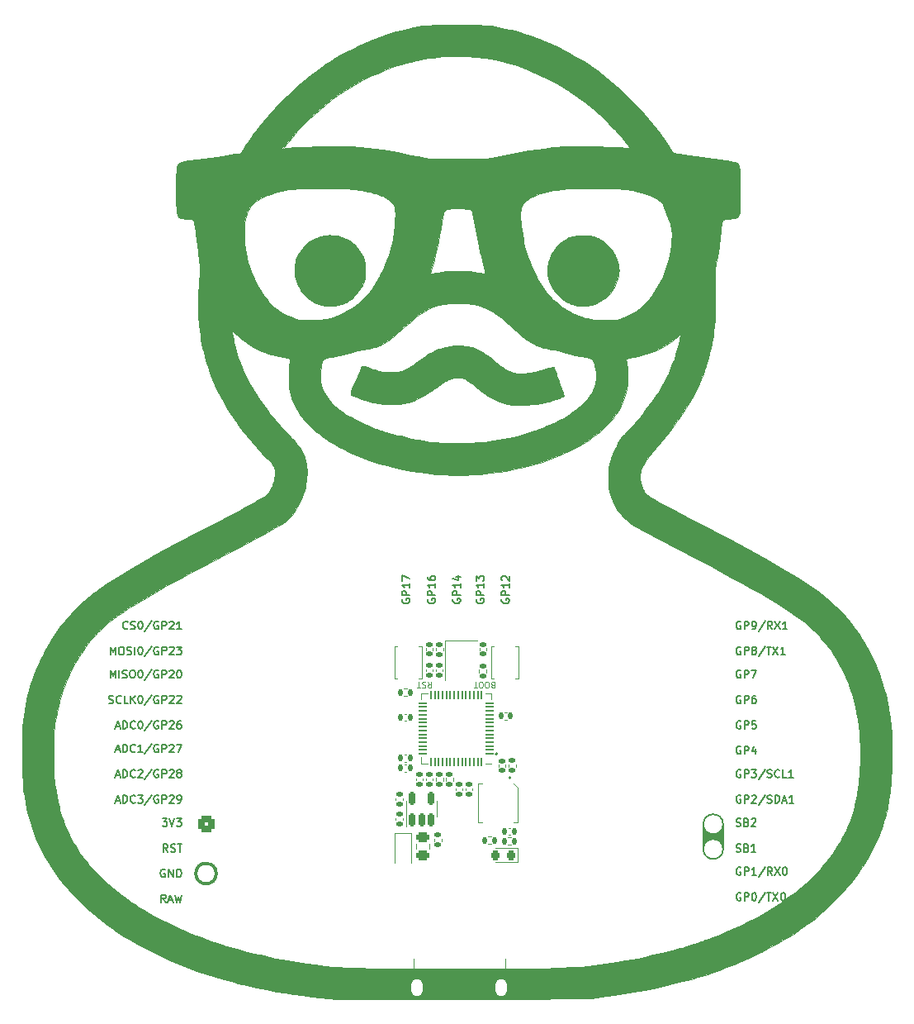
<source format=gbr>
%TF.GenerationSoftware,KiCad,Pcbnew,(7.0.0)*%
%TF.CreationDate,2023-03-31T13:35:02+02:00*%
%TF.ProjectId,rp-micro,72702d6d-6963-4726-9f2e-6b696361645f,1.2*%
%TF.SameCoordinates,Original*%
%TF.FileFunction,Legend,Top*%
%TF.FilePolarity,Positive*%
%FSLAX46Y46*%
G04 Gerber Fmt 4.6, Leading zero omitted, Abs format (unit mm)*
G04 Created by KiCad (PCBNEW (7.0.0)) date 2023-03-31 13:35:02*
%MOMM*%
%LPD*%
G01*
G04 APERTURE LIST*
G04 Aperture macros list*
%AMRoundRect*
0 Rectangle with rounded corners*
0 $1 Rounding radius*
0 $2 $3 $4 $5 $6 $7 $8 $9 X,Y pos of 4 corners*
0 Add a 4 corners polygon primitive as box body*
4,1,4,$2,$3,$4,$5,$6,$7,$8,$9,$2,$3,0*
0 Add four circle primitives for the rounded corners*
1,1,$1+$1,$2,$3*
1,1,$1+$1,$4,$5*
1,1,$1+$1,$6,$7*
1,1,$1+$1,$8,$9*
0 Add four rect primitives between the rounded corners*
20,1,$1+$1,$2,$3,$4,$5,0*
20,1,$1+$1,$4,$5,$6,$7,0*
20,1,$1+$1,$6,$7,$8,$9,0*
20,1,$1+$1,$8,$9,$2,$3,0*%
G04 Aperture macros list end*
%ADD10C,0.084666*%
%ADD11C,0.150000*%
%ADD12C,0.300000*%
%ADD13C,0.000000*%
%ADD14C,0.200000*%
%ADD15C,0.125000*%
%ADD16C,0.120000*%
%ADD17RoundRect,0.140000X-0.140000X-0.170000X0.140000X-0.170000X0.140000X0.170000X-0.140000X0.170000X0*%
%ADD18RoundRect,0.140000X0.140000X0.170000X-0.140000X0.170000X-0.140000X-0.170000X0.140000X-0.170000X0*%
%ADD19R,1.700000X0.900000*%
%ADD20C,1.700000*%
%ADD21O,1.700000X1.700000*%
%ADD22RoundRect,0.140000X0.170000X-0.140000X0.170000X0.140000X-0.170000X0.140000X-0.170000X-0.140000X0*%
%ADD23RoundRect,0.140000X-0.170000X0.140000X-0.170000X-0.140000X0.170000X-0.140000X0.170000X0.140000X0*%
%ADD24R,0.650000X0.750000*%
%ADD25RoundRect,0.218750X0.218750X0.256250X-0.218750X0.256250X-0.218750X-0.256250X0.218750X-0.256250X0*%
%ADD26RoundRect,0.135000X-0.135000X-0.185000X0.135000X-0.185000X0.135000X0.185000X-0.135000X0.185000X0*%
%ADD27RoundRect,0.050000X0.387500X0.050000X-0.387500X0.050000X-0.387500X-0.050000X0.387500X-0.050000X0*%
%ADD28RoundRect,0.050000X0.050000X0.387500X-0.050000X0.387500X-0.050000X-0.387500X0.050000X-0.387500X0*%
%ADD29R,3.200000X3.200000*%
%ADD30C,0.650000*%
%ADD31R,0.600000X1.450000*%
%ADD32R,0.300000X1.450000*%
%ADD33O,1.200000X2.100000*%
%ADD34O,1.200000X1.800000*%
%ADD35RoundRect,0.243750X0.456250X-0.243750X0.456250X0.243750X-0.456250X0.243750X-0.456250X-0.243750X0*%
%ADD36R,1.200000X1.400000*%
%ADD37RoundRect,0.135000X0.185000X-0.135000X0.185000X0.135000X-0.185000X0.135000X-0.185000X-0.135000X0*%
%ADD38RoundRect,0.135000X-0.185000X0.135000X-0.185000X-0.135000X0.185000X-0.135000X0.185000X0.135000X0*%
%ADD39RoundRect,0.150000X0.150000X-0.512500X0.150000X0.512500X-0.150000X0.512500X-0.150000X-0.512500X0*%
%ADD40R,0.400000X0.800000*%
%ADD41R,3.000000X2.300000*%
%ADD42R,1.700000X1.700000*%
%ADD43RoundRect,0.340000X-0.510000X-0.510000X0.510000X-0.510000X0.510000X0.510000X-0.510000X0.510000X0*%
G04 APERTURE END LIST*
D10*
G36*
X4021006Y3309281D02*
G01*
X8005395Y3309281D01*
X8526528Y3371350D01*
X9415311Y3454758D01*
X10473605Y3518262D01*
X11635819Y3561253D01*
X12836362Y3583122D01*
X14009643Y3583262D01*
X15090069Y3561065D01*
X16012050Y3515921D01*
X16709994Y3447224D01*
X18305588Y3205191D01*
X19799230Y2949640D01*
X21208754Y2677328D01*
X21887546Y2533874D01*
X22551997Y2385013D01*
X22738110Y2356459D01*
X23022611Y2331769D01*
X23830768Y2293958D01*
X24864442Y2271526D01*
X26011607Y2264423D01*
X27160237Y2272595D01*
X28198307Y2295992D01*
X29013791Y2334559D01*
X29303055Y2359516D01*
X29494662Y2388246D01*
X29494662Y2388247D01*
X30749830Y2654797D01*
X32046008Y2910318D01*
X33230681Y3125851D01*
X34151332Y3272435D01*
X34761461Y3359308D01*
X35336665Y3444347D01*
X35630910Y3480459D01*
X35996493Y3511092D01*
X36904555Y3556141D01*
X37986609Y3579943D01*
X39168412Y3582942D01*
X40375721Y3565585D01*
X41534295Y3528317D01*
X42569890Y3471586D01*
X43408263Y3395837D01*
X43732863Y3357200D01*
X43348361Y3845921D01*
X43110941Y4136146D01*
X42817981Y4475811D01*
X42484107Y4849222D01*
X42123947Y5240686D01*
X41752128Y5634510D01*
X41383279Y6015003D01*
X41032026Y6366471D01*
X40712996Y6673221D01*
X39917080Y7385730D01*
X39093472Y8058974D01*
X38244395Y8692030D01*
X37372069Y9283971D01*
X36478715Y9833874D01*
X35566554Y10340812D01*
X34637807Y10803861D01*
X33694694Y11222095D01*
X32739437Y11594590D01*
X31774257Y11920421D01*
X30801375Y12198661D01*
X29823011Y12428387D01*
X28841386Y12608673D01*
X27858722Y12738594D01*
X26877238Y12817225D01*
X25899158Y12843641D01*
X25501179Y12834406D01*
X25017743Y12808971D01*
X24484883Y12770745D01*
X23938630Y12723136D01*
X23415016Y12669552D01*
X22950073Y12613401D01*
X22579832Y12558091D01*
X22441486Y12531817D01*
X22340327Y12507031D01*
X22282187Y12490889D01*
X22214187Y12473707D01*
X22138801Y12456012D01*
X22058499Y12438332D01*
X21975755Y12421196D01*
X21893039Y12405130D01*
X21812826Y12390664D01*
X21737586Y12378324D01*
X21610391Y12355802D01*
X21461586Y12324401D01*
X21108660Y12237898D01*
X20697829Y12124673D01*
X20248114Y11990586D01*
X19778537Y11841497D01*
X19308120Y11683264D01*
X18855883Y11521747D01*
X18440848Y11362805D01*
X17726466Y11064333D01*
X17025958Y10744656D01*
X16339001Y10403530D01*
X15665272Y10040713D01*
X15004446Y9655962D01*
X14356200Y9249035D01*
X13720210Y8819688D01*
X13096152Y8367678D01*
X12483701Y7892764D01*
X11882535Y7394701D01*
X11292329Y6873249D01*
X10712760Y6328162D01*
X10143503Y5759200D01*
X9584235Y5166119D01*
X9034631Y4548676D01*
X8494369Y3906628D01*
X8005395Y3309281D01*
X4021006Y3309281D01*
X4236099Y3648968D01*
X4598202Y4179164D01*
X5007885Y4746879D01*
X5450854Y5333569D01*
X5912812Y5920691D01*
X6379464Y6489702D01*
X6836514Y7022056D01*
X7269666Y7499213D01*
X7806429Y8058212D01*
X8348787Y8598202D01*
X8896702Y9119158D01*
X9450138Y9621054D01*
X10009060Y10103862D01*
X10573431Y10567558D01*
X11143215Y11012116D01*
X11718375Y11437508D01*
X12298875Y11843709D01*
X12884680Y12230693D01*
X13475752Y12598435D01*
X14072056Y12946907D01*
X14673556Y13276084D01*
X15280214Y13585939D01*
X15891996Y13876448D01*
X16508864Y14147582D01*
X17114201Y14404301D01*
X17514331Y14576113D01*
X17569675Y14599646D01*
X17629657Y14623851D01*
X17692367Y14648039D01*
X17755896Y14671518D01*
X17818333Y14693598D01*
X17877769Y14713587D01*
X17932292Y14730796D01*
X17979995Y14744533D01*
X18025972Y14757496D01*
X18075544Y14772483D01*
X18127151Y14788961D01*
X18179229Y14806394D01*
X18230215Y14824247D01*
X18278547Y14841986D01*
X18322663Y14859074D01*
X18360999Y14874978D01*
X18407975Y14893424D01*
X18476853Y14917797D01*
X18564334Y14947053D01*
X18667121Y14980144D01*
X18905410Y15053653D01*
X19034315Y15091978D01*
X19165328Y15129956D01*
X19428588Y15206361D01*
X19675973Y15280143D01*
X19879703Y15342896D01*
X20011996Y15386210D01*
X20076980Y15406011D01*
X20181032Y15433774D01*
X20318767Y15468226D01*
X20484805Y15508096D01*
X20880257Y15599002D01*
X21324328Y15696316D01*
X21693975Y15773934D01*
X21856764Y15805352D01*
X22013587Y15832304D01*
X22170987Y15855134D01*
X22335505Y15874188D01*
X22513686Y15889809D01*
X22712072Y15902343D01*
X22937206Y15912135D01*
X23195630Y15919530D01*
X23493887Y15924872D01*
X23838520Y15928507D01*
X24693084Y15932033D01*
X25811664Y15932869D01*
X27926488Y15925191D01*
X28648377Y15907848D01*
X29225586Y15875197D01*
X29717368Y15822505D01*
X30182975Y15745042D01*
X30681658Y15638079D01*
X31272670Y15496885D01*
X31640935Y15401782D01*
X32074430Y15281176D01*
X33016953Y15000586D01*
X33465899Y14859170D01*
X33859916Y14729385D01*
X34168962Y14620514D01*
X34362998Y14541841D01*
X34478854Y14489640D01*
X34669123Y14407345D01*
X34907412Y14306250D01*
X35167331Y14197649D01*
X35548352Y14034335D01*
X35937247Y13857199D01*
X36733714Y13464463D01*
X37546846Y13025440D01*
X38366753Y12546129D01*
X39183549Y12032527D01*
X39987346Y11490633D01*
X40768255Y10926446D01*
X41516391Y10345963D01*
X41865617Y10044152D01*
X42345471Y9601373D01*
X42911342Y9061615D01*
X43518619Y8468869D01*
X44122690Y7867125D01*
X44678946Y7300373D01*
X45142775Y6812603D01*
X45469565Y6447805D01*
X45693106Y6171547D01*
X45979234Y5801412D01*
X46305735Y5367760D01*
X46650394Y4900946D01*
X46990997Y4431327D01*
X47305328Y3989262D01*
X47571174Y3605108D01*
X47766318Y3309221D01*
X47857489Y3166433D01*
X47896785Y3108252D01*
X47933607Y3057851D01*
X47951493Y3035327D01*
X47969244Y3014457D01*
X47987021Y2995145D01*
X48004986Y2977296D01*
X48023298Y2960812D01*
X48042121Y2945596D01*
X48061614Y2931553D01*
X48081939Y2918585D01*
X48103257Y2906596D01*
X48125729Y2895490D01*
X48149517Y2885169D01*
X48174781Y2875538D01*
X48201682Y2866499D01*
X48230383Y2857957D01*
X48293825Y2841974D01*
X48366397Y2826816D01*
X48449386Y2811711D01*
X48651778Y2778569D01*
X48946406Y2733268D01*
X49295796Y2682302D01*
X49656233Y2631913D01*
X49984000Y2588344D01*
X50716105Y2491214D01*
X51465667Y2387325D01*
X53243667Y2140396D01*
X53639892Y2084547D01*
X53952748Y2034417D01*
X54081848Y2010145D01*
X54194828Y1985683D01*
X54293262Y1960489D01*
X54378725Y1934023D01*
X54452791Y1905746D01*
X54517033Y1875117D01*
X54573026Y1841596D01*
X54622345Y1804643D01*
X54666563Y1763717D01*
X54707254Y1718279D01*
X54745993Y1667788D01*
X54784354Y1611704D01*
X54808787Y1571343D01*
X54819970Y1549976D01*
X54830491Y1527371D01*
X54840369Y1503194D01*
X54849624Y1477108D01*
X54858276Y1448779D01*
X54866345Y1417871D01*
X54873849Y1384049D01*
X54880810Y1346977D01*
X54887247Y1306321D01*
X54893179Y1261746D01*
X54898626Y1212915D01*
X54903609Y1159494D01*
X54912257Y1037539D01*
X54919283Y893200D01*
X54924842Y723794D01*
X54929095Y526639D01*
X54932198Y299054D01*
X54934309Y38355D01*
X54935586Y-258139D01*
X54936271Y-969242D01*
X54932018Y-2290361D01*
X54924403Y-2716011D01*
X54910693Y-3020393D01*
X54889061Y-3230009D01*
X54874703Y-3307562D01*
X54857680Y-3371362D01*
X54837762Y-3424723D01*
X54814722Y-3470956D01*
X54758361Y-3555294D01*
X54729066Y-3593614D01*
X54714890Y-3611197D01*
X54700882Y-3627778D01*
X54686935Y-3643394D01*
X54672940Y-3658083D01*
X54658788Y-3671880D01*
X54644370Y-3684825D01*
X54629578Y-3696952D01*
X54614304Y-3708300D01*
X54598438Y-3718905D01*
X54581872Y-3728805D01*
X54564498Y-3738036D01*
X54546206Y-3746636D01*
X54526889Y-3754642D01*
X54506437Y-3762090D01*
X54484743Y-3769018D01*
X54461696Y-3775463D01*
X54437189Y-3781462D01*
X54411114Y-3787051D01*
X54383361Y-3792269D01*
X54353821Y-3797152D01*
X54322387Y-3801736D01*
X54288950Y-3806060D01*
X54215630Y-3814073D01*
X54132994Y-3821487D01*
X54040171Y-3828599D01*
X53936294Y-3835704D01*
X53786641Y-3847482D01*
X53651470Y-3862162D01*
X53531279Y-3879637D01*
X53476957Y-3889387D01*
X53426567Y-3899793D01*
X53380172Y-3910843D01*
X53337833Y-3922523D01*
X53299613Y-3934817D01*
X53265575Y-3947713D01*
X53235781Y-3961197D01*
X53210293Y-3975255D01*
X53189173Y-3989873D01*
X53172484Y-4005037D01*
X53165631Y-4013338D01*
X53158713Y-4023656D01*
X53144711Y-4050207D01*
X53130531Y-4084424D01*
X53116225Y-4126041D01*
X53101848Y-4174790D01*
X53087451Y-4230407D01*
X53073088Y-4292625D01*
X53058811Y-4361178D01*
X53044674Y-4435799D01*
X53030728Y-4516223D01*
X53017027Y-4602182D01*
X53003624Y-4693411D01*
X52990572Y-4789644D01*
X52977923Y-4890615D01*
X52954047Y-5105703D01*
X52835384Y-6172822D01*
X52772507Y-6668953D01*
X52706795Y-7143400D01*
X52637891Y-7598615D01*
X52565441Y-8037047D01*
X52489091Y-8461148D01*
X52408484Y-8873369D01*
X52391048Y-8963252D01*
X52375772Y-9051786D01*
X52362635Y-9140338D01*
X52351616Y-9230274D01*
X52342694Y-9322962D01*
X52335847Y-9419768D01*
X52331055Y-9522060D01*
X52328297Y-9631204D01*
X52327550Y-9748568D01*
X52328794Y-9875517D01*
X52337171Y-10163644D01*
X52353257Y-10506518D01*
X52376884Y-10915077D01*
X52402759Y-11476732D01*
X52413696Y-12067414D01*
X52410014Y-12679132D01*
X52392030Y-13303901D01*
X52360063Y-13933730D01*
X52314433Y-14560633D01*
X52255458Y-15176620D01*
X52183456Y-15773704D01*
X52121757Y-16171939D01*
X52038547Y-16615500D01*
X51937776Y-17088333D01*
X51823393Y-17574385D01*
X51699346Y-18057601D01*
X51569585Y-18521929D01*
X51438058Y-18951315D01*
X51308715Y-19329704D01*
X51114732Y-19843724D01*
X50913281Y-20342817D01*
X50702812Y-20829480D01*
X50481772Y-21306205D01*
X50248612Y-21775488D01*
X50001780Y-22239823D01*
X49739726Y-22701705D01*
X49460897Y-23163627D01*
X49163745Y-23628085D01*
X48846716Y-24097573D01*
X48508262Y-24574585D01*
X48146829Y-25061616D01*
X47760869Y-25561160D01*
X47348829Y-26075712D01*
X46440307Y-27159816D01*
X45968024Y-27716503D01*
X45588354Y-28183554D01*
X45429997Y-28388800D01*
X45290890Y-28578038D01*
X45169732Y-28753402D01*
X45065222Y-28917026D01*
X44976059Y-29071043D01*
X44900943Y-29217587D01*
X44838573Y-29358792D01*
X44787646Y-29496791D01*
X44746864Y-29633719D01*
X44714923Y-29771709D01*
X44690524Y-29912895D01*
X44672366Y-30059410D01*
X44665336Y-30160145D01*
X44664131Y-30267271D01*
X44668483Y-30379709D01*
X44678126Y-30496379D01*
X44692796Y-30616201D01*
X44712224Y-30738095D01*
X44736145Y-30860980D01*
X44764293Y-30983778D01*
X44796402Y-31105407D01*
X44832204Y-31224789D01*
X44871435Y-31340842D01*
X44913827Y-31452488D01*
X44959114Y-31558646D01*
X45007031Y-31658236D01*
X45057311Y-31750178D01*
X45109687Y-31833393D01*
X45153831Y-31896471D01*
X45198324Y-31955916D01*
X45243959Y-32012335D01*
X45291525Y-32066334D01*
X45341815Y-32118519D01*
X45395618Y-32169496D01*
X45453727Y-32219872D01*
X45516932Y-32270253D01*
X45586026Y-32321245D01*
X45661797Y-32373455D01*
X45745039Y-32427488D01*
X45836542Y-32483951D01*
X45937097Y-32543450D01*
X46047495Y-32606592D01*
X46168528Y-32673982D01*
X46300986Y-32746227D01*
X46537788Y-32875527D01*
X46744429Y-32990625D01*
X46898682Y-33078991D01*
X46949219Y-33109233D01*
X46978324Y-33128093D01*
X47086578Y-33190521D01*
X47332805Y-33323713D01*
X48155372Y-33758424D01*
X49278415Y-34344307D01*
X50534324Y-34993438D01*
X53165811Y-36362297D01*
X54407807Y-37019322D01*
X55529655Y-37620742D01*
X56672660Y-38236629D01*
X56968206Y-38398078D01*
X57303497Y-38585356D01*
X57637325Y-38775237D01*
X57928481Y-38944492D01*
X58171356Y-39086813D01*
X58373714Y-39203364D01*
X58514425Y-39282115D01*
X58555059Y-39303557D01*
X58572356Y-39311039D01*
X58610313Y-39327110D01*
X58695223Y-39373182D01*
X58985086Y-39542459D01*
X59899256Y-40099496D01*
X60981773Y-40776315D01*
X61482070Y-41095319D01*
X61899543Y-41367080D01*
X62534989Y-41799808D01*
X62834874Y-42013947D01*
X63123938Y-42227544D01*
X63402984Y-42441304D01*
X63672814Y-42655932D01*
X63934232Y-42872133D01*
X64188041Y-43090614D01*
X64435043Y-43312079D01*
X64676042Y-43537234D01*
X64911840Y-43766784D01*
X65143241Y-44001434D01*
X65371048Y-44241891D01*
X65596063Y-44488859D01*
X65819090Y-44743043D01*
X66040931Y-45005150D01*
X66257709Y-45270363D01*
X66468554Y-45537651D01*
X66673438Y-45806965D01*
X66872330Y-46078259D01*
X67065203Y-46351485D01*
X67252027Y-46626597D01*
X67432774Y-46903547D01*
X67607414Y-47182288D01*
X67775919Y-47462773D01*
X67938260Y-47744954D01*
X68094407Y-48028785D01*
X68244332Y-48314219D01*
X68388006Y-48601208D01*
X68525401Y-48889705D01*
X68656486Y-49179663D01*
X68781234Y-49471035D01*
X69003519Y-49997875D01*
X69098847Y-50219133D01*
X69166770Y-50372829D01*
X69191121Y-50428840D01*
X69213837Y-50485765D01*
X69234421Y-50542027D01*
X69252377Y-50596043D01*
X69267207Y-50646235D01*
X69278415Y-50691022D01*
X69282506Y-50710894D01*
X69285505Y-50728823D01*
X69287350Y-50744611D01*
X69287978Y-50758060D01*
X69288351Y-50770542D01*
X69289443Y-50783493D01*
X69291220Y-50796811D01*
X69293642Y-50810393D01*
X69296675Y-50824139D01*
X69300281Y-50837945D01*
X69304423Y-50851711D01*
X69309065Y-50865333D01*
X69314169Y-50878711D01*
X69319699Y-50891741D01*
X69325619Y-50904323D01*
X69331890Y-50916353D01*
X69338477Y-50927731D01*
X69345343Y-50938354D01*
X69352451Y-50948120D01*
X69359763Y-50956928D01*
X69368252Y-50969515D01*
X69378812Y-50990367D01*
X69391291Y-51019010D01*
X69405536Y-51054968D01*
X69438709Y-51146928D01*
X69477107Y-51262445D01*
X69519505Y-51397717D01*
X69564678Y-51548941D01*
X69611400Y-51712315D01*
X69658446Y-51884037D01*
X69964675Y-53027034D01*
X70023450Y-53265580D01*
X70083363Y-53544396D01*
X70143150Y-53855832D01*
X70201545Y-54192239D01*
X70257283Y-54545970D01*
X70309101Y-54909374D01*
X70355732Y-55274804D01*
X70395911Y-55634609D01*
X70429409Y-56203703D01*
X70448167Y-57046876D01*
X70453316Y-58068561D01*
X70445989Y-59173186D01*
X70427315Y-60265182D01*
X70398426Y-61248980D01*
X70360454Y-62029009D01*
X70314529Y-62509700D01*
X70101020Y-63816997D01*
X70041454Y-64164223D01*
X69980103Y-64487485D01*
X69924188Y-64750670D01*
X69900527Y-64848446D01*
X69880935Y-64917659D01*
X69759661Y-65306490D01*
X69585578Y-65877567D01*
X69448999Y-66301225D01*
X69293403Y-66731471D01*
X69119479Y-67167137D01*
X68927919Y-67607053D01*
X68719413Y-68050049D01*
X68494650Y-68494956D01*
X68254320Y-68940604D01*
X67999115Y-69385825D01*
X67729724Y-69829448D01*
X67446837Y-70270305D01*
X67151144Y-70707226D01*
X66843336Y-71139041D01*
X66524102Y-71564581D01*
X66194134Y-71982677D01*
X65854120Y-72392159D01*
X65504752Y-72791858D01*
X65157232Y-73162248D01*
X64727293Y-73594327D01*
X64244838Y-74060531D01*
X63739764Y-74533296D01*
X63241974Y-74985058D01*
X62781366Y-75388252D01*
X62387841Y-75715313D01*
X62225579Y-75841681D01*
X62091300Y-75938678D01*
X61683052Y-76221667D01*
X61117637Y-76618335D01*
X60568155Y-76992213D01*
X59978001Y-77368332D01*
X59351631Y-77744654D01*
X58693503Y-78119141D01*
X58008076Y-78489754D01*
X57299809Y-78854456D01*
X55832582Y-79557972D01*
X54327487Y-80213382D01*
X53571884Y-80517952D01*
X52820189Y-80804382D01*
X52076859Y-81070632D01*
X51346352Y-81314664D01*
X50633127Y-81534441D01*
X49941642Y-81727924D01*
X48685423Y-82057566D01*
X47760493Y-82293035D01*
X47058306Y-82461261D01*
X46470313Y-82589176D01*
X45197573Y-82842952D01*
X44042753Y-83055466D01*
X42979879Y-83231270D01*
X41982978Y-83374912D01*
X40714284Y-83544737D01*
X39654647Y-83691684D01*
X35478862Y-83752592D01*
X26784358Y-83800161D01*
X13534980Y-83789218D01*
X13534995Y-83789203D01*
X12763899Y-83726125D01*
X11906631Y-83639997D01*
X10995481Y-83535147D01*
X10062739Y-83415901D01*
X9140696Y-83286587D01*
X8261643Y-83151533D01*
X7457869Y-83015065D01*
X6761666Y-82881511D01*
X5011105Y-82517540D01*
X4414503Y-82389109D01*
X3920544Y-82276800D01*
X3466872Y-82165926D01*
X2991128Y-82041802D01*
X1723998Y-81695057D01*
X922492Y-81461323D01*
X90802Y-81194473D01*
X-761676Y-80898127D01*
X-1625544Y-80575906D01*
X-2491407Y-80231434D01*
X-3349869Y-79868331D01*
X-4191533Y-79490218D01*
X-5007002Y-79100719D01*
X-6055546Y-78580662D01*
X-6434763Y-78388148D01*
X-6752199Y-78222002D01*
X-7034048Y-78068240D01*
X-7306503Y-77912880D01*
X-7928001Y-77541439D01*
X-8401324Y-77246646D01*
X-8872332Y-76938263D01*
X-9340026Y-76617160D01*
X-9803409Y-76284203D01*
X-10261483Y-75940261D01*
X-10713250Y-75586202D01*
X-11157713Y-75222895D01*
X-11593873Y-74851206D01*
X-12020733Y-74472006D01*
X-12437295Y-74086161D01*
X-12842561Y-73694540D01*
X-13235533Y-73298011D01*
X-13615213Y-72897443D01*
X-13980605Y-72493702D01*
X-14330708Y-72087658D01*
X-14664527Y-71680179D01*
X-15013260Y-71228532D01*
X-15347967Y-70765888D01*
X-15668258Y-70293096D01*
X-15973747Y-69811008D01*
X-16264046Y-69320473D01*
X-16538767Y-68822342D01*
X-16797521Y-68317467D01*
X-17039923Y-67806696D01*
X-17265583Y-67290880D01*
X-17474114Y-66770871D01*
X-17665128Y-66247518D01*
X-17838237Y-65721671D01*
X-17993055Y-65194182D01*
X-18129192Y-64665901D01*
X-18246261Y-64137677D01*
X-18343875Y-63610363D01*
X-18433584Y-63084897D01*
X-18520475Y-62594364D01*
X-18538433Y-62441202D01*
X-18556939Y-62183068D01*
X-18575463Y-61833850D01*
X-18593474Y-61407441D01*
X-18625836Y-60378609D01*
X-18649783Y-59207698D01*
X-18658592Y-58462930D01*
X-15467523Y-58462930D01*
X-15450940Y-59598465D01*
X-15402209Y-60692067D01*
X-15321362Y-61672207D01*
X-15268905Y-62097377D01*
X-15208430Y-62467357D01*
X-15000288Y-63568027D01*
X-14945134Y-63838003D01*
X-14880192Y-64115895D01*
X-14806048Y-64400202D01*
X-14723287Y-64689426D01*
X-14632494Y-64982067D01*
X-14534254Y-65276626D01*
X-14317777Y-65865498D01*
X-14078539Y-66444049D01*
X-13951847Y-66725705D01*
X-13821220Y-67000282D01*
X-13687244Y-67266280D01*
X-13550504Y-67522202D01*
X-13411586Y-67766546D01*
X-13271074Y-67997814D01*
X-12985201Y-68439415D01*
X-12691992Y-68866779D01*
X-12389982Y-69281343D01*
X-12077708Y-69684548D01*
X-11753705Y-70077830D01*
X-11416508Y-70462628D01*
X-11064652Y-70840382D01*
X-10696674Y-71212528D01*
X-10311109Y-71580506D01*
X-9906492Y-71945753D01*
X-9481359Y-72309709D01*
X-9034245Y-72673812D01*
X-8563686Y-73039500D01*
X-8068217Y-73408211D01*
X-7546375Y-73781384D01*
X-6996694Y-74160457D01*
X-6671385Y-74375156D01*
X-6322411Y-74594409D01*
X-5562855Y-75041932D01*
X-4736791Y-75493739D01*
X-3862986Y-75940541D01*
X-2960207Y-76373050D01*
X-2047221Y-76781976D01*
X-1142794Y-77158033D01*
X-265693Y-77491932D01*
X322211Y-77706041D01*
X665639Y-77834194D01*
X1079171Y-77985019D01*
X1612153Y-78159921D01*
X2236497Y-78350962D01*
X2924119Y-78550200D01*
X3646930Y-78749695D01*
X4376845Y-78941507D01*
X5085777Y-79117696D01*
X5745639Y-79270320D01*
X6084404Y-79346311D01*
X6380903Y-79415028D01*
X6603186Y-79468921D01*
X6719304Y-79500438D01*
X6934210Y-79551749D01*
X7342627Y-79630646D01*
X8556742Y-79840825D01*
X9995138Y-80070237D01*
X11291303Y-80258144D01*
X12330551Y-80389103D01*
X13326041Y-80490055D01*
X13849083Y-80530498D01*
X14411234Y-80564903D01*
X15719595Y-80617554D01*
X17384586Y-80651914D01*
X19539670Y-80671888D01*
X22318311Y-80681381D01*
X25853973Y-80684299D01*
X31270396Y-80680889D01*
X34546996Y-80660935D01*
X36451000Y-80614621D01*
X37749637Y-80532131D01*
X37749663Y-80532131D01*
X38546388Y-80462307D01*
X39338749Y-80386436D01*
X40035066Y-80313672D01*
X40543662Y-80253170D01*
X41819241Y-80067503D01*
X43245981Y-79839177D01*
X44453977Y-79629660D01*
X44860351Y-79551165D01*
X45073325Y-79500423D01*
X45116119Y-79487922D01*
X45189447Y-79468867D01*
X45411730Y-79414878D01*
X45708227Y-79346021D01*
X46046989Y-79269863D01*
X46435861Y-79180734D01*
X46868786Y-79076581D01*
X47292981Y-78970358D01*
X47655662Y-78875019D01*
X48291701Y-78704442D01*
X48750861Y-78585666D01*
X48978747Y-78525232D01*
X49270490Y-78441286D01*
X49957335Y-78230752D01*
X50634977Y-78009844D01*
X50915216Y-77912933D01*
X51126998Y-77834346D01*
X51226146Y-77796857D01*
X51370936Y-77744127D01*
X51541923Y-77683160D01*
X51719657Y-77620960D01*
X51980900Y-77524265D01*
X52379264Y-77369374D01*
X52860574Y-77177635D01*
X53370658Y-76970394D01*
X54192037Y-76621645D01*
X54992280Y-76258502D01*
X55770856Y-75881330D01*
X56527231Y-75490497D01*
X57260875Y-75086369D01*
X57971254Y-74669313D01*
X58657836Y-74239696D01*
X59320090Y-73797884D01*
X59957483Y-73344243D01*
X60569483Y-72879142D01*
X61155558Y-72402946D01*
X61715175Y-71916022D01*
X62247803Y-71418737D01*
X62752909Y-70911457D01*
X63229962Y-70394550D01*
X63678428Y-69868381D01*
X63930421Y-69548220D01*
X64201934Y-69182183D01*
X64481874Y-68786916D01*
X64759152Y-68379063D01*
X65022679Y-67975269D01*
X65261362Y-67592178D01*
X65464113Y-67246435D01*
X65619842Y-66954685D01*
X65830705Y-66503187D01*
X66036953Y-66012181D01*
X66233231Y-65497885D01*
X66414186Y-64976517D01*
X66574463Y-64464295D01*
X66708709Y-63977436D01*
X66811570Y-63532158D01*
X66849558Y-63330181D01*
X66877692Y-63144680D01*
X66890211Y-63053593D01*
X66904695Y-62956925D01*
X66937487Y-62758654D01*
X66971925Y-62573480D01*
X66988467Y-62493182D01*
X67003867Y-62425014D01*
X67027923Y-62309003D01*
X67051954Y-62163018D01*
X67099119Y-61792866D01*
X67143720Y-61338027D01*
X67184114Y-60821973D01*
X67218655Y-60268175D01*
X67245702Y-59700102D01*
X67263610Y-59141226D01*
X67270736Y-58615017D01*
X67261766Y-57887666D01*
X67231401Y-57173067D01*
X67179657Y-56471277D01*
X67106550Y-55782354D01*
X67012094Y-55106355D01*
X66896304Y-54443336D01*
X66759197Y-53793356D01*
X66600788Y-53156471D01*
X66421092Y-52532738D01*
X66220124Y-51922215D01*
X65997900Y-51324959D01*
X65754435Y-50741027D01*
X65489744Y-50170477D01*
X65203843Y-49613364D01*
X64896748Y-49069748D01*
X64568473Y-48539684D01*
X64390620Y-48273475D01*
X64200763Y-48005250D01*
X63999939Y-47736098D01*
X63789187Y-47467111D01*
X63569544Y-47199378D01*
X63342049Y-46933989D01*
X63107741Y-46672035D01*
X62867657Y-46414606D01*
X62622835Y-46162793D01*
X62374315Y-45917685D01*
X62123133Y-45680373D01*
X61870328Y-45451947D01*
X61616939Y-45233497D01*
X61364004Y-45026115D01*
X61112560Y-44830889D01*
X60863647Y-44648910D01*
X60244765Y-44224656D01*
X59527312Y-43756980D01*
X58725011Y-43254086D01*
X57851581Y-42724175D01*
X56920743Y-42175451D01*
X55946218Y-41616115D01*
X54941726Y-41054371D01*
X53920989Y-40498420D01*
X52735648Y-39858524D01*
X51679411Y-39302970D01*
X49853301Y-38354828D01*
X47731044Y-37253223D01*
X46089052Y-36385435D01*
X44854717Y-35704863D01*
X43955429Y-35164908D01*
X43608737Y-34933098D01*
X43318580Y-34718967D01*
X43075880Y-34516691D01*
X42871561Y-34320442D01*
X42696548Y-34124398D01*
X42541764Y-33922732D01*
X42256579Y-33479236D01*
X42133909Y-33269787D01*
X42033452Y-33091559D01*
X41994793Y-33020050D01*
X41965575Y-32963422D01*
X41947094Y-32924034D01*
X41942285Y-32911541D01*
X41940646Y-32904243D01*
X41940022Y-32898311D01*
X41938190Y-32889830D01*
X41935211Y-32878959D01*
X41931149Y-32865857D01*
X41920017Y-32833603D01*
X41905289Y-32794345D01*
X41887457Y-32749359D01*
X41867016Y-32699924D01*
X41844460Y-32647315D01*
X41820281Y-32592811D01*
X41768913Y-32474472D01*
X41721714Y-32356131D01*
X41678568Y-32237093D01*
X41639355Y-32116662D01*
X41603958Y-31994143D01*
X41572258Y-31868842D01*
X41544138Y-31740062D01*
X41519479Y-31607108D01*
X41498163Y-31469285D01*
X41480073Y-31325898D01*
X41465090Y-31176251D01*
X41453095Y-31019649D01*
X41443972Y-30855398D01*
X41437601Y-30682800D01*
X41433866Y-30501162D01*
X41432647Y-30309787D01*
X41434248Y-29989104D01*
X41440339Y-29723779D01*
X41445671Y-29607457D01*
X41452848Y-29499672D01*
X41462112Y-29398656D01*
X41473704Y-29302642D01*
X41487865Y-29209862D01*
X41504836Y-29118549D01*
X41524858Y-29026934D01*
X41548172Y-28933251D01*
X41605643Y-28732610D01*
X41679175Y-28502483D01*
X41735762Y-28339363D01*
X41802209Y-28162505D01*
X41876086Y-27977545D01*
X41954962Y-27790118D01*
X42036407Y-27605860D01*
X42117989Y-27430406D01*
X42197277Y-27269393D01*
X42271842Y-27128456D01*
X42406286Y-26881477D01*
X42516470Y-26671446D01*
X42558909Y-26587231D01*
X42591017Y-26520587D01*
X42611372Y-26474293D01*
X42616698Y-26459645D01*
X42618552Y-26451126D01*
X42619250Y-26447814D01*
X42621273Y-26443242D01*
X42629158Y-26430461D01*
X42641943Y-26413067D01*
X42659365Y-26391344D01*
X42681158Y-26365576D01*
X42707058Y-26336048D01*
X42770123Y-26266850D01*
X42846444Y-26186023D01*
X42933908Y-26095842D01*
X43030399Y-25998582D01*
X43133803Y-25896518D01*
X43351609Y-25676300D01*
X43596824Y-25415187D01*
X43863323Y-25120272D01*
X44144980Y-24798650D01*
X44435672Y-24457414D01*
X44729271Y-24103657D01*
X45019655Y-23744474D01*
X45300696Y-23386959D01*
X45651030Y-22923146D01*
X45983267Y-22459919D01*
X46297627Y-21996810D01*
X46594329Y-21533350D01*
X46873592Y-21069068D01*
X47135634Y-20603498D01*
X47380676Y-20136168D01*
X47608936Y-19666612D01*
X47820634Y-19194358D01*
X48015987Y-18718939D01*
X48195217Y-18239885D01*
X48358540Y-17756728D01*
X48506177Y-17268998D01*
X48638347Y-16776227D01*
X48755269Y-16277945D01*
X48857162Y-15773683D01*
X48860943Y-15751935D01*
X48863902Y-15731809D01*
X48866051Y-15713358D01*
X48867405Y-15696636D01*
X48867976Y-15681696D01*
X48867778Y-15668593D01*
X48866825Y-15657379D01*
X48865129Y-15648107D01*
X48862703Y-15640833D01*
X48861222Y-15637961D01*
X48859563Y-15635608D01*
X48857728Y-15633781D01*
X48855720Y-15632487D01*
X48853539Y-15631732D01*
X48851188Y-15631523D01*
X48848668Y-15631866D01*
X48845980Y-15632769D01*
X48843127Y-15634238D01*
X48840111Y-15636279D01*
X48833592Y-15642107D01*
X48826438Y-15650306D01*
X48816708Y-15661384D01*
X48802178Y-15676239D01*
X48759884Y-15716277D01*
X48701886Y-15768411D01*
X48630516Y-15830633D01*
X48548106Y-15900933D01*
X48456987Y-15977301D01*
X48359491Y-16057728D01*
X48257949Y-16140205D01*
X48039261Y-16310800D01*
X47815712Y-16474035D01*
X47587294Y-16629913D01*
X47354001Y-16778438D01*
X47115825Y-16919612D01*
X46872759Y-17053438D01*
X46624796Y-17179920D01*
X46371929Y-17299061D01*
X46114152Y-17410864D01*
X45851456Y-17515332D01*
X45583836Y-17612469D01*
X45311284Y-17702277D01*
X45033792Y-17784760D01*
X44751355Y-17859921D01*
X44463965Y-17927762D01*
X44171615Y-17988289D01*
X43899232Y-18042093D01*
X43682753Y-18088202D01*
X43516850Y-18128484D01*
X43451200Y-18147022D01*
X43396196Y-18164803D01*
X43351173Y-18182060D01*
X43315464Y-18199026D01*
X43288404Y-18215935D01*
X43269328Y-18233020D01*
X43257568Y-18250513D01*
X43252459Y-18268649D01*
X43253336Y-18287661D01*
X43259532Y-18307781D01*
X43265567Y-18325273D01*
X43272220Y-18350032D01*
X43287111Y-18419513D01*
X43303661Y-18512552D01*
X43321325Y-18625481D01*
X43339560Y-18754629D01*
X43357821Y-18896325D01*
X43375564Y-19046900D01*
X43392245Y-19202682D01*
X43427291Y-19715002D01*
X43427426Y-20218189D01*
X43392680Y-20712183D01*
X43323085Y-21196923D01*
X43218672Y-21672346D01*
X43079472Y-22138394D01*
X42905516Y-22595004D01*
X42696836Y-23042116D01*
X42453462Y-23479669D01*
X42175426Y-23907602D01*
X41862758Y-24325854D01*
X41515491Y-24734363D01*
X41133654Y-25133070D01*
X40717280Y-25521913D01*
X40266399Y-25900831D01*
X39781043Y-26269764D01*
X39482652Y-26470418D01*
X39092660Y-26709940D01*
X38639030Y-26973118D01*
X38149723Y-27244744D01*
X37652702Y-27509609D01*
X37175928Y-27752503D01*
X36747365Y-27958217D01*
X36394973Y-28111541D01*
X35542832Y-28433901D01*
X34654300Y-28734743D01*
X33742306Y-29010806D01*
X32819781Y-29258828D01*
X31899656Y-29475550D01*
X30994859Y-29657709D01*
X30118321Y-29802045D01*
X29282973Y-29905296D01*
X28263169Y-30004621D01*
X27418982Y-30075567D01*
X26691873Y-30118135D01*
X26023304Y-30132324D01*
X25354734Y-30118135D01*
X24627626Y-30075567D01*
X23783440Y-30004621D01*
X22763637Y-29905296D01*
X22038813Y-29815595D01*
X21250668Y-29688186D01*
X20422529Y-29528532D01*
X19577720Y-29342096D01*
X18739568Y-29134343D01*
X17931397Y-28910735D01*
X17176535Y-28676735D01*
X16498305Y-28437809D01*
X16064865Y-28268651D01*
X15640561Y-28093242D01*
X15225873Y-27911865D01*
X14821284Y-27724806D01*
X14427274Y-27532350D01*
X14044324Y-27334782D01*
X13672917Y-27132386D01*
X13313533Y-26925449D01*
X12966654Y-26714253D01*
X12632761Y-26499085D01*
X12312335Y-26280230D01*
X12005857Y-26057972D01*
X11713810Y-25832596D01*
X11436673Y-25604388D01*
X11174929Y-25373632D01*
X10929059Y-25140613D01*
X10781975Y-24993445D01*
X10641563Y-24847999D01*
X10507535Y-24703876D01*
X10379602Y-24560677D01*
X10257475Y-24418002D01*
X10140866Y-24275452D01*
X10029486Y-24132629D01*
X9923047Y-23989132D01*
X9821259Y-23844562D01*
X9723835Y-23698521D01*
X9630486Y-23550609D01*
X9540922Y-23400426D01*
X9454856Y-23247574D01*
X9371999Y-23091653D01*
X9292062Y-22932264D01*
X9214757Y-22769008D01*
X9130625Y-22581981D01*
X9054952Y-22404051D01*
X8987381Y-22233185D01*
X8927561Y-22067351D01*
X8875135Y-21904515D01*
X8829751Y-21742645D01*
X8791054Y-21579709D01*
X8758689Y-21413673D01*
X8732303Y-21242505D01*
X8711542Y-21064172D01*
X8696051Y-20876642D01*
X8685476Y-20677881D01*
X8679464Y-20465857D01*
X8677659Y-20238538D01*
X8678908Y-20089434D01*
X11924028Y-20089434D01*
X11925788Y-20304229D01*
X11928868Y-20398947D01*
X11933590Y-20486599D01*
X11940085Y-20568226D01*
X11948484Y-20644869D01*
X11958919Y-20717568D01*
X11971521Y-20787365D01*
X11986422Y-20855299D01*
X12003751Y-20922412D01*
X12023642Y-20989744D01*
X12046225Y-21058337D01*
X12099992Y-21203464D01*
X12146566Y-21314335D01*
X12201562Y-21431446D01*
X12264039Y-21553449D01*
X12333058Y-21678993D01*
X12407680Y-21806729D01*
X12486966Y-21935306D01*
X12569975Y-22063374D01*
X12655769Y-22189584D01*
X12743408Y-22312586D01*
X12831952Y-22431029D01*
X12920462Y-22543564D01*
X13007999Y-22648840D01*
X13093623Y-22745508D01*
X13176395Y-22832218D01*
X13255375Y-22907620D01*
X13329623Y-22970363D01*
X13598245Y-23182740D01*
X13863975Y-23396106D01*
X13954392Y-23467789D01*
X14050318Y-23540507D01*
X14258238Y-23688773D01*
X14486814Y-23840348D01*
X14735123Y-23994676D01*
X15002244Y-24151201D01*
X15287255Y-24309367D01*
X15589234Y-24468618D01*
X15907260Y-24628399D01*
X16425732Y-24879562D01*
X16628188Y-24973726D01*
X16808923Y-25053894D01*
X16980036Y-25125277D01*
X17153627Y-25193088D01*
X17341795Y-25262537D01*
X17556640Y-25338836D01*
X17685062Y-25384515D01*
X17815668Y-25432043D01*
X17933176Y-25475798D01*
X18022307Y-25510158D01*
X18182607Y-25569014D01*
X18389034Y-25637072D01*
X18632668Y-25711808D01*
X18904585Y-25790695D01*
X19195864Y-25871210D01*
X19497581Y-25950825D01*
X19800814Y-26027017D01*
X20096641Y-26097259D01*
X20428990Y-26174858D01*
X20739313Y-26249552D01*
X20992882Y-26312843D01*
X21154971Y-26356231D01*
X21216363Y-26372271D01*
X21293680Y-26389426D01*
X21383796Y-26407163D01*
X21483585Y-26424951D01*
X21589923Y-26442257D01*
X21699683Y-26458550D01*
X21809742Y-26473296D01*
X21916972Y-26485965D01*
X22024203Y-26498729D01*
X22134262Y-26513750D01*
X22244023Y-26530477D01*
X22350361Y-26548359D01*
X22450151Y-26566843D01*
X22540266Y-26585379D01*
X22617582Y-26603415D01*
X22678973Y-26620399D01*
X22850187Y-26660518D01*
X23086773Y-26696393D01*
X23724001Y-26755009D01*
X24526543Y-26795445D01*
X25430286Y-26816897D01*
X26371115Y-26818561D01*
X27284916Y-26799635D01*
X28107575Y-26759314D01*
X28464690Y-26730880D01*
X28774978Y-26696796D01*
X28774997Y-26696785D01*
X29220023Y-26634216D01*
X29704734Y-26557842D01*
X30209212Y-26471445D01*
X30713540Y-26378807D01*
X31197800Y-26283711D01*
X31642074Y-26189940D01*
X32026446Y-26101275D01*
X32330997Y-26021499D01*
X33605669Y-25651787D01*
X33877860Y-25567314D01*
X34024329Y-25514522D01*
X34140184Y-25468882D01*
X34330452Y-25395295D01*
X34828662Y-25204918D01*
X35145821Y-25081008D01*
X35453801Y-24953528D01*
X35752711Y-24822412D01*
X36042658Y-24687595D01*
X36323752Y-24549010D01*
X36596100Y-24406593D01*
X36859810Y-24260277D01*
X37114992Y-24109996D01*
X37361752Y-23955686D01*
X37600200Y-23797280D01*
X37830444Y-23634713D01*
X38052592Y-23467919D01*
X38266752Y-23296832D01*
X38473032Y-23121387D01*
X38671541Y-22941518D01*
X38862388Y-22757160D01*
X39001139Y-22616351D01*
X39128858Y-22481506D01*
X39246165Y-22351563D01*
X39353677Y-22225462D01*
X39452014Y-22102141D01*
X39541794Y-21980540D01*
X39623635Y-21859596D01*
X39698157Y-21738248D01*
X39765979Y-21615436D01*
X39827718Y-21490099D01*
X39883993Y-21361173D01*
X39935424Y-21227600D01*
X39982628Y-21088317D01*
X40026225Y-20942263D01*
X40066833Y-20788378D01*
X40105071Y-20625599D01*
X40145214Y-20437192D01*
X40161039Y-20354151D01*
X40174045Y-20276680D01*
X40184239Y-20203377D01*
X40191630Y-20132839D01*
X40196227Y-20063664D01*
X40198038Y-19994448D01*
X40197071Y-19923789D01*
X40193336Y-19850284D01*
X40186839Y-19772530D01*
X40177591Y-19689125D01*
X40165599Y-19598666D01*
X40150872Y-19499749D01*
X40113246Y-19270935D01*
X40083013Y-19101521D01*
X40052655Y-18948709D01*
X40021549Y-18811599D01*
X39989070Y-18689291D01*
X39954594Y-18580886D01*
X39917497Y-18485484D01*
X39877154Y-18402187D01*
X39832942Y-18330094D01*
X39809189Y-18297969D01*
X39784235Y-18268307D01*
X39758002Y-18240997D01*
X39730411Y-18215926D01*
X39701385Y-18192981D01*
X39670845Y-18172051D01*
X39638713Y-18153023D01*
X39604912Y-18135784D01*
X39531989Y-18106224D01*
X39451451Y-18082472D01*
X39362673Y-18063630D01*
X39265033Y-18048797D01*
X38989037Y-18010865D01*
X38716836Y-17968777D01*
X38456275Y-17924101D01*
X38215199Y-17878404D01*
X38001452Y-17833252D01*
X37822878Y-17790212D01*
X37687323Y-17750853D01*
X37638128Y-17733042D01*
X37602630Y-17716739D01*
X37586978Y-17708551D01*
X37570439Y-17700592D01*
X37553155Y-17692904D01*
X37535268Y-17685528D01*
X37516921Y-17678505D01*
X37498255Y-17671878D01*
X37479412Y-17665685D01*
X37460536Y-17659970D01*
X37441767Y-17654773D01*
X37423248Y-17650135D01*
X37405122Y-17646097D01*
X37387530Y-17642702D01*
X37370615Y-17639989D01*
X37354518Y-17638000D01*
X37339383Y-17636777D01*
X37325351Y-17636360D01*
X37309669Y-17635512D01*
X37289694Y-17633025D01*
X37265731Y-17628981D01*
X37238085Y-17623466D01*
X37172964Y-17608353D01*
X37096773Y-17588357D01*
X37011954Y-17564148D01*
X36920948Y-17536397D01*
X36826196Y-17505772D01*
X36730140Y-17472946D01*
X36626834Y-17438949D01*
X36511305Y-17404971D01*
X36387453Y-17371916D01*
X36259174Y-17340692D01*
X36130368Y-17312202D01*
X36004931Y-17287353D01*
X35886761Y-17267049D01*
X35779758Y-17252197D01*
X35523315Y-17217347D01*
X35274099Y-17174057D01*
X35031404Y-17121984D01*
X34794527Y-17060788D01*
X34562764Y-16990126D01*
X34335413Y-16909657D01*
X34111768Y-16819041D01*
X33891128Y-16717934D01*
X33672787Y-16605997D01*
X33456042Y-16482887D01*
X33240190Y-16348262D01*
X33024527Y-16201782D01*
X32808349Y-16043105D01*
X32590953Y-15871890D01*
X32371635Y-15687794D01*
X32149692Y-15490476D01*
X31420143Y-14833040D01*
X30800212Y-14296823D01*
X30523711Y-14069019D01*
X30265443Y-13865337D01*
X30022350Y-13683715D01*
X29791376Y-13522094D01*
X29569463Y-13378412D01*
X29353555Y-13250608D01*
X29140593Y-13136621D01*
X28927521Y-13034390D01*
X28711281Y-12941855D01*
X28488816Y-12856953D01*
X28257070Y-12777626D01*
X28012984Y-12701811D01*
X27921957Y-12675587D01*
X27833327Y-12651988D01*
X27745629Y-12630882D01*
X27657396Y-12612139D01*
X27567162Y-12595626D01*
X27473462Y-12581212D01*
X27374830Y-12568767D01*
X27269799Y-12558159D01*
X27156905Y-12549257D01*
X27034680Y-12541930D01*
X26901660Y-12536045D01*
X26756378Y-12531473D01*
X26423165Y-12525740D01*
X26023315Y-12523679D01*
X25608249Y-12524533D01*
X25268810Y-12529223D01*
X24990194Y-12539154D01*
X24757597Y-12555734D01*
X24556214Y-12580370D01*
X24371242Y-12614469D01*
X24187876Y-12659439D01*
X23991313Y-12716686D01*
X23749770Y-12794087D01*
X23519818Y-12875262D01*
X23298439Y-12962275D01*
X23082614Y-13057189D01*
X22869324Y-13162069D01*
X22655552Y-13278979D01*
X22438277Y-13409982D01*
X22214482Y-13557143D01*
X21981147Y-13722525D01*
X21735255Y-13908192D01*
X21473786Y-14116207D01*
X21193722Y-14348636D01*
X20892044Y-14607542D01*
X20565734Y-14894988D01*
X19827140Y-15563759D01*
X19623647Y-15745283D01*
X19421651Y-15915056D01*
X19220551Y-16073368D01*
X19019743Y-16220513D01*
X18818625Y-16356783D01*
X18616596Y-16482470D01*
X18413052Y-16597868D01*
X18207392Y-16703268D01*
X17999013Y-16798963D01*
X17787313Y-16885245D01*
X17571689Y-16962408D01*
X17351540Y-17030743D01*
X17126263Y-17090544D01*
X16895256Y-17142102D01*
X16657916Y-17185710D01*
X16413642Y-17221660D01*
X16287677Y-17239647D01*
X16156800Y-17261292D01*
X16024831Y-17285773D01*
X15895591Y-17312268D01*
X15772898Y-17339957D01*
X15660574Y-17368016D01*
X15562438Y-17395625D01*
X15482310Y-17421962D01*
X15230965Y-17505185D01*
X14920182Y-17595132D01*
X14568717Y-17687447D01*
X14195328Y-17777768D01*
X13818770Y-17861738D01*
X13457799Y-17934998D01*
X13131172Y-17993187D01*
X12857644Y-18031948D01*
X12789810Y-18040611D01*
X12725291Y-18050770D01*
X12664007Y-18062583D01*
X12605875Y-18076206D01*
X12550815Y-18091798D01*
X12498744Y-18109517D01*
X12449581Y-18129520D01*
X12403246Y-18151966D01*
X12359655Y-18177012D01*
X12318728Y-18204817D01*
X12280383Y-18235538D01*
X12244539Y-18269333D01*
X12211114Y-18306359D01*
X12180026Y-18346776D01*
X12151195Y-18390740D01*
X12124538Y-18438409D01*
X12099975Y-18489942D01*
X12077422Y-18545496D01*
X12056800Y-18605229D01*
X12038027Y-18669299D01*
X12021020Y-18737864D01*
X12005699Y-18811082D01*
X11991982Y-18889110D01*
X11979788Y-18972106D01*
X11969034Y-19060230D01*
X11959640Y-19153637D01*
X11944605Y-19356935D01*
X11934029Y-19583265D01*
X11927260Y-19833889D01*
X11924028Y-20089434D01*
X8678908Y-20089434D01*
X8679708Y-19993890D01*
X8685256Y-19729881D01*
X8703326Y-19218550D01*
X8727597Y-18779320D01*
X8741065Y-18601362D01*
X8754891Y-18458971D01*
X8768679Y-18357994D01*
X8775434Y-18324863D01*
X8782031Y-18304279D01*
X8786447Y-18294272D01*
X8790243Y-18284668D01*
X8793401Y-18275453D01*
X8795902Y-18266614D01*
X8797728Y-18258137D01*
X8798858Y-18250009D01*
X8799276Y-18242216D01*
X8798961Y-18234744D01*
X8797895Y-18227580D01*
X8796060Y-18220710D01*
X8793437Y-18214120D01*
X8790006Y-18207797D01*
X8785750Y-18201727D01*
X8780648Y-18195897D01*
X8774684Y-18190293D01*
X8767838Y-18184901D01*
X8760090Y-18179708D01*
X8751423Y-18174700D01*
X8741818Y-18169864D01*
X8731255Y-18165186D01*
X8719717Y-18160651D01*
X8707184Y-18156248D01*
X8693638Y-18151961D01*
X8679059Y-18147778D01*
X8663429Y-18143685D01*
X8646730Y-18139667D01*
X8610048Y-18131807D01*
X8568862Y-18124088D01*
X8523023Y-18116401D01*
X8110588Y-18044503D01*
X7711604Y-17962648D01*
X7325378Y-17870509D01*
X6951217Y-17767761D01*
X6588428Y-17654079D01*
X6236320Y-17529135D01*
X5894199Y-17392605D01*
X5561373Y-17244162D01*
X5237149Y-17083481D01*
X4920834Y-16910235D01*
X4611735Y-16724099D01*
X4309161Y-16524747D01*
X4012419Y-16311852D01*
X3720815Y-16085090D01*
X3433657Y-15844134D01*
X3150252Y-15588659D01*
X2840861Y-15300041D01*
X2883830Y-15600364D01*
X2928101Y-15880960D01*
X2981651Y-16169807D01*
X3044084Y-16465709D01*
X3115002Y-16767473D01*
X3280704Y-17383803D01*
X3475581Y-18009240D01*
X3696452Y-18634225D01*
X3940141Y-19249199D01*
X4203469Y-19844604D01*
X4341505Y-20131981D01*
X4483258Y-20410881D01*
X4669359Y-20758016D01*
X4862297Y-21100672D01*
X5062967Y-21440031D01*
X5272267Y-21777279D01*
X5491093Y-22113599D01*
X5720343Y-22450176D01*
X5960911Y-22788194D01*
X6213696Y-23128837D01*
X6479594Y-23473289D01*
X6759500Y-23822736D01*
X7054313Y-24178361D01*
X7364929Y-24541348D01*
X8037154Y-25294147D01*
X8783349Y-26090606D01*
X8983771Y-26303248D01*
X9168075Y-26505479D01*
X9336982Y-26698516D01*
X9491210Y-26883578D01*
X9631479Y-27061881D01*
X9758508Y-27234643D01*
X9873018Y-27403081D01*
X9975727Y-27568412D01*
X10067356Y-27731854D01*
X10148624Y-27894624D01*
X10220250Y-28057939D01*
X10282954Y-28223017D01*
X10337455Y-28391075D01*
X10384473Y-28563330D01*
X10424728Y-28740999D01*
X10458940Y-28925300D01*
X10501566Y-29245989D01*
X10524203Y-29575558D01*
X10527305Y-29912365D01*
X10511328Y-30254771D01*
X10476725Y-30601134D01*
X10423952Y-30949813D01*
X10353462Y-31299167D01*
X10265711Y-31647555D01*
X10161153Y-31993336D01*
X10040243Y-32334870D01*
X9903435Y-32670515D01*
X9751184Y-32998629D01*
X9583944Y-33317574D01*
X9402170Y-33625706D01*
X9206318Y-33921386D01*
X8996840Y-34202972D01*
X8883689Y-34339608D01*
X8823075Y-34406680D01*
X8758144Y-34473856D01*
X8687679Y-34541840D01*
X8610461Y-34611331D01*
X8525273Y-34683032D01*
X8430896Y-34757645D01*
X8326113Y-34835871D01*
X8209705Y-34918412D01*
X8080454Y-35005969D01*
X7937142Y-35099245D01*
X7778551Y-35198941D01*
X7603463Y-35305759D01*
X7198924Y-35543566D01*
X6713780Y-35818280D01*
X6138288Y-36135515D01*
X5462701Y-36500884D01*
X4677277Y-36920000D01*
X3772270Y-37398477D01*
X2737936Y-37941929D01*
X242309Y-39246212D01*
X-1304710Y-40056451D01*
X-2170691Y-40516044D01*
X-3794114Y-41411274D01*
X-4738304Y-41938040D01*
X-5372354Y-42305462D01*
X-6065358Y-42722660D01*
X-6831063Y-43183470D01*
X-7304735Y-43463764D01*
X-7531162Y-43601298D01*
X-7824826Y-43791872D01*
X-8164658Y-44020737D01*
X-8529585Y-44273148D01*
X-8898539Y-44534357D01*
X-9250447Y-44789618D01*
X-9564240Y-45024184D01*
X-9818846Y-45223308D01*
X-10094164Y-45453852D01*
X-10367926Y-45698201D01*
X-10639440Y-45955481D01*
X-10908017Y-46224819D01*
X-11172968Y-46505340D01*
X-11433602Y-46796170D01*
X-11689230Y-47096435D01*
X-11939162Y-47405262D01*
X-12182709Y-47721776D01*
X-12419180Y-48045103D01*
X-12647886Y-48374368D01*
X-12868138Y-48708699D01*
X-13079244Y-49047220D01*
X-13280516Y-49389058D01*
X-13471265Y-49733339D01*
X-13650799Y-50079189D01*
X-13855111Y-50515268D01*
X-14068854Y-51022165D01*
X-14282948Y-51573711D01*
X-14488314Y-52143740D01*
X-14675872Y-52706086D01*
X-14836542Y-53234581D01*
X-14961244Y-53703060D01*
X-15007270Y-53906615D01*
X-15040900Y-54085354D01*
X-15084399Y-54335516D01*
X-15131111Y-54578536D01*
X-15175429Y-54786632D01*
X-15194939Y-54868903D01*
X-15211748Y-54932026D01*
X-15271945Y-55191024D01*
X-15324071Y-55520010D01*
X-15368128Y-55910040D01*
X-15404120Y-56352174D01*
X-15451927Y-57356990D01*
X-15467523Y-58462930D01*
X-18658592Y-58462930D01*
X-18661983Y-58176184D01*
X-18662886Y-57310817D01*
X-18650334Y-56576097D01*
X-18622169Y-55936524D01*
X-18576236Y-55356598D01*
X-18510377Y-54800819D01*
X-18422435Y-54233687D01*
X-18310253Y-53619701D01*
X-18215918Y-53165313D01*
X-18107140Y-52705908D01*
X-17984463Y-52242810D01*
X-17848432Y-51777339D01*
X-17699591Y-51310820D01*
X-17538485Y-50844573D01*
X-17365658Y-50379921D01*
X-17181656Y-49918187D01*
X-16987023Y-49460692D01*
X-16782304Y-49008760D01*
X-16568042Y-48563712D01*
X-16344784Y-48126871D01*
X-16113074Y-47699558D01*
X-15873456Y-47283097D01*
X-15626474Y-46878809D01*
X-15372675Y-46488018D01*
X-15110280Y-46106516D01*
X-14841214Y-45735536D01*
X-14564734Y-45374361D01*
X-14280101Y-45022274D01*
X-13986575Y-44678559D01*
X-13683416Y-44342499D01*
X-13369883Y-44013377D01*
X-13045237Y-43690476D01*
X-12708737Y-43373079D01*
X-12359643Y-43060469D01*
X-11997215Y-42751931D01*
X-11620712Y-42446746D01*
X-11229396Y-42144198D01*
X-10822524Y-41843570D01*
X-10399359Y-41544146D01*
X-9959158Y-41245208D01*
X-9241049Y-40791308D01*
X-8183813Y-40143290D01*
X-7218076Y-39562688D01*
X-6904090Y-39379397D01*
X-6774464Y-39311035D01*
X-6769243Y-39310004D01*
X-6760954Y-39306979D01*
X-6749776Y-39302062D01*
X-6735890Y-39295355D01*
X-6700713Y-39276978D01*
X-6656860Y-39252663D01*
X-6605772Y-39223224D01*
X-6548888Y-39189478D01*
X-6487647Y-39152238D01*
X-6423489Y-39112320D01*
X-6014785Y-38871115D01*
X-5359800Y-38504000D01*
X-3495389Y-37491001D01*
X-1199070Y-36271238D01*
X1160344Y-35042629D01*
X2596703Y-34299668D01*
X3762974Y-33688545D01*
X4599214Y-33240954D01*
X5045482Y-32988586D01*
X5109787Y-32949037D01*
X5171450Y-32912141D01*
X5229002Y-32878705D01*
X5280973Y-32849538D01*
X5325895Y-32825446D01*
X5362298Y-32807238D01*
X5388712Y-32795720D01*
X5397715Y-32792723D01*
X5403670Y-32791702D01*
X5418667Y-32789870D01*
X5437659Y-32784501D01*
X5486595Y-32763914D01*
X5548409Y-32731466D01*
X5621029Y-32688682D01*
X5702386Y-32637086D01*
X5790409Y-32578204D01*
X5978170Y-32444680D01*
X6167751Y-32300307D01*
X6258046Y-32227864D01*
X6342586Y-32157283D01*
X6419298Y-32090090D01*
X6486112Y-32027808D01*
X6540959Y-31971963D01*
X6581767Y-31924080D01*
X6671760Y-31797567D01*
X6756687Y-31661235D01*
X6836199Y-31516437D01*
X6909942Y-31364529D01*
X6977566Y-31206862D01*
X7038718Y-31044791D01*
X7093046Y-30879670D01*
X7140200Y-30712852D01*
X7179827Y-30545691D01*
X7211575Y-30379541D01*
X7235093Y-30215756D01*
X7250029Y-30055688D01*
X7256031Y-29900693D01*
X7252748Y-29752123D01*
X7239828Y-29611332D01*
X7216918Y-29479675D01*
X7203153Y-29423512D01*
X7186750Y-29368776D01*
X7167119Y-29314666D01*
X7143670Y-29260384D01*
X7115812Y-29205130D01*
X7082956Y-29148103D01*
X7044511Y-29088503D01*
X6999887Y-29025531D01*
X6948494Y-28958387D01*
X6889741Y-28886271D01*
X6823038Y-28808383D01*
X6747795Y-28723923D01*
X6663421Y-28632092D01*
X6569327Y-28532090D01*
X6464922Y-28423116D01*
X6349616Y-28304371D01*
X5770265Y-27697088D01*
X5217375Y-27089183D01*
X4690771Y-26480376D01*
X4190278Y-25870386D01*
X3715722Y-25258932D01*
X3266928Y-24645733D01*
X2843721Y-24030509D01*
X2445927Y-23412979D01*
X2073371Y-22792862D01*
X1725877Y-22169878D01*
X1403272Y-21543745D01*
X1105381Y-20914184D01*
X832029Y-20280913D01*
X583041Y-19643652D01*
X358242Y-19002120D01*
X157458Y-18356037D01*
X44113Y-17944626D01*
X-60877Y-17518250D01*
X-157356Y-17078529D01*
X-245166Y-16627080D01*
X-324152Y-16165525D01*
X-394156Y-15695483D01*
X-506591Y-14736415D01*
X-581219Y-13762834D01*
X-616784Y-12787696D01*
X-619526Y-12303592D01*
X-612033Y-11823958D01*
X-594147Y-11350413D01*
X-565711Y-10884576D01*
X-518625Y-10216278D01*
X-485502Y-9670335D01*
X-466530Y-9220935D01*
X-461903Y-8842268D01*
X-471812Y-8508523D01*
X-496446Y-8193887D01*
X-535999Y-7872551D01*
X-590661Y-7518703D01*
X-655614Y-7089747D01*
X-729534Y-6547682D01*
X-803324Y-5961961D01*
X-867888Y-5402036D01*
X-902530Y-5099222D01*
X-904489Y-5083962D01*
X4092883Y-5083962D01*
X4093933Y-5515944D01*
X4114535Y-5962752D01*
X4154268Y-6420419D01*
X4212709Y-6884975D01*
X4289436Y-7352452D01*
X4384026Y-7818880D01*
X4496056Y-8280292D01*
X4625105Y-8732718D01*
X4770749Y-9172189D01*
X4932566Y-9594738D01*
X5110133Y-9996395D01*
X5303199Y-10385814D01*
X5502938Y-10755434D01*
X5709662Y-11105565D01*
X5923684Y-11436514D01*
X6145315Y-11748592D01*
X6374867Y-12042107D01*
X6612652Y-12317369D01*
X6858982Y-12574686D01*
X7114169Y-12814368D01*
X7378524Y-13036724D01*
X7652360Y-13242062D01*
X7935989Y-13430693D01*
X8229721Y-13602924D01*
X8533870Y-13759065D01*
X8848747Y-13899426D01*
X9174665Y-14024314D01*
X9277189Y-14060067D01*
X9371747Y-14091584D01*
X9460670Y-14119080D01*
X9546287Y-14142772D01*
X9630930Y-14162878D01*
X9716930Y-14179614D01*
X9806617Y-14193197D01*
X9902322Y-14203842D01*
X10006377Y-14211768D01*
X10121112Y-14217191D01*
X10248858Y-14220326D01*
X10391945Y-14221393D01*
X10552706Y-14220605D01*
X10733469Y-14218182D01*
X11164331Y-14209291D01*
X11484982Y-14199914D01*
X11765625Y-14187133D01*
X12012962Y-14170157D01*
X12233697Y-14148196D01*
X12434531Y-14120461D01*
X12622168Y-14086161D01*
X12803311Y-14044506D01*
X12984662Y-13994707D01*
X12984662Y-13994705D01*
X13417239Y-13855059D01*
X13834742Y-13695443D01*
X14237407Y-13515643D01*
X14625470Y-13315445D01*
X14999169Y-13094634D01*
X15358738Y-12852997D01*
X15704415Y-12590320D01*
X16036435Y-12306389D01*
X16355035Y-12000990D01*
X16660451Y-11673909D01*
X16952919Y-11324932D01*
X17232675Y-10953845D01*
X17499956Y-10560433D01*
X17754998Y-10144485D01*
X17998036Y-9705784D01*
X18128169Y-9446013D01*
X23200482Y-9446013D01*
X23201200Y-9454504D01*
X23202649Y-9461826D01*
X23204830Y-9468030D01*
X23207746Y-9473168D01*
X23211399Y-9477289D01*
X23215791Y-9480446D01*
X23220924Y-9482689D01*
X23226800Y-9484070D01*
X23240788Y-9484447D01*
X23257770Y-9481985D01*
X23277764Y-9477094D01*
X23300784Y-9470180D01*
X23347358Y-9458578D01*
X23425856Y-9442772D01*
X23532054Y-9423465D01*
X23661727Y-9401359D01*
X23974602Y-9351562D01*
X24330688Y-9298998D01*
X24330688Y-9299034D01*
X24753806Y-9245931D01*
X25170965Y-9207957D01*
X25584522Y-9185109D01*
X25996834Y-9177385D01*
X26410257Y-9184785D01*
X26827147Y-9207307D01*
X27249862Y-9244950D01*
X27680758Y-9297712D01*
X28048232Y-9350482D01*
X28365060Y-9399499D01*
X28597422Y-9439291D01*
X28671359Y-9454019D01*
X28711497Y-9464389D01*
X28725124Y-9469025D01*
X28737760Y-9472542D01*
X28749388Y-9474810D01*
X28754819Y-9475434D01*
X28759991Y-9475697D01*
X28764902Y-9475583D01*
X28769550Y-9475074D01*
X28773933Y-9474154D01*
X28778048Y-9472807D01*
X28781893Y-9471017D01*
X28785467Y-9468767D01*
X28788766Y-9466041D01*
X28791789Y-9462822D01*
X28794533Y-9459094D01*
X28796996Y-9454841D01*
X28799176Y-9450046D01*
X28801071Y-9444693D01*
X28802678Y-9438765D01*
X28803996Y-9432246D01*
X28805022Y-9425120D01*
X28805753Y-9417370D01*
X28806188Y-9408979D01*
X28806324Y-9399933D01*
X28805692Y-9379804D01*
X28803838Y-9356852D01*
X28800745Y-9330946D01*
X28796395Y-9301954D01*
X28790771Y-9269746D01*
X28783854Y-9234191D01*
X28775627Y-9195156D01*
X28766073Y-9152512D01*
X28755172Y-9106126D01*
X28742908Y-9055868D01*
X28729262Y-9001607D01*
X28697756Y-8880549D01*
X28660511Y-8741904D01*
X28617385Y-8584622D01*
X28568236Y-8407653D01*
X28483469Y-8086861D01*
X28390122Y-7700601D01*
X28287093Y-7243596D01*
X28173280Y-6710566D01*
X27908896Y-5395320D01*
X27588157Y-3712637D01*
X27561334Y-3575862D01*
X27533387Y-3445339D01*
X27524898Y-3408918D01*
X32420412Y-3408918D01*
X32420838Y-3570281D01*
X32425840Y-3743682D01*
X32435367Y-3928462D01*
X32449363Y-4123962D01*
X32467776Y-4329521D01*
X32490552Y-4544480D01*
X32548981Y-4999958D01*
X32624224Y-5485120D01*
X32715854Y-5994688D01*
X32782581Y-6332277D01*
X32846155Y-6627696D01*
X32910491Y-6894299D01*
X32979503Y-7145440D01*
X33057104Y-7394472D01*
X33147211Y-7654751D01*
X33253736Y-7939629D01*
X33380595Y-8262460D01*
X33525201Y-8614594D01*
X33671651Y-8951350D01*
X33820424Y-9273443D01*
X33971996Y-9581586D01*
X34126846Y-9876496D01*
X34285453Y-10158886D01*
X34448295Y-10429471D01*
X34615849Y-10688965D01*
X34788594Y-10938085D01*
X34967009Y-11177543D01*
X35151570Y-11408055D01*
X35342757Y-11630335D01*
X35541048Y-11845099D01*
X35746920Y-12053060D01*
X35960852Y-12254933D01*
X36183322Y-12451433D01*
X36371897Y-12608100D01*
X36562368Y-12757089D01*
X36755054Y-12898557D01*
X36950279Y-13032662D01*
X37148361Y-13159561D01*
X37349624Y-13279409D01*
X37554387Y-13392364D01*
X37762973Y-13498584D01*
X37975701Y-13598224D01*
X38192894Y-13691442D01*
X38414872Y-13778394D01*
X38641957Y-13859238D01*
X38874469Y-13934131D01*
X39112730Y-14003229D01*
X39357061Y-14066689D01*
X39607783Y-14124668D01*
X39734672Y-14148749D01*
X39879935Y-14170112D01*
X40215091Y-14204536D01*
X40592254Y-14227647D01*
X40990430Y-14239151D01*
X41388622Y-14238757D01*
X41765835Y-14226170D01*
X42101073Y-14201099D01*
X42246390Y-14183790D01*
X42373340Y-14163250D01*
X42373347Y-14163250D01*
X42527082Y-14129364D01*
X42687984Y-14084942D01*
X42854861Y-14030630D01*
X43026521Y-13967078D01*
X43201771Y-13894936D01*
X43379419Y-13814852D01*
X43558272Y-13727475D01*
X43737137Y-13633454D01*
X43914823Y-13533438D01*
X44090136Y-13428076D01*
X44261885Y-13318017D01*
X44428876Y-13203910D01*
X44589917Y-13086404D01*
X44743816Y-12966148D01*
X44889380Y-12843791D01*
X45025416Y-12719982D01*
X45347896Y-12393531D01*
X45655457Y-12041795D01*
X45947304Y-11666722D01*
X46222641Y-11270262D01*
X46480673Y-10854366D01*
X46720605Y-10420982D01*
X46941641Y-9972059D01*
X47142985Y-9509549D01*
X47323842Y-9035399D01*
X47483416Y-8551560D01*
X47620912Y-8059982D01*
X47735535Y-7562613D01*
X47826488Y-7061403D01*
X47892977Y-6558302D01*
X47934205Y-6055260D01*
X47949378Y-5554226D01*
X47947587Y-5342090D01*
X47944164Y-5245980D01*
X47938601Y-5154359D01*
X47930555Y-5065618D01*
X47919683Y-4978143D01*
X47905644Y-4890324D01*
X47888094Y-4800549D01*
X47866692Y-4707206D01*
X47841095Y-4608685D01*
X47810961Y-4503373D01*
X47775947Y-4389660D01*
X47689913Y-4130582D01*
X47580253Y-3818559D01*
X47425569Y-3390418D01*
X47279204Y-2994379D01*
X47157657Y-2674529D01*
X47077422Y-2474956D01*
X47050088Y-2417871D01*
X47017791Y-2361242D01*
X46980558Y-2305083D01*
X46938419Y-2249407D01*
X46891402Y-2194227D01*
X46839536Y-2139558D01*
X46782848Y-2085414D01*
X46721367Y-2031806D01*
X46655121Y-1978751D01*
X46584139Y-1926260D01*
X46508450Y-1874348D01*
X46428081Y-1823028D01*
X46343062Y-1772314D01*
X46253420Y-1722219D01*
X46060381Y-1623943D01*
X45849194Y-1528308D01*
X45620084Y-1435423D01*
X45373280Y-1345397D01*
X45109007Y-1258340D01*
X44827495Y-1174360D01*
X44528969Y-1093567D01*
X44213656Y-1016068D01*
X43881785Y-941974D01*
X43594028Y-883989D01*
X43457382Y-860066D01*
X43319599Y-839233D01*
X43176212Y-821275D01*
X43022751Y-805976D01*
X42854747Y-793117D01*
X42667733Y-782483D01*
X42457239Y-773858D01*
X42218797Y-767025D01*
X41640193Y-757868D01*
X40896173Y-753281D01*
X39950988Y-751531D01*
X38265644Y-755246D01*
X37679460Y-763730D01*
X37216067Y-778839D01*
X36839316Y-802231D01*
X36513056Y-835561D01*
X36201138Y-880485D01*
X35867412Y-938661D01*
X35472444Y-1015749D01*
X35104152Y-1097519D01*
X34762027Y-1184262D01*
X34445566Y-1276271D01*
X34154261Y-1373835D01*
X33887607Y-1477247D01*
X33645097Y-1586797D01*
X33426227Y-1702777D01*
X33230489Y-1825479D01*
X33057378Y-1955193D01*
X32906388Y-2092210D01*
X32777012Y-2236823D01*
X32668746Y-2389322D01*
X32581083Y-2549998D01*
X32513516Y-2719143D01*
X32465541Y-2897049D01*
X32447127Y-3003659D01*
X32433503Y-3124948D01*
X32424616Y-3260254D01*
X32420412Y-3408918D01*
X27524898Y-3408918D01*
X27505135Y-3324134D01*
X27477401Y-3215311D01*
X27451004Y-3121938D01*
X27426765Y-3047079D01*
X27405505Y-2993801D01*
X27396249Y-2976213D01*
X27388045Y-2965170D01*
X27373833Y-2953958D01*
X27353820Y-2942764D01*
X27297638Y-2920555D01*
X27221988Y-2898804D01*
X27129362Y-2877774D01*
X27022249Y-2857727D01*
X26903138Y-2838925D01*
X26774521Y-2821630D01*
X26638886Y-2806103D01*
X26356526Y-2781405D01*
X26214780Y-2772757D01*
X26075977Y-2766926D01*
X25942607Y-2764174D01*
X25817160Y-2764762D01*
X25702125Y-2768954D01*
X25599994Y-2777011D01*
X25251317Y-2815065D01*
X25110551Y-2834166D01*
X24989581Y-2856152D01*
X24935913Y-2868892D01*
X24886466Y-2883151D01*
X24840998Y-2899196D01*
X24799266Y-2917292D01*
X24761027Y-2937705D01*
X24726040Y-2960701D01*
X24694062Y-2986547D01*
X24664849Y-3015507D01*
X24638160Y-3047849D01*
X24613752Y-3083837D01*
X24591382Y-3123738D01*
X24570808Y-3167818D01*
X24551788Y-3216343D01*
X24534079Y-3269579D01*
X24517438Y-3327791D01*
X24501623Y-3391246D01*
X24471501Y-3534948D01*
X24441771Y-3702812D01*
X24375732Y-4119537D01*
X24260017Y-4824494D01*
X24134781Y-5523163D01*
X24001871Y-6207086D01*
X23863132Y-6867809D01*
X23720408Y-7496873D01*
X23575546Y-8085824D01*
X23430391Y-8626203D01*
X23286788Y-9109554D01*
X23248161Y-9234377D01*
X23233071Y-9285590D01*
X23220817Y-9329883D01*
X23211415Y-9367664D01*
X23204882Y-9399340D01*
X23201232Y-9425321D01*
X23200482Y-9446013D01*
X18128169Y-9446013D01*
X18229308Y-9244117D01*
X18393843Y-8891401D01*
X18545308Y-8550757D01*
X18684185Y-8220290D01*
X18810955Y-7898103D01*
X18926100Y-7582299D01*
X19030100Y-7270982D01*
X19123437Y-6962255D01*
X19206591Y-6654222D01*
X19280045Y-6344986D01*
X19344278Y-6032651D01*
X19399773Y-5715320D01*
X19447010Y-5391097D01*
X19486471Y-5058084D01*
X19518636Y-4714387D01*
X19543988Y-4358107D01*
X19563006Y-3987348D01*
X19578666Y-3538117D01*
X19581572Y-3348776D01*
X19580490Y-3180159D01*
X19574893Y-3030169D01*
X19564250Y-2896710D01*
X19548033Y-2777688D01*
X19525713Y-2671007D01*
X19496760Y-2574570D01*
X19460647Y-2486283D01*
X19416844Y-2404050D01*
X19364823Y-2325775D01*
X19304054Y-2249364D01*
X19234008Y-2172719D01*
X19154157Y-2093746D01*
X19063972Y-2010349D01*
X18957997Y-1919402D01*
X18846368Y-1833276D01*
X18728139Y-1751619D01*
X18602362Y-1674083D01*
X18468090Y-1600317D01*
X18324377Y-1529972D01*
X18170275Y-1462699D01*
X18004839Y-1398147D01*
X17827121Y-1335967D01*
X17636173Y-1275809D01*
X17431051Y-1217324D01*
X17210805Y-1160162D01*
X16974491Y-1103973D01*
X16721160Y-1048407D01*
X16449867Y-993115D01*
X16159663Y-937748D01*
X15833154Y-880393D01*
X15679273Y-856660D01*
X15525846Y-835953D01*
X15368527Y-818068D01*
X15202969Y-802800D01*
X15024825Y-789947D01*
X14829749Y-779305D01*
X14613394Y-770669D01*
X14371414Y-763837D01*
X13793191Y-754767D01*
X13060310Y-750467D01*
X12137996Y-749307D01*
X10561165Y-754678D01*
X9992588Y-763065D01*
X9537978Y-776570D01*
X9172891Y-796179D01*
X8872883Y-822880D01*
X8613511Y-857658D01*
X8370330Y-901502D01*
X7941914Y-992515D01*
X7542063Y-1088521D01*
X7169798Y-1190106D01*
X6824141Y-1297858D01*
X6504114Y-1412363D01*
X6208740Y-1534207D01*
X5937041Y-1663977D01*
X5688037Y-1802259D01*
X5460752Y-1949641D01*
X5254208Y-2106708D01*
X5067426Y-2274048D01*
X4899428Y-2452246D01*
X4749236Y-2641890D01*
X4615872Y-2843566D01*
X4498359Y-3057860D01*
X4395719Y-3285360D01*
X4292665Y-3583677D01*
X4211278Y-3916664D01*
X4151133Y-4280354D01*
X4111809Y-4670776D01*
X4092883Y-5083962D01*
X-904489Y-5083962D01*
X-936691Y-4833069D01*
X-970445Y-4603180D01*
X-1003867Y-4409160D01*
X-1037032Y-4250614D01*
X-1070014Y-4127148D01*
X-1086460Y-4078445D01*
X-1102888Y-4038364D01*
X-1119307Y-4006855D01*
X-1135728Y-3983869D01*
X-1145395Y-3973297D01*
X-1155474Y-3963199D01*
X-1166010Y-3953566D01*
X-1177049Y-3944389D01*
X-1188637Y-3935660D01*
X-1200818Y-3927368D01*
X-1213637Y-3919505D01*
X-1227141Y-3912062D01*
X-1241374Y-3905030D01*
X-1256382Y-3898399D01*
X-1272211Y-3892160D01*
X-1288904Y-3886305D01*
X-1306509Y-3880824D01*
X-1325069Y-3875709D01*
X-1344631Y-3870949D01*
X-1365240Y-3866537D01*
X-1409779Y-3858716D01*
X-1459050Y-3852174D01*
X-1513414Y-3846839D01*
X-1573235Y-3842636D01*
X-1638875Y-3839494D01*
X-1710697Y-3837340D01*
X-1789064Y-3836101D01*
X-1874337Y-3835704D01*
X-2025733Y-3834701D01*
X-2159325Y-3830521D01*
X-2276375Y-3821413D01*
X-2329090Y-3814463D01*
X-2378142Y-3805624D01*
X-2423690Y-3794676D01*
X-2465890Y-3781400D01*
X-2504901Y-3765577D01*
X-2540880Y-3746989D01*
X-2573985Y-3725415D01*
X-2604373Y-3700637D01*
X-2632202Y-3672436D01*
X-2657630Y-3640593D01*
X-2680815Y-3604888D01*
X-2701914Y-3565103D01*
X-2721085Y-3521018D01*
X-2738486Y-3472414D01*
X-2754274Y-3419072D01*
X-2768607Y-3360773D01*
X-2781642Y-3297298D01*
X-2793538Y-3228428D01*
X-2814542Y-3073625D01*
X-2832880Y-2894613D01*
X-2849814Y-2689637D01*
X-2866604Y-2456945D01*
X-2888768Y-1975491D01*
X-2898447Y-1392780D01*
X-2896837Y-755228D01*
X-2885133Y-109248D01*
X-2864531Y498745D01*
X-2836227Y1022337D01*
X-2801417Y1415113D01*
X-2781946Y1547941D01*
X-2761296Y1630660D01*
X-2751883Y1653410D01*
X-2741196Y1675300D01*
X-2729107Y1696372D01*
X-2715489Y1716667D01*
X-2700214Y1736226D01*
X-2683157Y1755090D01*
X-2664188Y1773300D01*
X-2643182Y1790898D01*
X-2620011Y1807924D01*
X-2594548Y1824419D01*
X-2566665Y1840425D01*
X-2536236Y1855983D01*
X-2503134Y1871134D01*
X-2467230Y1885919D01*
X-2428398Y1900379D01*
X-2386511Y1914556D01*
X-2341441Y1928489D01*
X-2293062Y1942222D01*
X-2241245Y1955794D01*
X-2185865Y1969246D01*
X-2126793Y1982621D01*
X-2063903Y1995958D01*
X-1926159Y2022686D01*
X-1771614Y2049760D01*
X-1599252Y2077508D01*
X-1408054Y2106259D01*
X-1197003Y2136342D01*
X580997Y2387826D01*
X1428564Y2504966D01*
X2396289Y2632384D01*
X2817020Y2688432D01*
X3183946Y2741435D01*
X3457618Y2785420D01*
X3547156Y2802164D01*
X3598586Y2814414D01*
X3606470Y2817248D01*
X3614741Y2820856D01*
X3623379Y2825217D01*
X3632360Y2830305D01*
X3651270Y2842576D01*
X3671298Y2857485D01*
X3692270Y2874846D01*
X3714015Y2894474D01*
X3736358Y2916186D01*
X3759128Y2939796D01*
X3782150Y2965119D01*
X3805254Y2991971D01*
X3828264Y3020167D01*
X3851009Y3049521D01*
X3873315Y3079850D01*
X3895010Y3110969D01*
X3915921Y3142692D01*
X3935874Y3174835D01*
X4021006Y3309281D01*
G37*
X4021006Y3309281D02*
X8005395Y3309281D01*
X8526528Y3371350D01*
X9415311Y3454758D01*
X10473605Y3518262D01*
X11635819Y3561253D01*
X12836362Y3583122D01*
X14009643Y3583262D01*
X15090069Y3561065D01*
X16012050Y3515921D01*
X16709994Y3447224D01*
X18305588Y3205191D01*
X19799230Y2949640D01*
X21208754Y2677328D01*
X21887546Y2533874D01*
X22551997Y2385013D01*
X22738110Y2356459D01*
X23022611Y2331769D01*
X23830768Y2293958D01*
X24864442Y2271526D01*
X26011607Y2264423D01*
X27160237Y2272595D01*
X28198307Y2295992D01*
X29013791Y2334559D01*
X29303055Y2359516D01*
X29494662Y2388246D01*
X29494662Y2388247D01*
X30749830Y2654797D01*
X32046008Y2910318D01*
X33230681Y3125851D01*
X34151332Y3272435D01*
X34761461Y3359308D01*
X35336665Y3444347D01*
X35630910Y3480459D01*
X35996493Y3511092D01*
X36904555Y3556141D01*
X37986609Y3579943D01*
X39168412Y3582942D01*
X40375721Y3565585D01*
X41534295Y3528317D01*
X42569890Y3471586D01*
X43408263Y3395837D01*
X43732863Y3357200D01*
X43348361Y3845921D01*
X43110941Y4136146D01*
X42817981Y4475811D01*
X42484107Y4849222D01*
X42123947Y5240686D01*
X41752128Y5634510D01*
X41383279Y6015003D01*
X41032026Y6366471D01*
X40712996Y6673221D01*
X39917080Y7385730D01*
X39093472Y8058974D01*
X38244395Y8692030D01*
X37372069Y9283971D01*
X36478715Y9833874D01*
X35566554Y10340812D01*
X34637807Y10803861D01*
X33694694Y11222095D01*
X32739437Y11594590D01*
X31774257Y11920421D01*
X30801375Y12198661D01*
X29823011Y12428387D01*
X28841386Y12608673D01*
X27858722Y12738594D01*
X26877238Y12817225D01*
X25899158Y12843641D01*
X25501179Y12834406D01*
X25017743Y12808971D01*
X24484883Y12770745D01*
X23938630Y12723136D01*
X23415016Y12669552D01*
X22950073Y12613401D01*
X22579832Y12558091D01*
X22441486Y12531817D01*
X22340327Y12507031D01*
X22282187Y12490889D01*
X22214187Y12473707D01*
X22138801Y12456012D01*
X22058499Y12438332D01*
X21975755Y12421196D01*
X21893039Y12405130D01*
X21812826Y12390664D01*
X21737586Y12378324D01*
X21610391Y12355802D01*
X21461586Y12324401D01*
X21108660Y12237898D01*
X20697829Y12124673D01*
X20248114Y11990586D01*
X19778537Y11841497D01*
X19308120Y11683264D01*
X18855883Y11521747D01*
X18440848Y11362805D01*
X17726466Y11064333D01*
X17025958Y10744656D01*
X16339001Y10403530D01*
X15665272Y10040713D01*
X15004446Y9655962D01*
X14356200Y9249035D01*
X13720210Y8819688D01*
X13096152Y8367678D01*
X12483701Y7892764D01*
X11882535Y7394701D01*
X11292329Y6873249D01*
X10712760Y6328162D01*
X10143503Y5759200D01*
X9584235Y5166119D01*
X9034631Y4548676D01*
X8494369Y3906628D01*
X8005395Y3309281D01*
X4021006Y3309281D01*
X4236099Y3648968D01*
X4598202Y4179164D01*
X5007885Y4746879D01*
X5450854Y5333569D01*
X5912812Y5920691D01*
X6379464Y6489702D01*
X6836514Y7022056D01*
X7269666Y7499213D01*
X7806429Y8058212D01*
X8348787Y8598202D01*
X8896702Y9119158D01*
X9450138Y9621054D01*
X10009060Y10103862D01*
X10573431Y10567558D01*
X11143215Y11012116D01*
X11718375Y11437508D01*
X12298875Y11843709D01*
X12884680Y12230693D01*
X13475752Y12598435D01*
X14072056Y12946907D01*
X14673556Y13276084D01*
X15280214Y13585939D01*
X15891996Y13876448D01*
X16508864Y14147582D01*
X17114201Y14404301D01*
X17514331Y14576113D01*
X17569675Y14599646D01*
X17629657Y14623851D01*
X17692367Y14648039D01*
X17755896Y14671518D01*
X17818333Y14693598D01*
X17877769Y14713587D01*
X17932292Y14730796D01*
X17979995Y14744533D01*
X18025972Y14757496D01*
X18075544Y14772483D01*
X18127151Y14788961D01*
X18179229Y14806394D01*
X18230215Y14824247D01*
X18278547Y14841986D01*
X18322663Y14859074D01*
X18360999Y14874978D01*
X18407975Y14893424D01*
X18476853Y14917797D01*
X18564334Y14947053D01*
X18667121Y14980144D01*
X18905410Y15053653D01*
X19034315Y15091978D01*
X19165328Y15129956D01*
X19428588Y15206361D01*
X19675973Y15280143D01*
X19879703Y15342896D01*
X20011996Y15386210D01*
X20076980Y15406011D01*
X20181032Y15433774D01*
X20318767Y15468226D01*
X20484805Y15508096D01*
X20880257Y15599002D01*
X21324328Y15696316D01*
X21693975Y15773934D01*
X21856764Y15805352D01*
X22013587Y15832304D01*
X22170987Y15855134D01*
X22335505Y15874188D01*
X22513686Y15889809D01*
X22712072Y15902343D01*
X22937206Y15912135D01*
X23195630Y15919530D01*
X23493887Y15924872D01*
X23838520Y15928507D01*
X24693084Y15932033D01*
X25811664Y15932869D01*
X27926488Y15925191D01*
X28648377Y15907848D01*
X29225586Y15875197D01*
X29717368Y15822505D01*
X30182975Y15745042D01*
X30681658Y15638079D01*
X31272670Y15496885D01*
X31640935Y15401782D01*
X32074430Y15281176D01*
X33016953Y15000586D01*
X33465899Y14859170D01*
X33859916Y14729385D01*
X34168962Y14620514D01*
X34362998Y14541841D01*
X34478854Y14489640D01*
X34669123Y14407345D01*
X34907412Y14306250D01*
X35167331Y14197649D01*
X35548352Y14034335D01*
X35937247Y13857199D01*
X36733714Y13464463D01*
X37546846Y13025440D01*
X38366753Y12546129D01*
X39183549Y12032527D01*
X39987346Y11490633D01*
X40768255Y10926446D01*
X41516391Y10345963D01*
X41865617Y10044152D01*
X42345471Y9601373D01*
X42911342Y9061615D01*
X43518619Y8468869D01*
X44122690Y7867125D01*
X44678946Y7300373D01*
X45142775Y6812603D01*
X45469565Y6447805D01*
X45693106Y6171547D01*
X45979234Y5801412D01*
X46305735Y5367760D01*
X46650394Y4900946D01*
X46990997Y4431327D01*
X47305328Y3989262D01*
X47571174Y3605108D01*
X47766318Y3309221D01*
X47857489Y3166433D01*
X47896785Y3108252D01*
X47933607Y3057851D01*
X47951493Y3035327D01*
X47969244Y3014457D01*
X47987021Y2995145D01*
X48004986Y2977296D01*
X48023298Y2960812D01*
X48042121Y2945596D01*
X48061614Y2931553D01*
X48081939Y2918585D01*
X48103257Y2906596D01*
X48125729Y2895490D01*
X48149517Y2885169D01*
X48174781Y2875538D01*
X48201682Y2866499D01*
X48230383Y2857957D01*
X48293825Y2841974D01*
X48366397Y2826816D01*
X48449386Y2811711D01*
X48651778Y2778569D01*
X48946406Y2733268D01*
X49295796Y2682302D01*
X49656233Y2631913D01*
X49984000Y2588344D01*
X50716105Y2491214D01*
X51465667Y2387325D01*
X53243667Y2140396D01*
X53639892Y2084547D01*
X53952748Y2034417D01*
X54081848Y2010145D01*
X54194828Y1985683D01*
X54293262Y1960489D01*
X54378725Y1934023D01*
X54452791Y1905746D01*
X54517033Y1875117D01*
X54573026Y1841596D01*
X54622345Y1804643D01*
X54666563Y1763717D01*
X54707254Y1718279D01*
X54745993Y1667788D01*
X54784354Y1611704D01*
X54808787Y1571343D01*
X54819970Y1549976D01*
X54830491Y1527371D01*
X54840369Y1503194D01*
X54849624Y1477108D01*
X54858276Y1448779D01*
X54866345Y1417871D01*
X54873849Y1384049D01*
X54880810Y1346977D01*
X54887247Y1306321D01*
X54893179Y1261746D01*
X54898626Y1212915D01*
X54903609Y1159494D01*
X54912257Y1037539D01*
X54919283Y893200D01*
X54924842Y723794D01*
X54929095Y526639D01*
X54932198Y299054D01*
X54934309Y38355D01*
X54935586Y-258139D01*
X54936271Y-969242D01*
X54932018Y-2290361D01*
X54924403Y-2716011D01*
X54910693Y-3020393D01*
X54889061Y-3230009D01*
X54874703Y-3307562D01*
X54857680Y-3371362D01*
X54837762Y-3424723D01*
X54814722Y-3470956D01*
X54758361Y-3555294D01*
X54729066Y-3593614D01*
X54714890Y-3611197D01*
X54700882Y-3627778D01*
X54686935Y-3643394D01*
X54672940Y-3658083D01*
X54658788Y-3671880D01*
X54644370Y-3684825D01*
X54629578Y-3696952D01*
X54614304Y-3708300D01*
X54598438Y-3718905D01*
X54581872Y-3728805D01*
X54564498Y-3738036D01*
X54546206Y-3746636D01*
X54526889Y-3754642D01*
X54506437Y-3762090D01*
X54484743Y-3769018D01*
X54461696Y-3775463D01*
X54437189Y-3781462D01*
X54411114Y-3787051D01*
X54383361Y-3792269D01*
X54353821Y-3797152D01*
X54322387Y-3801736D01*
X54288950Y-3806060D01*
X54215630Y-3814073D01*
X54132994Y-3821487D01*
X54040171Y-3828599D01*
X53936294Y-3835704D01*
X53786641Y-3847482D01*
X53651470Y-3862162D01*
X53531279Y-3879637D01*
X53476957Y-3889387D01*
X53426567Y-3899793D01*
X53380172Y-3910843D01*
X53337833Y-3922523D01*
X53299613Y-3934817D01*
X53265575Y-3947713D01*
X53235781Y-3961197D01*
X53210293Y-3975255D01*
X53189173Y-3989873D01*
X53172484Y-4005037D01*
X53165631Y-4013338D01*
X53158713Y-4023656D01*
X53144711Y-4050207D01*
X53130531Y-4084424D01*
X53116225Y-4126041D01*
X53101848Y-4174790D01*
X53087451Y-4230407D01*
X53073088Y-4292625D01*
X53058811Y-4361178D01*
X53044674Y-4435799D01*
X53030728Y-4516223D01*
X53017027Y-4602182D01*
X53003624Y-4693411D01*
X52990572Y-4789644D01*
X52977923Y-4890615D01*
X52954047Y-5105703D01*
X52835384Y-6172822D01*
X52772507Y-6668953D01*
X52706795Y-7143400D01*
X52637891Y-7598615D01*
X52565441Y-8037047D01*
X52489091Y-8461148D01*
X52408484Y-8873369D01*
X52391048Y-8963252D01*
X52375772Y-9051786D01*
X52362635Y-9140338D01*
X52351616Y-9230274D01*
X52342694Y-9322962D01*
X52335847Y-9419768D01*
X52331055Y-9522060D01*
X52328297Y-9631204D01*
X52327550Y-9748568D01*
X52328794Y-9875517D01*
X52337171Y-10163644D01*
X52353257Y-10506518D01*
X52376884Y-10915077D01*
X52402759Y-11476732D01*
X52413696Y-12067414D01*
X52410014Y-12679132D01*
X52392030Y-13303901D01*
X52360063Y-13933730D01*
X52314433Y-14560633D01*
X52255458Y-15176620D01*
X52183456Y-15773704D01*
X52121757Y-16171939D01*
X52038547Y-16615500D01*
X51937776Y-17088333D01*
X51823393Y-17574385D01*
X51699346Y-18057601D01*
X51569585Y-18521929D01*
X51438058Y-18951315D01*
X51308715Y-19329704D01*
X51114732Y-19843724D01*
X50913281Y-20342817D01*
X50702812Y-20829480D01*
X50481772Y-21306205D01*
X50248612Y-21775488D01*
X50001780Y-22239823D01*
X49739726Y-22701705D01*
X49460897Y-23163627D01*
X49163745Y-23628085D01*
X48846716Y-24097573D01*
X48508262Y-24574585D01*
X48146829Y-25061616D01*
X47760869Y-25561160D01*
X47348829Y-26075712D01*
X46440307Y-27159816D01*
X45968024Y-27716503D01*
X45588354Y-28183554D01*
X45429997Y-28388800D01*
X45290890Y-28578038D01*
X45169732Y-28753402D01*
X45065222Y-28917026D01*
X44976059Y-29071043D01*
X44900943Y-29217587D01*
X44838573Y-29358792D01*
X44787646Y-29496791D01*
X44746864Y-29633719D01*
X44714923Y-29771709D01*
X44690524Y-29912895D01*
X44672366Y-30059410D01*
X44665336Y-30160145D01*
X44664131Y-30267271D01*
X44668483Y-30379709D01*
X44678126Y-30496379D01*
X44692796Y-30616201D01*
X44712224Y-30738095D01*
X44736145Y-30860980D01*
X44764293Y-30983778D01*
X44796402Y-31105407D01*
X44832204Y-31224789D01*
X44871435Y-31340842D01*
X44913827Y-31452488D01*
X44959114Y-31558646D01*
X45007031Y-31658236D01*
X45057311Y-31750178D01*
X45109687Y-31833393D01*
X45153831Y-31896471D01*
X45198324Y-31955916D01*
X45243959Y-32012335D01*
X45291525Y-32066334D01*
X45341815Y-32118519D01*
X45395618Y-32169496D01*
X45453727Y-32219872D01*
X45516932Y-32270253D01*
X45586026Y-32321245D01*
X45661797Y-32373455D01*
X45745039Y-32427488D01*
X45836542Y-32483951D01*
X45937097Y-32543450D01*
X46047495Y-32606592D01*
X46168528Y-32673982D01*
X46300986Y-32746227D01*
X46537788Y-32875527D01*
X46744429Y-32990625D01*
X46898682Y-33078991D01*
X46949219Y-33109233D01*
X46978324Y-33128093D01*
X47086578Y-33190521D01*
X47332805Y-33323713D01*
X48155372Y-33758424D01*
X49278415Y-34344307D01*
X50534324Y-34993438D01*
X53165811Y-36362297D01*
X54407807Y-37019322D01*
X55529655Y-37620742D01*
X56672660Y-38236629D01*
X56968206Y-38398078D01*
X57303497Y-38585356D01*
X57637325Y-38775237D01*
X57928481Y-38944492D01*
X58171356Y-39086813D01*
X58373714Y-39203364D01*
X58514425Y-39282115D01*
X58555059Y-39303557D01*
X58572356Y-39311039D01*
X58610313Y-39327110D01*
X58695223Y-39373182D01*
X58985086Y-39542459D01*
X59899256Y-40099496D01*
X60981773Y-40776315D01*
X61482070Y-41095319D01*
X61899543Y-41367080D01*
X62534989Y-41799808D01*
X62834874Y-42013947D01*
X63123938Y-42227544D01*
X63402984Y-42441304D01*
X63672814Y-42655932D01*
X63934232Y-42872133D01*
X64188041Y-43090614D01*
X64435043Y-43312079D01*
X64676042Y-43537234D01*
X64911840Y-43766784D01*
X65143241Y-44001434D01*
X65371048Y-44241891D01*
X65596063Y-44488859D01*
X65819090Y-44743043D01*
X66040931Y-45005150D01*
X66257709Y-45270363D01*
X66468554Y-45537651D01*
X66673438Y-45806965D01*
X66872330Y-46078259D01*
X67065203Y-46351485D01*
X67252027Y-46626597D01*
X67432774Y-46903547D01*
X67607414Y-47182288D01*
X67775919Y-47462773D01*
X67938260Y-47744954D01*
X68094407Y-48028785D01*
X68244332Y-48314219D01*
X68388006Y-48601208D01*
X68525401Y-48889705D01*
X68656486Y-49179663D01*
X68781234Y-49471035D01*
X69003519Y-49997875D01*
X69098847Y-50219133D01*
X69166770Y-50372829D01*
X69191121Y-50428840D01*
X69213837Y-50485765D01*
X69234421Y-50542027D01*
X69252377Y-50596043D01*
X69267207Y-50646235D01*
X69278415Y-50691022D01*
X69282506Y-50710894D01*
X69285505Y-50728823D01*
X69287350Y-50744611D01*
X69287978Y-50758060D01*
X69288351Y-50770542D01*
X69289443Y-50783493D01*
X69291220Y-50796811D01*
X69293642Y-50810393D01*
X69296675Y-50824139D01*
X69300281Y-50837945D01*
X69304423Y-50851711D01*
X69309065Y-50865333D01*
X69314169Y-50878711D01*
X69319699Y-50891741D01*
X69325619Y-50904323D01*
X69331890Y-50916353D01*
X69338477Y-50927731D01*
X69345343Y-50938354D01*
X69352451Y-50948120D01*
X69359763Y-50956928D01*
X69368252Y-50969515D01*
X69378812Y-50990367D01*
X69391291Y-51019010D01*
X69405536Y-51054968D01*
X69438709Y-51146928D01*
X69477107Y-51262445D01*
X69519505Y-51397717D01*
X69564678Y-51548941D01*
X69611400Y-51712315D01*
X69658446Y-51884037D01*
X69964675Y-53027034D01*
X70023450Y-53265580D01*
X70083363Y-53544396D01*
X70143150Y-53855832D01*
X70201545Y-54192239D01*
X70257283Y-54545970D01*
X70309101Y-54909374D01*
X70355732Y-55274804D01*
X70395911Y-55634609D01*
X70429409Y-56203703D01*
X70448167Y-57046876D01*
X70453316Y-58068561D01*
X70445989Y-59173186D01*
X70427315Y-60265182D01*
X70398426Y-61248980D01*
X70360454Y-62029009D01*
X70314529Y-62509700D01*
X70101020Y-63816997D01*
X70041454Y-64164223D01*
X69980103Y-64487485D01*
X69924188Y-64750670D01*
X69900527Y-64848446D01*
X69880935Y-64917659D01*
X69759661Y-65306490D01*
X69585578Y-65877567D01*
X69448999Y-66301225D01*
X69293403Y-66731471D01*
X69119479Y-67167137D01*
X68927919Y-67607053D01*
X68719413Y-68050049D01*
X68494650Y-68494956D01*
X68254320Y-68940604D01*
X67999115Y-69385825D01*
X67729724Y-69829448D01*
X67446837Y-70270305D01*
X67151144Y-70707226D01*
X66843336Y-71139041D01*
X66524102Y-71564581D01*
X66194134Y-71982677D01*
X65854120Y-72392159D01*
X65504752Y-72791858D01*
X65157232Y-73162248D01*
X64727293Y-73594327D01*
X64244838Y-74060531D01*
X63739764Y-74533296D01*
X63241974Y-74985058D01*
X62781366Y-75388252D01*
X62387841Y-75715313D01*
X62225579Y-75841681D01*
X62091300Y-75938678D01*
X61683052Y-76221667D01*
X61117637Y-76618335D01*
X60568155Y-76992213D01*
X59978001Y-77368332D01*
X59351631Y-77744654D01*
X58693503Y-78119141D01*
X58008076Y-78489754D01*
X57299809Y-78854456D01*
X55832582Y-79557972D01*
X54327487Y-80213382D01*
X53571884Y-80517952D01*
X52820189Y-80804382D01*
X52076859Y-81070632D01*
X51346352Y-81314664D01*
X50633127Y-81534441D01*
X49941642Y-81727924D01*
X48685423Y-82057566D01*
X47760493Y-82293035D01*
X47058306Y-82461261D01*
X46470313Y-82589176D01*
X45197573Y-82842952D01*
X44042753Y-83055466D01*
X42979879Y-83231270D01*
X41982978Y-83374912D01*
X40714284Y-83544737D01*
X39654647Y-83691684D01*
X35478862Y-83752592D01*
X26784358Y-83800161D01*
X13534980Y-83789218D01*
X13534995Y-83789203D01*
X12763899Y-83726125D01*
X11906631Y-83639997D01*
X10995481Y-83535147D01*
X10062739Y-83415901D01*
X9140696Y-83286587D01*
X8261643Y-83151533D01*
X7457869Y-83015065D01*
X6761666Y-82881511D01*
X5011105Y-82517540D01*
X4414503Y-82389109D01*
X3920544Y-82276800D01*
X3466872Y-82165926D01*
X2991128Y-82041802D01*
X1723998Y-81695057D01*
X922492Y-81461323D01*
X90802Y-81194473D01*
X-761676Y-80898127D01*
X-1625544Y-80575906D01*
X-2491407Y-80231434D01*
X-3349869Y-79868331D01*
X-4191533Y-79490218D01*
X-5007002Y-79100719D01*
X-6055546Y-78580662D01*
X-6434763Y-78388148D01*
X-6752199Y-78222002D01*
X-7034048Y-78068240D01*
X-7306503Y-77912880D01*
X-7928001Y-77541439D01*
X-8401324Y-77246646D01*
X-8872332Y-76938263D01*
X-9340026Y-76617160D01*
X-9803409Y-76284203D01*
X-10261483Y-75940261D01*
X-10713250Y-75586202D01*
X-11157713Y-75222895D01*
X-11593873Y-74851206D01*
X-12020733Y-74472006D01*
X-12437295Y-74086161D01*
X-12842561Y-73694540D01*
X-13235533Y-73298011D01*
X-13615213Y-72897443D01*
X-13980605Y-72493702D01*
X-14330708Y-72087658D01*
X-14664527Y-71680179D01*
X-15013260Y-71228532D01*
X-15347967Y-70765888D01*
X-15668258Y-70293096D01*
X-15973747Y-69811008D01*
X-16264046Y-69320473D01*
X-16538767Y-68822342D01*
X-16797521Y-68317467D01*
X-17039923Y-67806696D01*
X-17265583Y-67290880D01*
X-17474114Y-66770871D01*
X-17665128Y-66247518D01*
X-17838237Y-65721671D01*
X-17993055Y-65194182D01*
X-18129192Y-64665901D01*
X-18246261Y-64137677D01*
X-18343875Y-63610363D01*
X-18433584Y-63084897D01*
X-18520475Y-62594364D01*
X-18538433Y-62441202D01*
X-18556939Y-62183068D01*
X-18575463Y-61833850D01*
X-18593474Y-61407441D01*
X-18625836Y-60378609D01*
X-18649783Y-59207698D01*
X-18658592Y-58462930D01*
X-15467523Y-58462930D01*
X-15450940Y-59598465D01*
X-15402209Y-60692067D01*
X-15321362Y-61672207D01*
X-15268905Y-62097377D01*
X-15208430Y-62467357D01*
X-15000288Y-63568027D01*
X-14945134Y-63838003D01*
X-14880192Y-64115895D01*
X-14806048Y-64400202D01*
X-14723287Y-64689426D01*
X-14632494Y-64982067D01*
X-14534254Y-65276626D01*
X-14317777Y-65865498D01*
X-14078539Y-66444049D01*
X-13951847Y-66725705D01*
X-13821220Y-67000282D01*
X-13687244Y-67266280D01*
X-13550504Y-67522202D01*
X-13411586Y-67766546D01*
X-13271074Y-67997814D01*
X-12985201Y-68439415D01*
X-12691992Y-68866779D01*
X-12389982Y-69281343D01*
X-12077708Y-69684548D01*
X-11753705Y-70077830D01*
X-11416508Y-70462628D01*
X-11064652Y-70840382D01*
X-10696674Y-71212528D01*
X-10311109Y-71580506D01*
X-9906492Y-71945753D01*
X-9481359Y-72309709D01*
X-9034245Y-72673812D01*
X-8563686Y-73039500D01*
X-8068217Y-73408211D01*
X-7546375Y-73781384D01*
X-6996694Y-74160457D01*
X-6671385Y-74375156D01*
X-6322411Y-74594409D01*
X-5562855Y-75041932D01*
X-4736791Y-75493739D01*
X-3862986Y-75940541D01*
X-2960207Y-76373050D01*
X-2047221Y-76781976D01*
X-1142794Y-77158033D01*
X-265693Y-77491932D01*
X322211Y-77706041D01*
X665639Y-77834194D01*
X1079171Y-77985019D01*
X1612153Y-78159921D01*
X2236497Y-78350962D01*
X2924119Y-78550200D01*
X3646930Y-78749695D01*
X4376845Y-78941507D01*
X5085777Y-79117696D01*
X5745639Y-79270320D01*
X6084404Y-79346311D01*
X6380903Y-79415028D01*
X6603186Y-79468921D01*
X6719304Y-79500438D01*
X6934210Y-79551749D01*
X7342627Y-79630646D01*
X8556742Y-79840825D01*
X9995138Y-80070237D01*
X11291303Y-80258144D01*
X12330551Y-80389103D01*
X13326041Y-80490055D01*
X13849083Y-80530498D01*
X14411234Y-80564903D01*
X15719595Y-80617554D01*
X17384586Y-80651914D01*
X19539670Y-80671888D01*
X22318311Y-80681381D01*
X25853973Y-80684299D01*
X31270396Y-80680889D01*
X34546996Y-80660935D01*
X36451000Y-80614621D01*
X37749637Y-80532131D01*
X37749663Y-80532131D01*
X38546388Y-80462307D01*
X39338749Y-80386436D01*
X40035066Y-80313672D01*
X40543662Y-80253170D01*
X41819241Y-80067503D01*
X43245981Y-79839177D01*
X44453977Y-79629660D01*
X44860351Y-79551165D01*
X45073325Y-79500423D01*
X45116119Y-79487922D01*
X45189447Y-79468867D01*
X45411730Y-79414878D01*
X45708227Y-79346021D01*
X46046989Y-79269863D01*
X46435861Y-79180734D01*
X46868786Y-79076581D01*
X47292981Y-78970358D01*
X47655662Y-78875019D01*
X48291701Y-78704442D01*
X48750861Y-78585666D01*
X48978747Y-78525232D01*
X49270490Y-78441286D01*
X49957335Y-78230752D01*
X50634977Y-78009844D01*
X50915216Y-77912933D01*
X51126998Y-77834346D01*
X51226146Y-77796857D01*
X51370936Y-77744127D01*
X51541923Y-77683160D01*
X51719657Y-77620960D01*
X51980900Y-77524265D01*
X52379264Y-77369374D01*
X52860574Y-77177635D01*
X53370658Y-76970394D01*
X54192037Y-76621645D01*
X54992280Y-76258502D01*
X55770856Y-75881330D01*
X56527231Y-75490497D01*
X57260875Y-75086369D01*
X57971254Y-74669313D01*
X58657836Y-74239696D01*
X59320090Y-73797884D01*
X59957483Y-73344243D01*
X60569483Y-72879142D01*
X61155558Y-72402946D01*
X61715175Y-71916022D01*
X62247803Y-71418737D01*
X62752909Y-70911457D01*
X63229962Y-70394550D01*
X63678428Y-69868381D01*
X63930421Y-69548220D01*
X64201934Y-69182183D01*
X64481874Y-68786916D01*
X64759152Y-68379063D01*
X65022679Y-67975269D01*
X65261362Y-67592178D01*
X65464113Y-67246435D01*
X65619842Y-66954685D01*
X65830705Y-66503187D01*
X66036953Y-66012181D01*
X66233231Y-65497885D01*
X66414186Y-64976517D01*
X66574463Y-64464295D01*
X66708709Y-63977436D01*
X66811570Y-63532158D01*
X66849558Y-63330181D01*
X66877692Y-63144680D01*
X66890211Y-63053593D01*
X66904695Y-62956925D01*
X66937487Y-62758654D01*
X66971925Y-62573480D01*
X66988467Y-62493182D01*
X67003867Y-62425014D01*
X67027923Y-62309003D01*
X67051954Y-62163018D01*
X67099119Y-61792866D01*
X67143720Y-61338027D01*
X67184114Y-60821973D01*
X67218655Y-60268175D01*
X67245702Y-59700102D01*
X67263610Y-59141226D01*
X67270736Y-58615017D01*
X67261766Y-57887666D01*
X67231401Y-57173067D01*
X67179657Y-56471277D01*
X67106550Y-55782354D01*
X67012094Y-55106355D01*
X66896304Y-54443336D01*
X66759197Y-53793356D01*
X66600788Y-53156471D01*
X66421092Y-52532738D01*
X66220124Y-51922215D01*
X65997900Y-51324959D01*
X65754435Y-50741027D01*
X65489744Y-50170477D01*
X65203843Y-49613364D01*
X64896748Y-49069748D01*
X64568473Y-48539684D01*
X64390620Y-48273475D01*
X64200763Y-48005250D01*
X63999939Y-47736098D01*
X63789187Y-47467111D01*
X63569544Y-47199378D01*
X63342049Y-46933989D01*
X63107741Y-46672035D01*
X62867657Y-46414606D01*
X62622835Y-46162793D01*
X62374315Y-45917685D01*
X62123133Y-45680373D01*
X61870328Y-45451947D01*
X61616939Y-45233497D01*
X61364004Y-45026115D01*
X61112560Y-44830889D01*
X60863647Y-44648910D01*
X60244765Y-44224656D01*
X59527312Y-43756980D01*
X58725011Y-43254086D01*
X57851581Y-42724175D01*
X56920743Y-42175451D01*
X55946218Y-41616115D01*
X54941726Y-41054371D01*
X53920989Y-40498420D01*
X52735648Y-39858524D01*
X51679411Y-39302970D01*
X49853301Y-38354828D01*
X47731044Y-37253223D01*
X46089052Y-36385435D01*
X44854717Y-35704863D01*
X43955429Y-35164908D01*
X43608737Y-34933098D01*
X43318580Y-34718967D01*
X43075880Y-34516691D01*
X42871561Y-34320442D01*
X42696548Y-34124398D01*
X42541764Y-33922732D01*
X42256579Y-33479236D01*
X42133909Y-33269787D01*
X42033452Y-33091559D01*
X41994793Y-33020050D01*
X41965575Y-32963422D01*
X41947094Y-32924034D01*
X41942285Y-32911541D01*
X41940646Y-32904243D01*
X41940022Y-32898311D01*
X41938190Y-32889830D01*
X41935211Y-32878959D01*
X41931149Y-32865857D01*
X41920017Y-32833603D01*
X41905289Y-32794345D01*
X41887457Y-32749359D01*
X41867016Y-32699924D01*
X41844460Y-32647315D01*
X41820281Y-32592811D01*
X41768913Y-32474472D01*
X41721714Y-32356131D01*
X41678568Y-32237093D01*
X41639355Y-32116662D01*
X41603958Y-31994143D01*
X41572258Y-31868842D01*
X41544138Y-31740062D01*
X41519479Y-31607108D01*
X41498163Y-31469285D01*
X41480073Y-31325898D01*
X41465090Y-31176251D01*
X41453095Y-31019649D01*
X41443972Y-30855398D01*
X41437601Y-30682800D01*
X41433866Y-30501162D01*
X41432647Y-30309787D01*
X41434248Y-29989104D01*
X41440339Y-29723779D01*
X41445671Y-29607457D01*
X41452848Y-29499672D01*
X41462112Y-29398656D01*
X41473704Y-29302642D01*
X41487865Y-29209862D01*
X41504836Y-29118549D01*
X41524858Y-29026934D01*
X41548172Y-28933251D01*
X41605643Y-28732610D01*
X41679175Y-28502483D01*
X41735762Y-28339363D01*
X41802209Y-28162505D01*
X41876086Y-27977545D01*
X41954962Y-27790118D01*
X42036407Y-27605860D01*
X42117989Y-27430406D01*
X42197277Y-27269393D01*
X42271842Y-27128456D01*
X42406286Y-26881477D01*
X42516470Y-26671446D01*
X42558909Y-26587231D01*
X42591017Y-26520587D01*
X42611372Y-26474293D01*
X42616698Y-26459645D01*
X42618552Y-26451126D01*
X42619250Y-26447814D01*
X42621273Y-26443242D01*
X42629158Y-26430461D01*
X42641943Y-26413067D01*
X42659365Y-26391344D01*
X42681158Y-26365576D01*
X42707058Y-26336048D01*
X42770123Y-26266850D01*
X42846444Y-26186023D01*
X42933908Y-26095842D01*
X43030399Y-25998582D01*
X43133803Y-25896518D01*
X43351609Y-25676300D01*
X43596824Y-25415187D01*
X43863323Y-25120272D01*
X44144980Y-24798650D01*
X44435672Y-24457414D01*
X44729271Y-24103657D01*
X45019655Y-23744474D01*
X45300696Y-23386959D01*
X45651030Y-22923146D01*
X45983267Y-22459919D01*
X46297627Y-21996810D01*
X46594329Y-21533350D01*
X46873592Y-21069068D01*
X47135634Y-20603498D01*
X47380676Y-20136168D01*
X47608936Y-19666612D01*
X47820634Y-19194358D01*
X48015987Y-18718939D01*
X48195217Y-18239885D01*
X48358540Y-17756728D01*
X48506177Y-17268998D01*
X48638347Y-16776227D01*
X48755269Y-16277945D01*
X48857162Y-15773683D01*
X48860943Y-15751935D01*
X48863902Y-15731809D01*
X48866051Y-15713358D01*
X48867405Y-15696636D01*
X48867976Y-15681696D01*
X48867778Y-15668593D01*
X48866825Y-15657379D01*
X48865129Y-15648107D01*
X48862703Y-15640833D01*
X48861222Y-15637961D01*
X48859563Y-15635608D01*
X48857728Y-15633781D01*
X48855720Y-15632487D01*
X48853539Y-15631732D01*
X48851188Y-15631523D01*
X48848668Y-15631866D01*
X48845980Y-15632769D01*
X48843127Y-15634238D01*
X48840111Y-15636279D01*
X48833592Y-15642107D01*
X48826438Y-15650306D01*
X48816708Y-15661384D01*
X48802178Y-15676239D01*
X48759884Y-15716277D01*
X48701886Y-15768411D01*
X48630516Y-15830633D01*
X48548106Y-15900933D01*
X48456987Y-15977301D01*
X48359491Y-16057728D01*
X48257949Y-16140205D01*
X48039261Y-16310800D01*
X47815712Y-16474035D01*
X47587294Y-16629913D01*
X47354001Y-16778438D01*
X47115825Y-16919612D01*
X46872759Y-17053438D01*
X46624796Y-17179920D01*
X46371929Y-17299061D01*
X46114152Y-17410864D01*
X45851456Y-17515332D01*
X45583836Y-17612469D01*
X45311284Y-17702277D01*
X45033792Y-17784760D01*
X44751355Y-17859921D01*
X44463965Y-17927762D01*
X44171615Y-17988289D01*
X43899232Y-18042093D01*
X43682753Y-18088202D01*
X43516850Y-18128484D01*
X43451200Y-18147022D01*
X43396196Y-18164803D01*
X43351173Y-18182060D01*
X43315464Y-18199026D01*
X43288404Y-18215935D01*
X43269328Y-18233020D01*
X43257568Y-18250513D01*
X43252459Y-18268649D01*
X43253336Y-18287661D01*
X43259532Y-18307781D01*
X43265567Y-18325273D01*
X43272220Y-18350032D01*
X43287111Y-18419513D01*
X43303661Y-18512552D01*
X43321325Y-18625481D01*
X43339560Y-18754629D01*
X43357821Y-18896325D01*
X43375564Y-19046900D01*
X43392245Y-19202682D01*
X43427291Y-19715002D01*
X43427426Y-20218189D01*
X43392680Y-20712183D01*
X43323085Y-21196923D01*
X43218672Y-21672346D01*
X43079472Y-22138394D01*
X42905516Y-22595004D01*
X42696836Y-23042116D01*
X42453462Y-23479669D01*
X42175426Y-23907602D01*
X41862758Y-24325854D01*
X41515491Y-24734363D01*
X41133654Y-25133070D01*
X40717280Y-25521913D01*
X40266399Y-25900831D01*
X39781043Y-26269764D01*
X39482652Y-26470418D01*
X39092660Y-26709940D01*
X38639030Y-26973118D01*
X38149723Y-27244744D01*
X37652702Y-27509609D01*
X37175928Y-27752503D01*
X36747365Y-27958217D01*
X36394973Y-28111541D01*
X35542832Y-28433901D01*
X34654300Y-28734743D01*
X33742306Y-29010806D01*
X32819781Y-29258828D01*
X31899656Y-29475550D01*
X30994859Y-29657709D01*
X30118321Y-29802045D01*
X29282973Y-29905296D01*
X28263169Y-30004621D01*
X27418982Y-30075567D01*
X26691873Y-30118135D01*
X26023304Y-30132324D01*
X25354734Y-30118135D01*
X24627626Y-30075567D01*
X23783440Y-30004621D01*
X22763637Y-29905296D01*
X22038813Y-29815595D01*
X21250668Y-29688186D01*
X20422529Y-29528532D01*
X19577720Y-29342096D01*
X18739568Y-29134343D01*
X17931397Y-28910735D01*
X17176535Y-28676735D01*
X16498305Y-28437809D01*
X16064865Y-28268651D01*
X15640561Y-28093242D01*
X15225873Y-27911865D01*
X14821284Y-27724806D01*
X14427274Y-27532350D01*
X14044324Y-27334782D01*
X13672917Y-27132386D01*
X13313533Y-26925449D01*
X12966654Y-26714253D01*
X12632761Y-26499085D01*
X12312335Y-26280230D01*
X12005857Y-26057972D01*
X11713810Y-25832596D01*
X11436673Y-25604388D01*
X11174929Y-25373632D01*
X10929059Y-25140613D01*
X10781975Y-24993445D01*
X10641563Y-24847999D01*
X10507535Y-24703876D01*
X10379602Y-24560677D01*
X10257475Y-24418002D01*
X10140866Y-24275452D01*
X10029486Y-24132629D01*
X9923047Y-23989132D01*
X9821259Y-23844562D01*
X9723835Y-23698521D01*
X9630486Y-23550609D01*
X9540922Y-23400426D01*
X9454856Y-23247574D01*
X9371999Y-23091653D01*
X9292062Y-22932264D01*
X9214757Y-22769008D01*
X9130625Y-22581981D01*
X9054952Y-22404051D01*
X8987381Y-22233185D01*
X8927561Y-22067351D01*
X8875135Y-21904515D01*
X8829751Y-21742645D01*
X8791054Y-21579709D01*
X8758689Y-21413673D01*
X8732303Y-21242505D01*
X8711542Y-21064172D01*
X8696051Y-20876642D01*
X8685476Y-20677881D01*
X8679464Y-20465857D01*
X8677659Y-20238538D01*
X8678908Y-20089434D01*
X11924028Y-20089434D01*
X11925788Y-20304229D01*
X11928868Y-20398947D01*
X11933590Y-20486599D01*
X11940085Y-20568226D01*
X11948484Y-20644869D01*
X11958919Y-20717568D01*
X11971521Y-20787365D01*
X11986422Y-20855299D01*
X12003751Y-20922412D01*
X12023642Y-20989744D01*
X12046225Y-21058337D01*
X12099992Y-21203464D01*
X12146566Y-21314335D01*
X12201562Y-21431446D01*
X12264039Y-21553449D01*
X12333058Y-21678993D01*
X12407680Y-21806729D01*
X12486966Y-21935306D01*
X12569975Y-22063374D01*
X12655769Y-22189584D01*
X12743408Y-22312586D01*
X12831952Y-22431029D01*
X12920462Y-22543564D01*
X13007999Y-22648840D01*
X13093623Y-22745508D01*
X13176395Y-22832218D01*
X13255375Y-22907620D01*
X13329623Y-22970363D01*
X13598245Y-23182740D01*
X13863975Y-23396106D01*
X13954392Y-23467789D01*
X14050318Y-23540507D01*
X14258238Y-23688773D01*
X14486814Y-23840348D01*
X14735123Y-23994676D01*
X15002244Y-24151201D01*
X15287255Y-24309367D01*
X15589234Y-24468618D01*
X15907260Y-24628399D01*
X16425732Y-24879562D01*
X16628188Y-24973726D01*
X16808923Y-25053894D01*
X16980036Y-25125277D01*
X17153627Y-25193088D01*
X17341795Y-25262537D01*
X17556640Y-25338836D01*
X17685062Y-25384515D01*
X17815668Y-25432043D01*
X17933176Y-25475798D01*
X18022307Y-25510158D01*
X18182607Y-25569014D01*
X18389034Y-25637072D01*
X18632668Y-25711808D01*
X18904585Y-25790695D01*
X19195864Y-25871210D01*
X19497581Y-25950825D01*
X19800814Y-26027017D01*
X20096641Y-26097259D01*
X20428990Y-26174858D01*
X20739313Y-26249552D01*
X20992882Y-26312843D01*
X21154971Y-26356231D01*
X21216363Y-26372271D01*
X21293680Y-26389426D01*
X21383796Y-26407163D01*
X21483585Y-26424951D01*
X21589923Y-26442257D01*
X21699683Y-26458550D01*
X21809742Y-26473296D01*
X21916972Y-26485965D01*
X22024203Y-26498729D01*
X22134262Y-26513750D01*
X22244023Y-26530477D01*
X22350361Y-26548359D01*
X22450151Y-26566843D01*
X22540266Y-26585379D01*
X22617582Y-26603415D01*
X22678973Y-26620399D01*
X22850187Y-26660518D01*
X23086773Y-26696393D01*
X23724001Y-26755009D01*
X24526543Y-26795445D01*
X25430286Y-26816897D01*
X26371115Y-26818561D01*
X27284916Y-26799635D01*
X28107575Y-26759314D01*
X28464690Y-26730880D01*
X28774978Y-26696796D01*
X28774997Y-26696785D01*
X29220023Y-26634216D01*
X29704734Y-26557842D01*
X30209212Y-26471445D01*
X30713540Y-26378807D01*
X31197800Y-26283711D01*
X31642074Y-26189940D01*
X32026446Y-26101275D01*
X32330997Y-26021499D01*
X33605669Y-25651787D01*
X33877860Y-25567314D01*
X34024329Y-25514522D01*
X34140184Y-25468882D01*
X34330452Y-25395295D01*
X34828662Y-25204918D01*
X35145821Y-25081008D01*
X35453801Y-24953528D01*
X35752711Y-24822412D01*
X36042658Y-24687595D01*
X36323752Y-24549010D01*
X36596100Y-24406593D01*
X36859810Y-24260277D01*
X37114992Y-24109996D01*
X37361752Y-23955686D01*
X37600200Y-23797280D01*
X37830444Y-23634713D01*
X38052592Y-23467919D01*
X38266752Y-23296832D01*
X38473032Y-23121387D01*
X38671541Y-22941518D01*
X38862388Y-22757160D01*
X39001139Y-22616351D01*
X39128858Y-22481506D01*
X39246165Y-22351563D01*
X39353677Y-22225462D01*
X39452014Y-22102141D01*
X39541794Y-21980540D01*
X39623635Y-21859596D01*
X39698157Y-21738248D01*
X39765979Y-21615436D01*
X39827718Y-21490099D01*
X39883993Y-21361173D01*
X39935424Y-21227600D01*
X39982628Y-21088317D01*
X40026225Y-20942263D01*
X40066833Y-20788378D01*
X40105071Y-20625599D01*
X40145214Y-20437192D01*
X40161039Y-20354151D01*
X40174045Y-20276680D01*
X40184239Y-20203377D01*
X40191630Y-20132839D01*
X40196227Y-20063664D01*
X40198038Y-19994448D01*
X40197071Y-19923789D01*
X40193336Y-19850284D01*
X40186839Y-19772530D01*
X40177591Y-19689125D01*
X40165599Y-19598666D01*
X40150872Y-19499749D01*
X40113246Y-19270935D01*
X40083013Y-19101521D01*
X40052655Y-18948709D01*
X40021549Y-18811599D01*
X39989070Y-18689291D01*
X39954594Y-18580886D01*
X39917497Y-18485484D01*
X39877154Y-18402187D01*
X39832942Y-18330094D01*
X39809189Y-18297969D01*
X39784235Y-18268307D01*
X39758002Y-18240997D01*
X39730411Y-18215926D01*
X39701385Y-18192981D01*
X39670845Y-18172051D01*
X39638713Y-18153023D01*
X39604912Y-18135784D01*
X39531989Y-18106224D01*
X39451451Y-18082472D01*
X39362673Y-18063630D01*
X39265033Y-18048797D01*
X38989037Y-18010865D01*
X38716836Y-17968777D01*
X38456275Y-17924101D01*
X38215199Y-17878404D01*
X38001452Y-17833252D01*
X37822878Y-17790212D01*
X37687323Y-17750853D01*
X37638128Y-17733042D01*
X37602630Y-17716739D01*
X37586978Y-17708551D01*
X37570439Y-17700592D01*
X37553155Y-17692904D01*
X37535268Y-17685528D01*
X37516921Y-17678505D01*
X37498255Y-17671878D01*
X37479412Y-17665685D01*
X37460536Y-17659970D01*
X37441767Y-17654773D01*
X37423248Y-17650135D01*
X37405122Y-17646097D01*
X37387530Y-17642702D01*
X37370615Y-17639989D01*
X37354518Y-17638000D01*
X37339383Y-17636777D01*
X37325351Y-17636360D01*
X37309669Y-17635512D01*
X37289694Y-17633025D01*
X37265731Y-17628981D01*
X37238085Y-17623466D01*
X37172964Y-17608353D01*
X37096773Y-17588357D01*
X37011954Y-17564148D01*
X36920948Y-17536397D01*
X36826196Y-17505772D01*
X36730140Y-17472946D01*
X36626834Y-17438949D01*
X36511305Y-17404971D01*
X36387453Y-17371916D01*
X36259174Y-17340692D01*
X36130368Y-17312202D01*
X36004931Y-17287353D01*
X35886761Y-17267049D01*
X35779758Y-17252197D01*
X35523315Y-17217347D01*
X35274099Y-17174057D01*
X35031404Y-17121984D01*
X34794527Y-17060788D01*
X34562764Y-16990126D01*
X34335413Y-16909657D01*
X34111768Y-16819041D01*
X33891128Y-16717934D01*
X33672787Y-16605997D01*
X33456042Y-16482887D01*
X33240190Y-16348262D01*
X33024527Y-16201782D01*
X32808349Y-16043105D01*
X32590953Y-15871890D01*
X32371635Y-15687794D01*
X32149692Y-15490476D01*
X31420143Y-14833040D01*
X30800212Y-14296823D01*
X30523711Y-14069019D01*
X30265443Y-13865337D01*
X30022350Y-13683715D01*
X29791376Y-13522094D01*
X29569463Y-13378412D01*
X29353555Y-13250608D01*
X29140593Y-13136621D01*
X28927521Y-13034390D01*
X28711281Y-12941855D01*
X28488816Y-12856953D01*
X28257070Y-12777626D01*
X28012984Y-12701811D01*
X27921957Y-12675587D01*
X27833327Y-12651988D01*
X27745629Y-12630882D01*
X27657396Y-12612139D01*
X27567162Y-12595626D01*
X27473462Y-12581212D01*
X27374830Y-12568767D01*
X27269799Y-12558159D01*
X27156905Y-12549257D01*
X27034680Y-12541930D01*
X26901660Y-12536045D01*
X26756378Y-12531473D01*
X26423165Y-12525740D01*
X26023315Y-12523679D01*
X25608249Y-12524533D01*
X25268810Y-12529223D01*
X24990194Y-12539154D01*
X24757597Y-12555734D01*
X24556214Y-12580370D01*
X24371242Y-12614469D01*
X24187876Y-12659439D01*
X23991313Y-12716686D01*
X23749770Y-12794087D01*
X23519818Y-12875262D01*
X23298439Y-12962275D01*
X23082614Y-13057189D01*
X22869324Y-13162069D01*
X22655552Y-13278979D01*
X22438277Y-13409982D01*
X22214482Y-13557143D01*
X21981147Y-13722525D01*
X21735255Y-13908192D01*
X21473786Y-14116207D01*
X21193722Y-14348636D01*
X20892044Y-14607542D01*
X20565734Y-14894988D01*
X19827140Y-15563759D01*
X19623647Y-15745283D01*
X19421651Y-15915056D01*
X19220551Y-16073368D01*
X19019743Y-16220513D01*
X18818625Y-16356783D01*
X18616596Y-16482470D01*
X18413052Y-16597868D01*
X18207392Y-16703268D01*
X17999013Y-16798963D01*
X17787313Y-16885245D01*
X17571689Y-16962408D01*
X17351540Y-17030743D01*
X17126263Y-17090544D01*
X16895256Y-17142102D01*
X16657916Y-17185710D01*
X16413642Y-17221660D01*
X16287677Y-17239647D01*
X16156800Y-17261292D01*
X16024831Y-17285773D01*
X15895591Y-17312268D01*
X15772898Y-17339957D01*
X15660574Y-17368016D01*
X15562438Y-17395625D01*
X15482310Y-17421962D01*
X15230965Y-17505185D01*
X14920182Y-17595132D01*
X14568717Y-17687447D01*
X14195328Y-17777768D01*
X13818770Y-17861738D01*
X13457799Y-17934998D01*
X13131172Y-17993187D01*
X12857644Y-18031948D01*
X12789810Y-18040611D01*
X12725291Y-18050770D01*
X12664007Y-18062583D01*
X12605875Y-18076206D01*
X12550815Y-18091798D01*
X12498744Y-18109517D01*
X12449581Y-18129520D01*
X12403246Y-18151966D01*
X12359655Y-18177012D01*
X12318728Y-18204817D01*
X12280383Y-18235538D01*
X12244539Y-18269333D01*
X12211114Y-18306359D01*
X12180026Y-18346776D01*
X12151195Y-18390740D01*
X12124538Y-18438409D01*
X12099975Y-18489942D01*
X12077422Y-18545496D01*
X12056800Y-18605229D01*
X12038027Y-18669299D01*
X12021020Y-18737864D01*
X12005699Y-18811082D01*
X11991982Y-18889110D01*
X11979788Y-18972106D01*
X11969034Y-19060230D01*
X11959640Y-19153637D01*
X11944605Y-19356935D01*
X11934029Y-19583265D01*
X11927260Y-19833889D01*
X11924028Y-20089434D01*
X8678908Y-20089434D01*
X8679708Y-19993890D01*
X8685256Y-19729881D01*
X8703326Y-19218550D01*
X8727597Y-18779320D01*
X8741065Y-18601362D01*
X8754891Y-18458971D01*
X8768679Y-18357994D01*
X8775434Y-18324863D01*
X8782031Y-18304279D01*
X8786447Y-18294272D01*
X8790243Y-18284668D01*
X8793401Y-18275453D01*
X8795902Y-18266614D01*
X8797728Y-18258137D01*
X8798858Y-18250009D01*
X8799276Y-18242216D01*
X8798961Y-18234744D01*
X8797895Y-18227580D01*
X8796060Y-18220710D01*
X8793437Y-18214120D01*
X8790006Y-18207797D01*
X8785750Y-18201727D01*
X8780648Y-18195897D01*
X8774684Y-18190293D01*
X8767838Y-18184901D01*
X8760090Y-18179708D01*
X8751423Y-18174700D01*
X8741818Y-18169864D01*
X8731255Y-18165186D01*
X8719717Y-18160651D01*
X8707184Y-18156248D01*
X8693638Y-18151961D01*
X8679059Y-18147778D01*
X8663429Y-18143685D01*
X8646730Y-18139667D01*
X8610048Y-18131807D01*
X8568862Y-18124088D01*
X8523023Y-18116401D01*
X8110588Y-18044503D01*
X7711604Y-17962648D01*
X7325378Y-17870509D01*
X6951217Y-17767761D01*
X6588428Y-17654079D01*
X6236320Y-17529135D01*
X5894199Y-17392605D01*
X5561373Y-17244162D01*
X5237149Y-17083481D01*
X4920834Y-16910235D01*
X4611735Y-16724099D01*
X4309161Y-16524747D01*
X4012419Y-16311852D01*
X3720815Y-16085090D01*
X3433657Y-15844134D01*
X3150252Y-15588659D01*
X2840861Y-15300041D01*
X2883830Y-15600364D01*
X2928101Y-15880960D01*
X2981651Y-16169807D01*
X3044084Y-16465709D01*
X3115002Y-16767473D01*
X3280704Y-17383803D01*
X3475581Y-18009240D01*
X3696452Y-18634225D01*
X3940141Y-19249199D01*
X4203469Y-19844604D01*
X4341505Y-20131981D01*
X4483258Y-20410881D01*
X4669359Y-20758016D01*
X4862297Y-21100672D01*
X5062967Y-21440031D01*
X5272267Y-21777279D01*
X5491093Y-22113599D01*
X5720343Y-22450176D01*
X5960911Y-22788194D01*
X6213696Y-23128837D01*
X6479594Y-23473289D01*
X6759500Y-23822736D01*
X7054313Y-24178361D01*
X7364929Y-24541348D01*
X8037154Y-25294147D01*
X8783349Y-26090606D01*
X8983771Y-26303248D01*
X9168075Y-26505479D01*
X9336982Y-26698516D01*
X9491210Y-26883578D01*
X9631479Y-27061881D01*
X9758508Y-27234643D01*
X9873018Y-27403081D01*
X9975727Y-27568412D01*
X10067356Y-27731854D01*
X10148624Y-27894624D01*
X10220250Y-28057939D01*
X10282954Y-28223017D01*
X10337455Y-28391075D01*
X10384473Y-28563330D01*
X10424728Y-28740999D01*
X10458940Y-28925300D01*
X10501566Y-29245989D01*
X10524203Y-29575558D01*
X10527305Y-29912365D01*
X10511328Y-30254771D01*
X10476725Y-30601134D01*
X10423952Y-30949813D01*
X10353462Y-31299167D01*
X10265711Y-31647555D01*
X10161153Y-31993336D01*
X10040243Y-32334870D01*
X9903435Y-32670515D01*
X9751184Y-32998629D01*
X9583944Y-33317574D01*
X9402170Y-33625706D01*
X9206318Y-33921386D01*
X8996840Y-34202972D01*
X8883689Y-34339608D01*
X8823075Y-34406680D01*
X8758144Y-34473856D01*
X8687679Y-34541840D01*
X8610461Y-34611331D01*
X8525273Y-34683032D01*
X8430896Y-34757645D01*
X8326113Y-34835871D01*
X8209705Y-34918412D01*
X8080454Y-35005969D01*
X7937142Y-35099245D01*
X7778551Y-35198941D01*
X7603463Y-35305759D01*
X7198924Y-35543566D01*
X6713780Y-35818280D01*
X6138288Y-36135515D01*
X5462701Y-36500884D01*
X4677277Y-36920000D01*
X3772270Y-37398477D01*
X2737936Y-37941929D01*
X242309Y-39246212D01*
X-1304710Y-40056451D01*
X-2170691Y-40516044D01*
X-3794114Y-41411274D01*
X-4738304Y-41938040D01*
X-5372354Y-42305462D01*
X-6065358Y-42722660D01*
X-6831063Y-43183470D01*
X-7304735Y-43463764D01*
X-7531162Y-43601298D01*
X-7824826Y-43791872D01*
X-8164658Y-44020737D01*
X-8529585Y-44273148D01*
X-8898539Y-44534357D01*
X-9250447Y-44789618D01*
X-9564240Y-45024184D01*
X-9818846Y-45223308D01*
X-10094164Y-45453852D01*
X-10367926Y-45698201D01*
X-10639440Y-45955481D01*
X-10908017Y-46224819D01*
X-11172968Y-46505340D01*
X-11433602Y-46796170D01*
X-11689230Y-47096435D01*
X-11939162Y-47405262D01*
X-12182709Y-47721776D01*
X-12419180Y-48045103D01*
X-12647886Y-48374368D01*
X-12868138Y-48708699D01*
X-13079244Y-49047220D01*
X-13280516Y-49389058D01*
X-13471265Y-49733339D01*
X-13650799Y-50079189D01*
X-13855111Y-50515268D01*
X-14068854Y-51022165D01*
X-14282948Y-51573711D01*
X-14488314Y-52143740D01*
X-14675872Y-52706086D01*
X-14836542Y-53234581D01*
X-14961244Y-53703060D01*
X-15007270Y-53906615D01*
X-15040900Y-54085354D01*
X-15084399Y-54335516D01*
X-15131111Y-54578536D01*
X-15175429Y-54786632D01*
X-15194939Y-54868903D01*
X-15211748Y-54932026D01*
X-15271945Y-55191024D01*
X-15324071Y-55520010D01*
X-15368128Y-55910040D01*
X-15404120Y-56352174D01*
X-15451927Y-57356990D01*
X-15467523Y-58462930D01*
X-18658592Y-58462930D01*
X-18661983Y-58176184D01*
X-18662886Y-57310817D01*
X-18650334Y-56576097D01*
X-18622169Y-55936524D01*
X-18576236Y-55356598D01*
X-18510377Y-54800819D01*
X-18422435Y-54233687D01*
X-18310253Y-53619701D01*
X-18215918Y-53165313D01*
X-18107140Y-52705908D01*
X-17984463Y-52242810D01*
X-17848432Y-51777339D01*
X-17699591Y-51310820D01*
X-17538485Y-50844573D01*
X-17365658Y-50379921D01*
X-17181656Y-49918187D01*
X-16987023Y-49460692D01*
X-16782304Y-49008760D01*
X-16568042Y-48563712D01*
X-16344784Y-48126871D01*
X-16113074Y-47699558D01*
X-15873456Y-47283097D01*
X-15626474Y-46878809D01*
X-15372675Y-46488018D01*
X-15110280Y-46106516D01*
X-14841214Y-45735536D01*
X-14564734Y-45374361D01*
X-14280101Y-45022274D01*
X-13986575Y-44678559D01*
X-13683416Y-44342499D01*
X-13369883Y-44013377D01*
X-13045237Y-43690476D01*
X-12708737Y-43373079D01*
X-12359643Y-43060469D01*
X-11997215Y-42751931D01*
X-11620712Y-42446746D01*
X-11229396Y-42144198D01*
X-10822524Y-41843570D01*
X-10399359Y-41544146D01*
X-9959158Y-41245208D01*
X-9241049Y-40791308D01*
X-8183813Y-40143290D01*
X-7218076Y-39562688D01*
X-6904090Y-39379397D01*
X-6774464Y-39311035D01*
X-6769243Y-39310004D01*
X-6760954Y-39306979D01*
X-6749776Y-39302062D01*
X-6735890Y-39295355D01*
X-6700713Y-39276978D01*
X-6656860Y-39252663D01*
X-6605772Y-39223224D01*
X-6548888Y-39189478D01*
X-6487647Y-39152238D01*
X-6423489Y-39112320D01*
X-6014785Y-38871115D01*
X-5359800Y-38504000D01*
X-3495389Y-37491001D01*
X-1199070Y-36271238D01*
X1160344Y-35042629D01*
X2596703Y-34299668D01*
X3762974Y-33688545D01*
X4599214Y-33240954D01*
X5045482Y-32988586D01*
X5109787Y-32949037D01*
X5171450Y-32912141D01*
X5229002Y-32878705D01*
X5280973Y-32849538D01*
X5325895Y-32825446D01*
X5362298Y-32807238D01*
X5388712Y-32795720D01*
X5397715Y-32792723D01*
X5403670Y-32791702D01*
X5418667Y-32789870D01*
X5437659Y-32784501D01*
X5486595Y-32763914D01*
X5548409Y-32731466D01*
X5621029Y-32688682D01*
X5702386Y-32637086D01*
X5790409Y-32578204D01*
X5978170Y-32444680D01*
X6167751Y-32300307D01*
X6258046Y-32227864D01*
X6342586Y-32157283D01*
X6419298Y-32090090D01*
X6486112Y-32027808D01*
X6540959Y-31971963D01*
X6581767Y-31924080D01*
X6671760Y-31797567D01*
X6756687Y-31661235D01*
X6836199Y-31516437D01*
X6909942Y-31364529D01*
X6977566Y-31206862D01*
X7038718Y-31044791D01*
X7093046Y-30879670D01*
X7140200Y-30712852D01*
X7179827Y-30545691D01*
X7211575Y-30379541D01*
X7235093Y-30215756D01*
X7250029Y-30055688D01*
X7256031Y-29900693D01*
X7252748Y-29752123D01*
X7239828Y-29611332D01*
X7216918Y-29479675D01*
X7203153Y-29423512D01*
X7186750Y-29368776D01*
X7167119Y-29314666D01*
X7143670Y-29260384D01*
X7115812Y-29205130D01*
X7082956Y-29148103D01*
X7044511Y-29088503D01*
X6999887Y-29025531D01*
X6948494Y-28958387D01*
X6889741Y-28886271D01*
X6823038Y-28808383D01*
X6747795Y-28723923D01*
X6663421Y-28632092D01*
X6569327Y-28532090D01*
X6464922Y-28423116D01*
X6349616Y-28304371D01*
X5770265Y-27697088D01*
X5217375Y-27089183D01*
X4690771Y-26480376D01*
X4190278Y-25870386D01*
X3715722Y-25258932D01*
X3266928Y-24645733D01*
X2843721Y-24030509D01*
X2445927Y-23412979D01*
X2073371Y-22792862D01*
X1725877Y-22169878D01*
X1403272Y-21543745D01*
X1105381Y-20914184D01*
X832029Y-20280913D01*
X583041Y-19643652D01*
X358242Y-19002120D01*
X157458Y-18356037D01*
X44113Y-17944626D01*
X-60877Y-17518250D01*
X-157356Y-17078529D01*
X-245166Y-16627080D01*
X-324152Y-16165525D01*
X-394156Y-15695483D01*
X-506591Y-14736415D01*
X-581219Y-13762834D01*
X-616784Y-12787696D01*
X-619526Y-12303592D01*
X-612033Y-11823958D01*
X-594147Y-11350413D01*
X-565711Y-10884576D01*
X-518625Y-10216278D01*
X-485502Y-9670335D01*
X-466530Y-9220935D01*
X-461903Y-8842268D01*
X-471812Y-8508523D01*
X-496446Y-8193887D01*
X-535999Y-7872551D01*
X-590661Y-7518703D01*
X-655614Y-7089747D01*
X-729534Y-6547682D01*
X-803324Y-5961961D01*
X-867888Y-5402036D01*
X-902530Y-5099222D01*
X-904489Y-5083962D01*
X4092883Y-5083962D01*
X4093933Y-5515944D01*
X4114535Y-5962752D01*
X4154268Y-6420419D01*
X4212709Y-6884975D01*
X4289436Y-7352452D01*
X4384026Y-7818880D01*
X4496056Y-8280292D01*
X4625105Y-8732718D01*
X4770749Y-9172189D01*
X4932566Y-9594738D01*
X5110133Y-9996395D01*
X5303199Y-10385814D01*
X5502938Y-10755434D01*
X5709662Y-11105565D01*
X5923684Y-11436514D01*
X6145315Y-11748592D01*
X6374867Y-12042107D01*
X6612652Y-12317369D01*
X6858982Y-12574686D01*
X7114169Y-12814368D01*
X7378524Y-13036724D01*
X7652360Y-13242062D01*
X7935989Y-13430693D01*
X8229721Y-13602924D01*
X8533870Y-13759065D01*
X8848747Y-13899426D01*
X9174665Y-14024314D01*
X9277189Y-14060067D01*
X9371747Y-14091584D01*
X9460670Y-14119080D01*
X9546287Y-14142772D01*
X9630930Y-14162878D01*
X9716930Y-14179614D01*
X9806617Y-14193197D01*
X9902322Y-14203842D01*
X10006377Y-14211768D01*
X10121112Y-14217191D01*
X10248858Y-14220326D01*
X10391945Y-14221393D01*
X10552706Y-14220605D01*
X10733469Y-14218182D01*
X11164331Y-14209291D01*
X11484982Y-14199914D01*
X11765625Y-14187133D01*
X12012962Y-14170157D01*
X12233697Y-14148196D01*
X12434531Y-14120461D01*
X12622168Y-14086161D01*
X12803311Y-14044506D01*
X12984662Y-13994707D01*
X12984662Y-13994705D01*
X13417239Y-13855059D01*
X13834742Y-13695443D01*
X14237407Y-13515643D01*
X14625470Y-13315445D01*
X14999169Y-13094634D01*
X15358738Y-12852997D01*
X15704415Y-12590320D01*
X16036435Y-12306389D01*
X16355035Y-12000990D01*
X16660451Y-11673909D01*
X16952919Y-11324932D01*
X17232675Y-10953845D01*
X17499956Y-10560433D01*
X17754998Y-10144485D01*
X17998036Y-9705784D01*
X18128169Y-9446013D01*
X23200482Y-9446013D01*
X23201200Y-9454504D01*
X23202649Y-9461826D01*
X23204830Y-9468030D01*
X23207746Y-9473168D01*
X23211399Y-9477289D01*
X23215791Y-9480446D01*
X23220924Y-9482689D01*
X23226800Y-9484070D01*
X23240788Y-9484447D01*
X23257770Y-9481985D01*
X23277764Y-9477094D01*
X23300784Y-9470180D01*
X23347358Y-9458578D01*
X23425856Y-9442772D01*
X23532054Y-9423465D01*
X23661727Y-9401359D01*
X23974602Y-9351562D01*
X24330688Y-9298998D01*
X24330688Y-9299034D01*
X24753806Y-9245931D01*
X25170965Y-9207957D01*
X25584522Y-9185109D01*
X25996834Y-9177385D01*
X26410257Y-9184785D01*
X26827147Y-9207307D01*
X27249862Y-9244950D01*
X27680758Y-9297712D01*
X28048232Y-9350482D01*
X28365060Y-9399499D01*
X28597422Y-9439291D01*
X28671359Y-9454019D01*
X28711497Y-9464389D01*
X28725124Y-9469025D01*
X28737760Y-9472542D01*
X28749388Y-9474810D01*
X28754819Y-9475434D01*
X28759991Y-9475697D01*
X28764902Y-9475583D01*
X28769550Y-9475074D01*
X28773933Y-9474154D01*
X28778048Y-9472807D01*
X28781893Y-9471017D01*
X28785467Y-9468767D01*
X28788766Y-9466041D01*
X28791789Y-9462822D01*
X28794533Y-9459094D01*
X28796996Y-9454841D01*
X28799176Y-9450046D01*
X28801071Y-9444693D01*
X28802678Y-9438765D01*
X28803996Y-9432246D01*
X28805022Y-9425120D01*
X28805753Y-9417370D01*
X28806188Y-9408979D01*
X28806324Y-9399933D01*
X28805692Y-9379804D01*
X28803838Y-9356852D01*
X28800745Y-9330946D01*
X28796395Y-9301954D01*
X28790771Y-9269746D01*
X28783854Y-9234191D01*
X28775627Y-9195156D01*
X28766073Y-9152512D01*
X28755172Y-9106126D01*
X28742908Y-9055868D01*
X28729262Y-9001607D01*
X28697756Y-8880549D01*
X28660511Y-8741904D01*
X28617385Y-8584622D01*
X28568236Y-8407653D01*
X28483469Y-8086861D01*
X28390122Y-7700601D01*
X28287093Y-7243596D01*
X28173280Y-6710566D01*
X27908896Y-5395320D01*
X27588157Y-3712637D01*
X27561334Y-3575862D01*
X27533387Y-3445339D01*
X27524898Y-3408918D01*
X32420412Y-3408918D01*
X32420838Y-3570281D01*
X32425840Y-3743682D01*
X32435367Y-3928462D01*
X32449363Y-4123962D01*
X32467776Y-4329521D01*
X32490552Y-4544480D01*
X32548981Y-4999958D01*
X32624224Y-5485120D01*
X32715854Y-5994688D01*
X32782581Y-6332277D01*
X32846155Y-6627696D01*
X32910491Y-6894299D01*
X32979503Y-7145440D01*
X33057104Y-7394472D01*
X33147211Y-7654751D01*
X33253736Y-7939629D01*
X33380595Y-8262460D01*
X33525201Y-8614594D01*
X33671651Y-8951350D01*
X33820424Y-9273443D01*
X33971996Y-9581586D01*
X34126846Y-9876496D01*
X34285453Y-10158886D01*
X34448295Y-10429471D01*
X34615849Y-10688965D01*
X34788594Y-10938085D01*
X34967009Y-11177543D01*
X35151570Y-11408055D01*
X35342757Y-11630335D01*
X35541048Y-11845099D01*
X35746920Y-12053060D01*
X35960852Y-12254933D01*
X36183322Y-12451433D01*
X36371897Y-12608100D01*
X36562368Y-12757089D01*
X36755054Y-12898557D01*
X36950279Y-13032662D01*
X37148361Y-13159561D01*
X37349624Y-13279409D01*
X37554387Y-13392364D01*
X37762973Y-13498584D01*
X37975701Y-13598224D01*
X38192894Y-13691442D01*
X38414872Y-13778394D01*
X38641957Y-13859238D01*
X38874469Y-13934131D01*
X39112730Y-14003229D01*
X39357061Y-14066689D01*
X39607783Y-14124668D01*
X39734672Y-14148749D01*
X39879935Y-14170112D01*
X40215091Y-14204536D01*
X40592254Y-14227647D01*
X40990430Y-14239151D01*
X41388622Y-14238757D01*
X41765835Y-14226170D01*
X42101073Y-14201099D01*
X42246390Y-14183790D01*
X42373340Y-14163250D01*
X42373347Y-14163250D01*
X42527082Y-14129364D01*
X42687984Y-14084942D01*
X42854861Y-14030630D01*
X43026521Y-13967078D01*
X43201771Y-13894936D01*
X43379419Y-13814852D01*
X43558272Y-13727475D01*
X43737137Y-13633454D01*
X43914823Y-13533438D01*
X44090136Y-13428076D01*
X44261885Y-13318017D01*
X44428876Y-13203910D01*
X44589917Y-13086404D01*
X44743816Y-12966148D01*
X44889380Y-12843791D01*
X45025416Y-12719982D01*
X45347896Y-12393531D01*
X45655457Y-12041795D01*
X45947304Y-11666722D01*
X46222641Y-11270262D01*
X46480673Y-10854366D01*
X46720605Y-10420982D01*
X46941641Y-9972059D01*
X47142985Y-9509549D01*
X47323842Y-9035399D01*
X47483416Y-8551560D01*
X47620912Y-8059982D01*
X47735535Y-7562613D01*
X47826488Y-7061403D01*
X47892977Y-6558302D01*
X47934205Y-6055260D01*
X47949378Y-5554226D01*
X47947587Y-5342090D01*
X47944164Y-5245980D01*
X47938601Y-5154359D01*
X47930555Y-5065618D01*
X47919683Y-4978143D01*
X47905644Y-4890324D01*
X47888094Y-4800549D01*
X47866692Y-4707206D01*
X47841095Y-4608685D01*
X47810961Y-4503373D01*
X47775947Y-4389660D01*
X47689913Y-4130582D01*
X47580253Y-3818559D01*
X47425569Y-3390418D01*
X47279204Y-2994379D01*
X47157657Y-2674529D01*
X47077422Y-2474956D01*
X47050088Y-2417871D01*
X47017791Y-2361242D01*
X46980558Y-2305083D01*
X46938419Y-2249407D01*
X46891402Y-2194227D01*
X46839536Y-2139558D01*
X46782848Y-2085414D01*
X46721367Y-2031806D01*
X46655121Y-1978751D01*
X46584139Y-1926260D01*
X46508450Y-1874348D01*
X46428081Y-1823028D01*
X46343062Y-1772314D01*
X46253420Y-1722219D01*
X46060381Y-1623943D01*
X45849194Y-1528308D01*
X45620084Y-1435423D01*
X45373280Y-1345397D01*
X45109007Y-1258340D01*
X44827495Y-1174360D01*
X44528969Y-1093567D01*
X44213656Y-1016068D01*
X43881785Y-941974D01*
X43594028Y-883989D01*
X43457382Y-860066D01*
X43319599Y-839233D01*
X43176212Y-821275D01*
X43022751Y-805976D01*
X42854747Y-793117D01*
X42667733Y-782483D01*
X42457239Y-773858D01*
X42218797Y-767025D01*
X41640193Y-757868D01*
X40896173Y-753281D01*
X39950988Y-751531D01*
X38265644Y-755246D01*
X37679460Y-763730D01*
X37216067Y-778839D01*
X36839316Y-802231D01*
X36513056Y-835561D01*
X36201138Y-880485D01*
X35867412Y-938661D01*
X35472444Y-1015749D01*
X35104152Y-1097519D01*
X34762027Y-1184262D01*
X34445566Y-1276271D01*
X34154261Y-1373835D01*
X33887607Y-1477247D01*
X33645097Y-1586797D01*
X33426227Y-1702777D01*
X33230489Y-1825479D01*
X33057378Y-1955193D01*
X32906388Y-2092210D01*
X32777012Y-2236823D01*
X32668746Y-2389322D01*
X32581083Y-2549998D01*
X32513516Y-2719143D01*
X32465541Y-2897049D01*
X32447127Y-3003659D01*
X32433503Y-3124948D01*
X32424616Y-3260254D01*
X32420412Y-3408918D01*
X27524898Y-3408918D01*
X27505135Y-3324134D01*
X27477401Y-3215311D01*
X27451004Y-3121938D01*
X27426765Y-3047079D01*
X27405505Y-2993801D01*
X27396249Y-2976213D01*
X27388045Y-2965170D01*
X27373833Y-2953958D01*
X27353820Y-2942764D01*
X27297638Y-2920555D01*
X27221988Y-2898804D01*
X27129362Y-2877774D01*
X27022249Y-2857727D01*
X26903138Y-2838925D01*
X26774521Y-2821630D01*
X26638886Y-2806103D01*
X26356526Y-2781405D01*
X26214780Y-2772757D01*
X26075977Y-2766926D01*
X25942607Y-2764174D01*
X25817160Y-2764762D01*
X25702125Y-2768954D01*
X25599994Y-2777011D01*
X25251317Y-2815065D01*
X25110551Y-2834166D01*
X24989581Y-2856152D01*
X24935913Y-2868892D01*
X24886466Y-2883151D01*
X24840998Y-2899196D01*
X24799266Y-2917292D01*
X24761027Y-2937705D01*
X24726040Y-2960701D01*
X24694062Y-2986547D01*
X24664849Y-3015507D01*
X24638160Y-3047849D01*
X24613752Y-3083837D01*
X24591382Y-3123738D01*
X24570808Y-3167818D01*
X24551788Y-3216343D01*
X24534079Y-3269579D01*
X24517438Y-3327791D01*
X24501623Y-3391246D01*
X24471501Y-3534948D01*
X24441771Y-3702812D01*
X24375732Y-4119537D01*
X24260017Y-4824494D01*
X24134781Y-5523163D01*
X24001871Y-6207086D01*
X23863132Y-6867809D01*
X23720408Y-7496873D01*
X23575546Y-8085824D01*
X23430391Y-8626203D01*
X23286788Y-9109554D01*
X23248161Y-9234377D01*
X23233071Y-9285590D01*
X23220817Y-9329883D01*
X23211415Y-9367664D01*
X23204882Y-9399340D01*
X23201232Y-9425321D01*
X23200482Y-9446013D01*
X18128169Y-9446013D01*
X18229308Y-9244117D01*
X18393843Y-8891401D01*
X18545308Y-8550757D01*
X18684185Y-8220290D01*
X18810955Y-7898103D01*
X18926100Y-7582299D01*
X19030100Y-7270982D01*
X19123437Y-6962255D01*
X19206591Y-6654222D01*
X19280045Y-6344986D01*
X19344278Y-6032651D01*
X19399773Y-5715320D01*
X19447010Y-5391097D01*
X19486471Y-5058084D01*
X19518636Y-4714387D01*
X19543988Y-4358107D01*
X19563006Y-3987348D01*
X19578666Y-3538117D01*
X19581572Y-3348776D01*
X19580490Y-3180159D01*
X19574893Y-3030169D01*
X19564250Y-2896710D01*
X19548033Y-2777688D01*
X19525713Y-2671007D01*
X19496760Y-2574570D01*
X19460647Y-2486283D01*
X19416844Y-2404050D01*
X19364823Y-2325775D01*
X19304054Y-2249364D01*
X19234008Y-2172719D01*
X19154157Y-2093746D01*
X19063972Y-2010349D01*
X18957997Y-1919402D01*
X18846368Y-1833276D01*
X18728139Y-1751619D01*
X18602362Y-1674083D01*
X18468090Y-1600317D01*
X18324377Y-1529972D01*
X18170275Y-1462699D01*
X18004839Y-1398147D01*
X17827121Y-1335967D01*
X17636173Y-1275809D01*
X17431051Y-1217324D01*
X17210805Y-1160162D01*
X16974491Y-1103973D01*
X16721160Y-1048407D01*
X16449867Y-993115D01*
X16159663Y-937748D01*
X15833154Y-880393D01*
X15679273Y-856660D01*
X15525846Y-835953D01*
X15368527Y-818068D01*
X15202969Y-802800D01*
X15024825Y-789947D01*
X14829749Y-779305D01*
X14613394Y-770669D01*
X14371414Y-763837D01*
X13793191Y-754767D01*
X13060310Y-750467D01*
X12137996Y-749307D01*
X10561165Y-754678D01*
X9992588Y-763065D01*
X9537978Y-776570D01*
X9172891Y-796179D01*
X8872883Y-822880D01*
X8613511Y-857658D01*
X8370330Y-901502D01*
X7941914Y-992515D01*
X7542063Y-1088521D01*
X7169798Y-1190106D01*
X6824141Y-1297858D01*
X6504114Y-1412363D01*
X6208740Y-1534207D01*
X5937041Y-1663977D01*
X5688037Y-1802259D01*
X5460752Y-1949641D01*
X5254208Y-2106708D01*
X5067426Y-2274048D01*
X4899428Y-2452246D01*
X4749236Y-2641890D01*
X4615872Y-2843566D01*
X4498359Y-3057860D01*
X4395719Y-3285360D01*
X4292665Y-3583677D01*
X4211278Y-3916664D01*
X4151133Y-4280354D01*
X4111809Y-4670776D01*
X4092883Y-5083962D01*
X-904489Y-5083962D01*
X-936691Y-4833069D01*
X-970445Y-4603180D01*
X-1003867Y-4409160D01*
X-1037032Y-4250614D01*
X-1070014Y-4127148D01*
X-1086460Y-4078445D01*
X-1102888Y-4038364D01*
X-1119307Y-4006855D01*
X-1135728Y-3983869D01*
X-1145395Y-3973297D01*
X-1155474Y-3963199D01*
X-1166010Y-3953566D01*
X-1177049Y-3944389D01*
X-1188637Y-3935660D01*
X-1200818Y-3927368D01*
X-1213637Y-3919505D01*
X-1227141Y-3912062D01*
X-1241374Y-3905030D01*
X-1256382Y-3898399D01*
X-1272211Y-3892160D01*
X-1288904Y-3886305D01*
X-1306509Y-3880824D01*
X-1325069Y-3875709D01*
X-1344631Y-3870949D01*
X-1365240Y-3866537D01*
X-1409779Y-3858716D01*
X-1459050Y-3852174D01*
X-1513414Y-3846839D01*
X-1573235Y-3842636D01*
X-1638875Y-3839494D01*
X-1710697Y-3837340D01*
X-1789064Y-3836101D01*
X-1874337Y-3835704D01*
X-2025733Y-3834701D01*
X-2159325Y-3830521D01*
X-2276375Y-3821413D01*
X-2329090Y-3814463D01*
X-2378142Y-3805624D01*
X-2423690Y-3794676D01*
X-2465890Y-3781400D01*
X-2504901Y-3765577D01*
X-2540880Y-3746989D01*
X-2573985Y-3725415D01*
X-2604373Y-3700637D01*
X-2632202Y-3672436D01*
X-2657630Y-3640593D01*
X-2680815Y-3604888D01*
X-2701914Y-3565103D01*
X-2721085Y-3521018D01*
X-2738486Y-3472414D01*
X-2754274Y-3419072D01*
X-2768607Y-3360773D01*
X-2781642Y-3297298D01*
X-2793538Y-3228428D01*
X-2814542Y-3073625D01*
X-2832880Y-2894613D01*
X-2849814Y-2689637D01*
X-2866604Y-2456945D01*
X-2888768Y-1975491D01*
X-2898447Y-1392780D01*
X-2896837Y-755228D01*
X-2885133Y-109248D01*
X-2864531Y498745D01*
X-2836227Y1022337D01*
X-2801417Y1415113D01*
X-2781946Y1547941D01*
X-2761296Y1630660D01*
X-2751883Y1653410D01*
X-2741196Y1675300D01*
X-2729107Y1696372D01*
X-2715489Y1716667D01*
X-2700214Y1736226D01*
X-2683157Y1755090D01*
X-2664188Y1773300D01*
X-2643182Y1790898D01*
X-2620011Y1807924D01*
X-2594548Y1824419D01*
X-2566665Y1840425D01*
X-2536236Y1855983D01*
X-2503134Y1871134D01*
X-2467230Y1885919D01*
X-2428398Y1900379D01*
X-2386511Y1914556D01*
X-2341441Y1928489D01*
X-2293062Y1942222D01*
X-2241245Y1955794D01*
X-2185865Y1969246D01*
X-2126793Y1982621D01*
X-2063903Y1995958D01*
X-1926159Y2022686D01*
X-1771614Y2049760D01*
X-1599252Y2077508D01*
X-1408054Y2106259D01*
X-1197003Y2136342D01*
X580997Y2387826D01*
X1428564Y2504966D01*
X2396289Y2632384D01*
X2817020Y2688432D01*
X3183946Y2741435D01*
X3457618Y2785420D01*
X3547156Y2802164D01*
X3598586Y2814414D01*
X3606470Y2817248D01*
X3614741Y2820856D01*
X3623379Y2825217D01*
X3632360Y2830305D01*
X3651270Y2842576D01*
X3671298Y2857485D01*
X3692270Y2874846D01*
X3714015Y2894474D01*
X3736358Y2916186D01*
X3759128Y2939796D01*
X3782150Y2965119D01*
X3805254Y2991971D01*
X3828264Y3020167D01*
X3851009Y3049521D01*
X3873315Y3079850D01*
X3895010Y3110969D01*
X3915921Y3142692D01*
X3935874Y3174835D01*
X4021006Y3309281D01*
D11*
X53215000Y-68414000D02*
X53215000Y-65874000D01*
D10*
G36*
X26136867Y-16830159D02*
G01*
X26324041Y-16837773D01*
X26512164Y-16852919D01*
X26700810Y-16875521D01*
X26889552Y-16905502D01*
X27077961Y-16942787D01*
X27265612Y-16987299D01*
X27452077Y-17038962D01*
X27636928Y-17097700D01*
X27819739Y-17163436D01*
X28000082Y-17236095D01*
X28177531Y-17315599D01*
X28351657Y-17401874D01*
X28509864Y-17489718D01*
X28691962Y-17599786D01*
X28886083Y-17723951D01*
X29080359Y-17854084D01*
X29262922Y-17982056D01*
X29421905Y-18099739D01*
X29545439Y-18199005D01*
X29590204Y-18239191D01*
X29621657Y-18271724D01*
X29669113Y-18322951D01*
X29730253Y-18382285D01*
X29803392Y-18448468D01*
X29886847Y-18520243D01*
X30077963Y-18675542D01*
X30290126Y-18838121D01*
X30509859Y-18997921D01*
X30723686Y-19144885D01*
X30824174Y-19210409D01*
X30918131Y-19268952D01*
X31003874Y-19319257D01*
X31079719Y-19360065D01*
X31216700Y-19426805D01*
X31350730Y-19486496D01*
X31482595Y-19539234D01*
X31613086Y-19585115D01*
X31742991Y-19624234D01*
X31873099Y-19656686D01*
X32004200Y-19682567D01*
X32137081Y-19701971D01*
X32272533Y-19714995D01*
X32411343Y-19721733D01*
X32554301Y-19722281D01*
X32702196Y-19716735D01*
X32855817Y-19705189D01*
X33015953Y-19687739D01*
X33183392Y-19664481D01*
X33358924Y-19635509D01*
X33542870Y-19600727D01*
X33745919Y-19558350D01*
X33961379Y-19510018D01*
X34182558Y-19457367D01*
X34402762Y-19402034D01*
X34615300Y-19345657D01*
X34813479Y-19289873D01*
X34990607Y-19236320D01*
X35151931Y-19187140D01*
X35304817Y-19143889D01*
X35445748Y-19107326D01*
X35571208Y-19078209D01*
X35677680Y-19057296D01*
X35761648Y-19045347D01*
X35794094Y-19042971D01*
X35819594Y-19043119D01*
X35837710Y-19045888D01*
X35848002Y-19051372D01*
X35855105Y-19061017D01*
X35863864Y-19075994D01*
X35874155Y-19095986D01*
X35885852Y-19120677D01*
X35912971Y-19182892D01*
X35944224Y-19260107D01*
X35978618Y-19349791D01*
X36015157Y-19449415D01*
X36052844Y-19556448D01*
X36090686Y-19668357D01*
X36167304Y-19895404D01*
X36241198Y-20106773D01*
X36303952Y-20278852D01*
X36328522Y-20342778D01*
X36347152Y-20388027D01*
X36420371Y-20565962D01*
X36502548Y-20783289D01*
X36587908Y-21022572D01*
X36670679Y-21266373D01*
X36745086Y-21497257D01*
X36805356Y-21697786D01*
X36845716Y-21850524D01*
X36856626Y-21903522D01*
X36860393Y-21938034D01*
X36857760Y-21952137D01*
X36850006Y-21967290D01*
X36837276Y-21983439D01*
X36819716Y-22000530D01*
X36797470Y-22018510D01*
X36770683Y-22037326D01*
X36704067Y-22077246D01*
X36621029Y-22119861D01*
X36522729Y-22164742D01*
X36410329Y-22211458D01*
X36284988Y-22259579D01*
X36147867Y-22308677D01*
X36000126Y-22358320D01*
X35842927Y-22408079D01*
X35677428Y-22457524D01*
X35504792Y-22506226D01*
X35326179Y-22553753D01*
X35142748Y-22599678D01*
X34955661Y-22643570D01*
X34491969Y-22739857D01*
X34033416Y-22817533D01*
X33581686Y-22876478D01*
X33138464Y-22916576D01*
X32705433Y-22937710D01*
X32284277Y-22939761D01*
X32078679Y-22933594D01*
X31876681Y-22922612D01*
X31678494Y-22906801D01*
X31484328Y-22886146D01*
X31484332Y-22886142D01*
X31249665Y-22851157D01*
X31010421Y-22802303D01*
X30767556Y-22740074D01*
X30522022Y-22664963D01*
X30274776Y-22577464D01*
X30026771Y-22478069D01*
X29778961Y-22367271D01*
X29532301Y-22245565D01*
X29287746Y-22113442D01*
X29046249Y-21971396D01*
X28808765Y-21819920D01*
X28576248Y-21659508D01*
X28349653Y-21490652D01*
X28129934Y-21313845D01*
X27918046Y-21129582D01*
X27714942Y-20938354D01*
X27699179Y-20923660D01*
X27678815Y-20905930D01*
X27625568Y-20862319D01*
X27557764Y-20809432D01*
X27477964Y-20749177D01*
X27388733Y-20683466D01*
X27292634Y-20614208D01*
X27192228Y-20543312D01*
X27090079Y-20472690D01*
X26932410Y-20366725D01*
X26864342Y-20323225D01*
X26801691Y-20285510D01*
X26743135Y-20253175D01*
X26687353Y-20225819D01*
X26633026Y-20203038D01*
X26578831Y-20184428D01*
X26523447Y-20169586D01*
X26465555Y-20158109D01*
X26403832Y-20149594D01*
X26336958Y-20143638D01*
X26263612Y-20139837D01*
X26182472Y-20137788D01*
X25991530Y-20137333D01*
X25870420Y-20139451D01*
X25756695Y-20144820D01*
X25648928Y-20154016D01*
X25545692Y-20167615D01*
X25445559Y-20186190D01*
X25347103Y-20210318D01*
X25248896Y-20240575D01*
X25149511Y-20277536D01*
X25047521Y-20321775D01*
X24941498Y-20373869D01*
X24830015Y-20434393D01*
X24711645Y-20503922D01*
X24584960Y-20583032D01*
X24448533Y-20672299D01*
X24300938Y-20772297D01*
X24140746Y-20883602D01*
X23934987Y-21026602D01*
X23744646Y-21156427D01*
X23590914Y-21258777D01*
X23534397Y-21295181D01*
X23494979Y-21319355D01*
X23457202Y-21342422D01*
X23405389Y-21375656D01*
X23268933Y-21466364D01*
X23104162Y-21578958D01*
X22929626Y-21700916D01*
X22836624Y-21764691D01*
X22733158Y-21832177D01*
X22622688Y-21901325D01*
X22508672Y-21970086D01*
X22394569Y-22036414D01*
X22283838Y-22098259D01*
X22179937Y-22153573D01*
X22086326Y-22200309D01*
X21517688Y-22473842D01*
X21473524Y-22493763D01*
X21421201Y-22514407D01*
X21361191Y-22535662D01*
X21293968Y-22557412D01*
X21139772Y-22601948D01*
X20962391Y-22647104D01*
X20765609Y-22691972D01*
X20553206Y-22735641D01*
X20328962Y-22777203D01*
X20096660Y-22815746D01*
X19961381Y-22833626D01*
X19813288Y-22847215D01*
X19653927Y-22856610D01*
X19484843Y-22861905D01*
X19123695Y-22860582D01*
X18742213Y-22844008D01*
X18352766Y-22812948D01*
X17967723Y-22768166D01*
X17780718Y-22740869D01*
X17599453Y-22710427D01*
X17425473Y-22676937D01*
X17260325Y-22640495D01*
X17049479Y-22584642D01*
X16774926Y-22503334D01*
X16461222Y-22404775D01*
X16132920Y-22297168D01*
X15814575Y-22188719D01*
X15530741Y-22087629D01*
X15305973Y-22002105D01*
X15164825Y-21940349D01*
X15148514Y-21931222D01*
X15133195Y-21921226D01*
X15118870Y-21910368D01*
X15105537Y-21898654D01*
X15093198Y-21886090D01*
X15081852Y-21872682D01*
X15071500Y-21858436D01*
X15062141Y-21843357D01*
X15053777Y-21827453D01*
X15046408Y-21810728D01*
X15040033Y-21793190D01*
X15034654Y-21774843D01*
X15030269Y-21755695D01*
X15026880Y-21735750D01*
X15024487Y-21715016D01*
X15023090Y-21693497D01*
X15022689Y-21671201D01*
X15023284Y-21648132D01*
X15024877Y-21624298D01*
X15027466Y-21599704D01*
X15031052Y-21574356D01*
X15035636Y-21548260D01*
X15041218Y-21521422D01*
X15047797Y-21493848D01*
X15055375Y-21465545D01*
X15063951Y-21436517D01*
X15073526Y-21406772D01*
X15084100Y-21376315D01*
X15095673Y-21345152D01*
X15108245Y-21313290D01*
X15136390Y-21247490D01*
X15597395Y-20199267D01*
X16040794Y-19175792D01*
X16066406Y-19117285D01*
X16078906Y-19091010D01*
X16091475Y-19066736D01*
X16104318Y-19044474D01*
X16117640Y-19024234D01*
X16131644Y-19006029D01*
X16146537Y-18989869D01*
X16162523Y-18975766D01*
X16179806Y-18963730D01*
X16198591Y-18953773D01*
X16219083Y-18945906D01*
X16241486Y-18940140D01*
X16266007Y-18936487D01*
X16292848Y-18934957D01*
X16322215Y-18935562D01*
X16354312Y-18938313D01*
X16389345Y-18943221D01*
X16427518Y-18950297D01*
X16469036Y-18959553D01*
X16514103Y-18971000D01*
X16562924Y-18984648D01*
X16615704Y-19000509D01*
X16672648Y-19018594D01*
X16733961Y-19038914D01*
X16799846Y-19061482D01*
X16946156Y-19113400D01*
X17113215Y-19174438D01*
X17302661Y-19244686D01*
X17496536Y-19313845D01*
X17680332Y-19372830D01*
X17769682Y-19398768D01*
X17857991Y-19422475D01*
X17945751Y-19444055D01*
X18033453Y-19463613D01*
X18121593Y-19481252D01*
X18210660Y-19497077D01*
X18301149Y-19511192D01*
X18393552Y-19523701D01*
X18586070Y-19544319D01*
X18792155Y-19559765D01*
X19012435Y-19570489D01*
X19219269Y-19574294D01*
X19414598Y-19570511D01*
X19600364Y-19558469D01*
X19778505Y-19537500D01*
X19950965Y-19506935D01*
X20119682Y-19466105D01*
X20286599Y-19414341D01*
X20453656Y-19350973D01*
X20622793Y-19275333D01*
X20795951Y-19186752D01*
X20975072Y-19084561D01*
X21162096Y-18968090D01*
X21358963Y-18836670D01*
X21567615Y-18689633D01*
X21789992Y-18526310D01*
X22056898Y-18329598D01*
X22308847Y-18149702D01*
X22547877Y-17985693D01*
X22776023Y-17836642D01*
X22995324Y-17701620D01*
X23207814Y-17579697D01*
X23415531Y-17469945D01*
X23620511Y-17371434D01*
X23824791Y-17283235D01*
X24030407Y-17204420D01*
X24239396Y-17134058D01*
X24453795Y-17071222D01*
X24675640Y-17014982D01*
X24906967Y-16964408D01*
X25149813Y-16918572D01*
X25406215Y-16876545D01*
X25585317Y-16853269D01*
X25767078Y-16837831D01*
X25951071Y-16830152D01*
X26136867Y-16830159D01*
G37*
X26136867Y-16830159D02*
X26324041Y-16837773D01*
X26512164Y-16852919D01*
X26700810Y-16875521D01*
X26889552Y-16905502D01*
X27077961Y-16942787D01*
X27265612Y-16987299D01*
X27452077Y-17038962D01*
X27636928Y-17097700D01*
X27819739Y-17163436D01*
X28000082Y-17236095D01*
X28177531Y-17315599D01*
X28351657Y-17401874D01*
X28509864Y-17489718D01*
X28691962Y-17599786D01*
X28886083Y-17723951D01*
X29080359Y-17854084D01*
X29262922Y-17982056D01*
X29421905Y-18099739D01*
X29545439Y-18199005D01*
X29590204Y-18239191D01*
X29621657Y-18271724D01*
X29669113Y-18322951D01*
X29730253Y-18382285D01*
X29803392Y-18448468D01*
X29886847Y-18520243D01*
X30077963Y-18675542D01*
X30290126Y-18838121D01*
X30509859Y-18997921D01*
X30723686Y-19144885D01*
X30824174Y-19210409D01*
X30918131Y-19268952D01*
X31003874Y-19319257D01*
X31079719Y-19360065D01*
X31216700Y-19426805D01*
X31350730Y-19486496D01*
X31482595Y-19539234D01*
X31613086Y-19585115D01*
X31742991Y-19624234D01*
X31873099Y-19656686D01*
X32004200Y-19682567D01*
X32137081Y-19701971D01*
X32272533Y-19714995D01*
X32411343Y-19721733D01*
X32554301Y-19722281D01*
X32702196Y-19716735D01*
X32855817Y-19705189D01*
X33015953Y-19687739D01*
X33183392Y-19664481D01*
X33358924Y-19635509D01*
X33542870Y-19600727D01*
X33745919Y-19558350D01*
X33961379Y-19510018D01*
X34182558Y-19457367D01*
X34402762Y-19402034D01*
X34615300Y-19345657D01*
X34813479Y-19289873D01*
X34990607Y-19236320D01*
X35151931Y-19187140D01*
X35304817Y-19143889D01*
X35445748Y-19107326D01*
X35571208Y-19078209D01*
X35677680Y-19057296D01*
X35761648Y-19045347D01*
X35794094Y-19042971D01*
X35819594Y-19043119D01*
X35837710Y-19045888D01*
X35848002Y-19051372D01*
X35855105Y-19061017D01*
X35863864Y-19075994D01*
X35874155Y-19095986D01*
X35885852Y-19120677D01*
X35912971Y-19182892D01*
X35944224Y-19260107D01*
X35978618Y-19349791D01*
X36015157Y-19449415D01*
X36052844Y-19556448D01*
X36090686Y-19668357D01*
X36167304Y-19895404D01*
X36241198Y-20106773D01*
X36303952Y-20278852D01*
X36328522Y-20342778D01*
X36347152Y-20388027D01*
X36420371Y-20565962D01*
X36502548Y-20783289D01*
X36587908Y-21022572D01*
X36670679Y-21266373D01*
X36745086Y-21497257D01*
X36805356Y-21697786D01*
X36845716Y-21850524D01*
X36856626Y-21903522D01*
X36860393Y-21938034D01*
X36857760Y-21952137D01*
X36850006Y-21967290D01*
X36837276Y-21983439D01*
X36819716Y-22000530D01*
X36797470Y-22018510D01*
X36770683Y-22037326D01*
X36704067Y-22077246D01*
X36621029Y-22119861D01*
X36522729Y-22164742D01*
X36410329Y-22211458D01*
X36284988Y-22259579D01*
X36147867Y-22308677D01*
X36000126Y-22358320D01*
X35842927Y-22408079D01*
X35677428Y-22457524D01*
X35504792Y-22506226D01*
X35326179Y-22553753D01*
X35142748Y-22599678D01*
X34955661Y-22643570D01*
X34491969Y-22739857D01*
X34033416Y-22817533D01*
X33581686Y-22876478D01*
X33138464Y-22916576D01*
X32705433Y-22937710D01*
X32284277Y-22939761D01*
X32078679Y-22933594D01*
X31876681Y-22922612D01*
X31678494Y-22906801D01*
X31484328Y-22886146D01*
X31484332Y-22886142D01*
X31249665Y-22851157D01*
X31010421Y-22802303D01*
X30767556Y-22740074D01*
X30522022Y-22664963D01*
X30274776Y-22577464D01*
X30026771Y-22478069D01*
X29778961Y-22367271D01*
X29532301Y-22245565D01*
X29287746Y-22113442D01*
X29046249Y-21971396D01*
X28808765Y-21819920D01*
X28576248Y-21659508D01*
X28349653Y-21490652D01*
X28129934Y-21313845D01*
X27918046Y-21129582D01*
X27714942Y-20938354D01*
X27699179Y-20923660D01*
X27678815Y-20905930D01*
X27625568Y-20862319D01*
X27557764Y-20809432D01*
X27477964Y-20749177D01*
X27388733Y-20683466D01*
X27292634Y-20614208D01*
X27192228Y-20543312D01*
X27090079Y-20472690D01*
X26932410Y-20366725D01*
X26864342Y-20323225D01*
X26801691Y-20285510D01*
X26743135Y-20253175D01*
X26687353Y-20225819D01*
X26633026Y-20203038D01*
X26578831Y-20184428D01*
X26523447Y-20169586D01*
X26465555Y-20158109D01*
X26403832Y-20149594D01*
X26336958Y-20143638D01*
X26263612Y-20139837D01*
X26182472Y-20137788D01*
X25991530Y-20137333D01*
X25870420Y-20139451D01*
X25756695Y-20144820D01*
X25648928Y-20154016D01*
X25545692Y-20167615D01*
X25445559Y-20186190D01*
X25347103Y-20210318D01*
X25248896Y-20240575D01*
X25149511Y-20277536D01*
X25047521Y-20321775D01*
X24941498Y-20373869D01*
X24830015Y-20434393D01*
X24711645Y-20503922D01*
X24584960Y-20583032D01*
X24448533Y-20672299D01*
X24300938Y-20772297D01*
X24140746Y-20883602D01*
X23934987Y-21026602D01*
X23744646Y-21156427D01*
X23590914Y-21258777D01*
X23534397Y-21295181D01*
X23494979Y-21319355D01*
X23457202Y-21342422D01*
X23405389Y-21375656D01*
X23268933Y-21466364D01*
X23104162Y-21578958D01*
X22929626Y-21700916D01*
X22836624Y-21764691D01*
X22733158Y-21832177D01*
X22622688Y-21901325D01*
X22508672Y-21970086D01*
X22394569Y-22036414D01*
X22283838Y-22098259D01*
X22179937Y-22153573D01*
X22086326Y-22200309D01*
X21517688Y-22473842D01*
X21473524Y-22493763D01*
X21421201Y-22514407D01*
X21361191Y-22535662D01*
X21293968Y-22557412D01*
X21139772Y-22601948D01*
X20962391Y-22647104D01*
X20765609Y-22691972D01*
X20553206Y-22735641D01*
X20328962Y-22777203D01*
X20096660Y-22815746D01*
X19961381Y-22833626D01*
X19813288Y-22847215D01*
X19653927Y-22856610D01*
X19484843Y-22861905D01*
X19123695Y-22860582D01*
X18742213Y-22844008D01*
X18352766Y-22812948D01*
X17967723Y-22768166D01*
X17780718Y-22740869D01*
X17599453Y-22710427D01*
X17425473Y-22676937D01*
X17260325Y-22640495D01*
X17049479Y-22584642D01*
X16774926Y-22503334D01*
X16461222Y-22404775D01*
X16132920Y-22297168D01*
X15814575Y-22188719D01*
X15530741Y-22087629D01*
X15305973Y-22002105D01*
X15164825Y-21940349D01*
X15148514Y-21931222D01*
X15133195Y-21921226D01*
X15118870Y-21910368D01*
X15105537Y-21898654D01*
X15093198Y-21886090D01*
X15081852Y-21872682D01*
X15071500Y-21858436D01*
X15062141Y-21843357D01*
X15053777Y-21827453D01*
X15046408Y-21810728D01*
X15040033Y-21793190D01*
X15034654Y-21774843D01*
X15030269Y-21755695D01*
X15026880Y-21735750D01*
X15024487Y-21715016D01*
X15023090Y-21693497D01*
X15022689Y-21671201D01*
X15023284Y-21648132D01*
X15024877Y-21624298D01*
X15027466Y-21599704D01*
X15031052Y-21574356D01*
X15035636Y-21548260D01*
X15041218Y-21521422D01*
X15047797Y-21493848D01*
X15055375Y-21465545D01*
X15063951Y-21436517D01*
X15073526Y-21406772D01*
X15084100Y-21376315D01*
X15095673Y-21345152D01*
X15108245Y-21313290D01*
X15136390Y-21247490D01*
X15597395Y-20199267D01*
X16040794Y-19175792D01*
X16066406Y-19117285D01*
X16078906Y-19091010D01*
X16091475Y-19066736D01*
X16104318Y-19044474D01*
X16117640Y-19024234D01*
X16131644Y-19006029D01*
X16146537Y-18989869D01*
X16162523Y-18975766D01*
X16179806Y-18963730D01*
X16198591Y-18953773D01*
X16219083Y-18945906D01*
X16241486Y-18940140D01*
X16266007Y-18936487D01*
X16292848Y-18934957D01*
X16322215Y-18935562D01*
X16354312Y-18938313D01*
X16389345Y-18943221D01*
X16427518Y-18950297D01*
X16469036Y-18959553D01*
X16514103Y-18971000D01*
X16562924Y-18984648D01*
X16615704Y-19000509D01*
X16672648Y-19018594D01*
X16733961Y-19038914D01*
X16799846Y-19061482D01*
X16946156Y-19113400D01*
X17113215Y-19174438D01*
X17302661Y-19244686D01*
X17496536Y-19313845D01*
X17680332Y-19372830D01*
X17769682Y-19398768D01*
X17857991Y-19422475D01*
X17945751Y-19444055D01*
X18033453Y-19463613D01*
X18121593Y-19481252D01*
X18210660Y-19497077D01*
X18301149Y-19511192D01*
X18393552Y-19523701D01*
X18586070Y-19544319D01*
X18792155Y-19559765D01*
X19012435Y-19570489D01*
X19219269Y-19574294D01*
X19414598Y-19570511D01*
X19600364Y-19558469D01*
X19778505Y-19537500D01*
X19950965Y-19506935D01*
X20119682Y-19466105D01*
X20286599Y-19414341D01*
X20453656Y-19350973D01*
X20622793Y-19275333D01*
X20795951Y-19186752D01*
X20975072Y-19084561D01*
X21162096Y-18968090D01*
X21358963Y-18836670D01*
X21567615Y-18689633D01*
X21789992Y-18526310D01*
X22056898Y-18329598D01*
X22308847Y-18149702D01*
X22547877Y-17985693D01*
X22776023Y-17836642D01*
X22995324Y-17701620D01*
X23207814Y-17579697D01*
X23415531Y-17469945D01*
X23620511Y-17371434D01*
X23824791Y-17283235D01*
X24030407Y-17204420D01*
X24239396Y-17134058D01*
X24453795Y-17071222D01*
X24675640Y-17014982D01*
X24906967Y-16964408D01*
X25149813Y-16918572D01*
X25406215Y-16876545D01*
X25585317Y-16853269D01*
X25767078Y-16837831D01*
X25951071Y-16830152D01*
X26136867Y-16830159D01*
D11*
X53215000Y-65874000D02*
G75*
G03*
X53215000Y-65874000I-1016000J0D01*
G01*
D12*
X1240500Y-70926748D02*
G75*
G03*
X1240500Y-70926748I-1050000J0D01*
G01*
D13*
G36*
X53215000Y-68414000D02*
G01*
X52961000Y-67652000D01*
X52580000Y-67398000D01*
X51818000Y-67398000D01*
X51437000Y-67652000D01*
X51183000Y-68414000D01*
X51183000Y-65874000D01*
X51437000Y-66509000D01*
X51818000Y-66890000D01*
X51945000Y-66890000D01*
X52453000Y-66890000D01*
X52580000Y-66890000D01*
X52961000Y-66636000D01*
X53215000Y-65874000D01*
X53215000Y-68414000D01*
G37*
D10*
G36*
X-18650865Y-58202353D02*
G01*
X-18462569Y-58202353D01*
X-18461220Y-58862138D01*
X-18444902Y-59526590D01*
X-18413819Y-60192158D01*
X-18368176Y-60855292D01*
X-18308180Y-61512439D01*
X-18234033Y-62160049D01*
X-18145943Y-62794570D01*
X-18044114Y-63412451D01*
X-17928750Y-64010140D01*
X-17800057Y-64584087D01*
X-17658241Y-65130741D01*
X-17456075Y-65798772D01*
X-17223721Y-66461942D01*
X-16961669Y-67119525D01*
X-16670412Y-67770797D01*
X-16350441Y-68415032D01*
X-16002250Y-69051505D01*
X-15626330Y-69679491D01*
X-15223172Y-70298265D01*
X-14793270Y-70907102D01*
X-14337115Y-71505276D01*
X-13855199Y-72092063D01*
X-13348014Y-72666737D01*
X-12816053Y-73228574D01*
X-12259807Y-73776848D01*
X-11679768Y-74310834D01*
X-11076429Y-74829807D01*
X-10355738Y-75411906D01*
X-9636544Y-75956971D01*
X-9274014Y-76217826D01*
X-8907664Y-76472076D01*
X-8536095Y-76720604D01*
X-8157909Y-76964295D01*
X-7771709Y-77204033D01*
X-7376095Y-77440703D01*
X-6551034Y-77908375D01*
X-5671541Y-78374384D01*
X-4726430Y-78845806D01*
X-3965829Y-79204334D01*
X-3189060Y-79549397D01*
X-2396221Y-79880967D01*
X-1587410Y-80199014D01*
X-762726Y-80503509D01*
X77733Y-80794425D01*
X933868Y-81071731D01*
X1805579Y-81335399D01*
X3595341Y-81821707D01*
X5446231Y-82253117D01*
X7357458Y-82629398D01*
X9328237Y-82950321D01*
X10710012Y-83151314D01*
X11206297Y-83219427D01*
X11658911Y-83276141D01*
X12132398Y-83329101D01*
X12691306Y-83385951D01*
X14323569Y-83541896D01*
X18210365Y-83595151D01*
X25873877Y-83614092D01*
X33540734Y-83598014D01*
X37437568Y-83546207D01*
X37437560Y-83546207D01*
X39011672Y-83396815D01*
X40148893Y-83275235D01*
X41200448Y-83140306D01*
X42517562Y-82950870D01*
X44502680Y-82626504D01*
X46427609Y-82246133D01*
X48291342Y-81810051D01*
X50092875Y-81318553D01*
X51831201Y-80771934D01*
X53505316Y-80170489D01*
X55114214Y-79514513D01*
X56656890Y-78804302D01*
X57256097Y-78508976D01*
X57774647Y-78246601D01*
X58235303Y-78004249D01*
X58660829Y-77768990D01*
X59073987Y-77527895D01*
X59497540Y-77268034D01*
X59954253Y-76976479D01*
X60466888Y-76640300D01*
X61383997Y-76007330D01*
X62259415Y-75350257D01*
X63092430Y-74670039D01*
X63882331Y-73967636D01*
X64628406Y-73244005D01*
X65329943Y-72500105D01*
X65986230Y-71736892D01*
X66596557Y-70955327D01*
X67160210Y-70156366D01*
X67676479Y-69340968D01*
X68144651Y-68510090D01*
X68564015Y-67664692D01*
X68933860Y-66805732D01*
X69253473Y-65934166D01*
X69522143Y-65050955D01*
X69739158Y-64157055D01*
X69874183Y-63471519D01*
X69990812Y-62774353D01*
X70089054Y-62067829D01*
X70168919Y-61354221D01*
X70230413Y-60635801D01*
X70273547Y-59914843D01*
X70298328Y-59193620D01*
X70304766Y-58474404D01*
X70292868Y-57759469D01*
X70262645Y-57051088D01*
X70214104Y-56351535D01*
X70147254Y-55663081D01*
X70062103Y-54988001D01*
X69958661Y-54328567D01*
X69836936Y-53687053D01*
X69696937Y-53065731D01*
X69545820Y-52477188D01*
X69383559Y-51903571D01*
X69209824Y-51344206D01*
X69024281Y-50798417D01*
X68826599Y-50265531D01*
X68616445Y-49744873D01*
X68393488Y-49235768D01*
X68157394Y-48737543D01*
X67907833Y-48249522D01*
X67644473Y-47771033D01*
X67366980Y-47301399D01*
X67075023Y-46839947D01*
X66768269Y-46386002D01*
X66446388Y-45938891D01*
X66109046Y-45497938D01*
X65755912Y-45062469D01*
X65438006Y-44693380D01*
X65105620Y-44331787D01*
X64756205Y-43975819D01*
X64387209Y-43623605D01*
X63996082Y-43273273D01*
X63580273Y-42922954D01*
X63137232Y-42570775D01*
X62664408Y-42214865D01*
X62159250Y-41853355D01*
X61619208Y-41484371D01*
X61041732Y-41106044D01*
X60424269Y-40716503D01*
X59764271Y-40313876D01*
X59059186Y-39896292D01*
X58306464Y-39461880D01*
X57503554Y-39008770D01*
X56148887Y-38249759D01*
X55897133Y-38112011D01*
X55462026Y-37878412D01*
X54286216Y-37254326D01*
X52000213Y-36047706D01*
X50804600Y-35422570D01*
X49000098Y-34484855D01*
X47519901Y-33707035D01*
X46374377Y-33082302D01*
X45932334Y-32830267D01*
X45580220Y-32620010D01*
X45320121Y-32452703D01*
X45154124Y-32329513D01*
X45136720Y-32313215D01*
X45117123Y-32292203D01*
X45095547Y-32266806D01*
X45072209Y-32237354D01*
X45047324Y-32204174D01*
X45021109Y-32167597D01*
X44993778Y-32127952D01*
X44965548Y-32085568D01*
X44907254Y-31993900D01*
X44847952Y-31895226D01*
X44789368Y-31792180D01*
X44760885Y-31739841D01*
X44733230Y-31687397D01*
X44689870Y-31602901D01*
X44651514Y-31525587D01*
X44617854Y-31453836D01*
X44588581Y-31386027D01*
X44563388Y-31320542D01*
X44541965Y-31255762D01*
X44524005Y-31190065D01*
X44509200Y-31121834D01*
X44497240Y-31049449D01*
X44487819Y-30971290D01*
X44480627Y-30885738D01*
X44475356Y-30791173D01*
X44471699Y-30685976D01*
X44469346Y-30568527D01*
X44467322Y-30290397D01*
X44467869Y-30013804D01*
X44472848Y-29790772D01*
X44477726Y-29695288D01*
X44484584Y-29608331D01*
X44493714Y-29528280D01*
X44505407Y-29453512D01*
X44519953Y-29382408D01*
X44537643Y-29313346D01*
X44558769Y-29244704D01*
X44583620Y-29174862D01*
X44612489Y-29102198D01*
X44645666Y-29025091D01*
X44726108Y-28851062D01*
X44759180Y-28784172D01*
X44795839Y-28715245D01*
X44835969Y-28644437D01*
X44879457Y-28571902D01*
X44926191Y-28497797D01*
X44976056Y-28422276D01*
X45028940Y-28345495D01*
X45084729Y-28267610D01*
X45143310Y-28188775D01*
X45204569Y-28109146D01*
X45268392Y-28028878D01*
X45334668Y-27948127D01*
X45474119Y-27785797D01*
X45622016Y-27623397D01*
X45869010Y-27356231D01*
X46112883Y-27084880D01*
X46357903Y-26804245D01*
X46608343Y-26509229D01*
X46868473Y-26194734D01*
X47142563Y-25855662D01*
X47434885Y-25486914D01*
X47749709Y-25083393D01*
X48109004Y-24607301D01*
X48454439Y-24124354D01*
X48785674Y-23635254D01*
X49102371Y-23140705D01*
X49404187Y-22641408D01*
X49690785Y-22138066D01*
X49961823Y-21631381D01*
X50216962Y-21122056D01*
X50455861Y-20610793D01*
X50678181Y-20098294D01*
X50883582Y-19585262D01*
X51071724Y-19072399D01*
X51242266Y-18560407D01*
X51394869Y-18049990D01*
X51529192Y-17541848D01*
X51644897Y-17036686D01*
X51790341Y-16342238D01*
X51899498Y-15783692D01*
X51942114Y-15535876D01*
X51977630Y-15298627D01*
X52006706Y-15064143D01*
X52029998Y-14824620D01*
X52048164Y-14572257D01*
X52061862Y-14299249D01*
X52078483Y-13660092D01*
X52085123Y-12844726D01*
X52087043Y-11790729D01*
X52093275Y-10599320D01*
X52107754Y-9608566D01*
X52128322Y-8921776D01*
X52140216Y-8724652D01*
X52152823Y-8642259D01*
X52169339Y-8594972D01*
X52191761Y-8499246D01*
X52251433Y-8182000D01*
X52326059Y-7729559D01*
X52409855Y-7180960D01*
X52581828Y-5951436D01*
X52658439Y-5348587D01*
X52721091Y-4805730D01*
X52744163Y-4601347D01*
X52767580Y-4419928D01*
X52792418Y-4260124D01*
X52819754Y-4120585D01*
X52850664Y-3999962D01*
X52867795Y-3946323D01*
X52886224Y-3896907D01*
X52906085Y-3851545D01*
X52927512Y-3810069D01*
X52950640Y-3772311D01*
X52975603Y-3738101D01*
X53002537Y-3707271D01*
X53031575Y-3679652D01*
X53062852Y-3655076D01*
X53096503Y-3633373D01*
X53132663Y-3614377D01*
X53171465Y-3597916D01*
X53213045Y-3583824D01*
X53257536Y-3571931D01*
X53355794Y-3554070D01*
X53467315Y-3542981D01*
X53593175Y-3537318D01*
X53734450Y-3535730D01*
X54043008Y-3536769D01*
X54107043Y-3535015D01*
X54166218Y-3531334D01*
X54220723Y-3525164D01*
X54270751Y-3515945D01*
X54316493Y-3503115D01*
X54358139Y-3486113D01*
X54395880Y-3464379D01*
X54429908Y-3437350D01*
X54460413Y-3404467D01*
X54487587Y-3365167D01*
X54511621Y-3318890D01*
X54532705Y-3265075D01*
X54551032Y-3203160D01*
X54566791Y-3132585D01*
X54580174Y-3052788D01*
X54591373Y-2963209D01*
X54600577Y-2863286D01*
X54607979Y-2752458D01*
X54613769Y-2630165D01*
X54618138Y-2495844D01*
X54623379Y-2188878D01*
X54625230Y-1827071D01*
X54624877Y-920980D01*
X54620119Y306108D01*
X54612921Y729062D01*
X54601398Y1046459D01*
X54584718Y1274424D01*
X54562046Y1429085D01*
X54548202Y1483965D01*
X54532548Y1526566D01*
X54514979Y1558905D01*
X54495391Y1582996D01*
X54487258Y1590277D01*
X54477296Y1597697D01*
X54452040Y1612913D01*
X54419937Y1628564D01*
X54381299Y1644569D01*
X54336439Y1660848D01*
X54285670Y1677318D01*
X54229303Y1693900D01*
X54167652Y1710512D01*
X54101030Y1727074D01*
X54029748Y1743504D01*
X53954120Y1759723D01*
X53874459Y1775648D01*
X53791076Y1791200D01*
X53704285Y1806298D01*
X53614398Y1820859D01*
X53521728Y1834805D01*
X50245828Y2302928D01*
X48528876Y2533882D01*
X47936210Y2602603D01*
X47236892Y3618603D01*
X46391891Y4846270D01*
X46146181Y5189637D01*
X45869770Y5551226D01*
X45565657Y5928009D01*
X45236842Y6316963D01*
X44886325Y6715062D01*
X44517105Y7119281D01*
X44132183Y7526594D01*
X43734559Y7933975D01*
X43327231Y8338401D01*
X42913200Y8736844D01*
X42495465Y9126281D01*
X42077027Y9503686D01*
X41660885Y9866033D01*
X41250038Y10210297D01*
X40847488Y10533453D01*
X40456233Y10832475D01*
X39888088Y11243653D01*
X39310361Y11639653D01*
X38723854Y12020102D01*
X38129365Y12384629D01*
X37527696Y12732863D01*
X36919646Y13064431D01*
X36306015Y13378962D01*
X35687604Y13676085D01*
X35065212Y13955427D01*
X34439640Y14216616D01*
X33811688Y14459282D01*
X33182156Y14683052D01*
X32551844Y14887554D01*
X31921552Y15072418D01*
X31292081Y15237270D01*
X30664229Y15381740D01*
X30035150Y15513291D01*
X29500511Y15614971D01*
X29255475Y15655797D01*
X29018293Y15690580D01*
X28783711Y15719797D01*
X28546478Y15743920D01*
X28301342Y15763427D01*
X28043049Y15778791D01*
X27465987Y15798994D01*
X26773274Y15808328D01*
X25922893Y15810595D01*
X24666524Y15804151D01*
X24186970Y15794974D01*
X23784683Y15780828D01*
X23443297Y15760965D01*
X23146447Y15734638D01*
X22877768Y15701097D01*
X22620894Y15659595D01*
X21824127Y15508402D01*
X21054095Y15343297D01*
X20307817Y15163001D01*
X19582309Y14966235D01*
X18874588Y14751722D01*
X18181673Y14518182D01*
X17500580Y14264338D01*
X16828326Y13988912D01*
X16161928Y13690624D01*
X15498404Y13368197D01*
X14834771Y13020352D01*
X14168045Y12645811D01*
X13495246Y12243295D01*
X12813388Y11811527D01*
X12119490Y11349227D01*
X11410569Y10855118D01*
X11128706Y10647594D01*
X10827288Y10412709D01*
X10509390Y10153425D01*
X10178089Y9872706D01*
X9487580Y9258810D01*
X8780369Y8594721D01*
X8081062Y7904139D01*
X7414265Y7210763D01*
X6804587Y6538294D01*
X6528856Y6217305D01*
X6276633Y5910431D01*
X5837021Y5359890D01*
X5679901Y5157045D01*
X5535268Y4962014D01*
X5381146Y4744443D01*
X5195556Y4473982D01*
X4642064Y3652974D01*
X4138501Y2906408D01*
X3920384Y2586471D01*
X3915371Y2584377D01*
X3903624Y2581458D01*
X3861340Y2573353D01*
X3796365Y2562579D01*
X3711530Y2549558D01*
X3493607Y2518465D01*
X3230220Y2483455D01*
X963797Y2180662D01*
X-1379619Y1843883D01*
X-1570805Y1813505D01*
X-1748946Y1781159D01*
X-1911378Y1747528D01*
X-2055438Y1713292D01*
X-2178463Y1679135D01*
X-2277791Y1645737D01*
X-2317736Y1629536D01*
X-2350757Y1613780D01*
X-2376523Y1598556D01*
X-2394700Y1583947D01*
X-2404313Y1573344D01*
X-2413498Y1561089D01*
X-2422268Y1547024D01*
X-2430635Y1530989D01*
X-2438613Y1512824D01*
X-2446215Y1492369D01*
X-2453455Y1469466D01*
X-2460344Y1443954D01*
X-2466897Y1415673D01*
X-2473127Y1384464D01*
X-2484668Y1312624D01*
X-2495072Y1227155D01*
X-2504444Y1126780D01*
X-2512889Y1010222D01*
X-2520512Y876203D01*
X-2527418Y723447D01*
X-2533712Y550675D01*
X-2539499Y356610D01*
X-2544883Y139975D01*
X-2554864Y-366113D01*
X-2563578Y-1069570D01*
X-2563124Y-1667952D01*
X-2553055Y-2167647D01*
X-2532926Y-2575048D01*
X-2502291Y-2896545D01*
X-2482895Y-3027076D01*
X-2460705Y-3138527D01*
X-2435666Y-3231698D01*
X-2407723Y-3307386D01*
X-2376819Y-3366392D01*
X-2342898Y-3409513D01*
X-2334364Y-3417524D01*
X-2325058Y-3425258D01*
X-2314972Y-3432715D01*
X-2304096Y-3439898D01*
X-2292422Y-3446807D01*
X-2279943Y-3453445D01*
X-2252532Y-3465913D01*
X-2221796Y-3477313D01*
X-2187665Y-3487657D01*
X-2150074Y-3496958D01*
X-2108953Y-3505227D01*
X-2064236Y-3512478D01*
X-2015854Y-3518723D01*
X-1963740Y-3523973D01*
X-1907825Y-3528241D01*
X-1848043Y-3531539D01*
X-1784325Y-3533880D01*
X-1716603Y-3535275D01*
X-1644811Y-3535738D01*
X-1491647Y-3536621D01*
X-1356800Y-3541021D01*
X-1295770Y-3545360D01*
X-1238750Y-3551560D01*
X-1185548Y-3559952D01*
X-1135976Y-3570862D01*
X-1089843Y-3584618D01*
X-1046960Y-3601549D01*
X-1007136Y-3621982D01*
X-970182Y-3646244D01*
X-935907Y-3674665D01*
X-904121Y-3707571D01*
X-874636Y-3745291D01*
X-847259Y-3788153D01*
X-821803Y-3836483D01*
X-798076Y-3890612D01*
X-775889Y-3950865D01*
X-755051Y-4017571D01*
X-735374Y-4091059D01*
X-716666Y-4171655D01*
X-698738Y-4259688D01*
X-681400Y-4355485D01*
X-647734Y-4571686D01*
X-614148Y-4822879D01*
X-579123Y-5111688D01*
X-541139Y-5440736D01*
X-460877Y-6104295D01*
X-370987Y-6784425D01*
X-282456Y-7401254D01*
X-206273Y-7874910D01*
X-163409Y-8126450D01*
X-130967Y-8339674D01*
X-108628Y-8520483D01*
X-96069Y-8674781D01*
X-93357Y-8743833D01*
X-92970Y-8808470D01*
X-94868Y-8869431D01*
X-99010Y-8927454D01*
X-105357Y-8983275D01*
X-113868Y-9037633D01*
X-124504Y-9091267D01*
X-137223Y-9144912D01*
X-147442Y-9196887D01*
X-157226Y-9270521D01*
X-175386Y-9479580D01*
X-191496Y-9765715D01*
X-205349Y-10122550D01*
X-216738Y-10543712D01*
X-225457Y-11022825D01*
X-231298Y-11553515D01*
X-234055Y-12129406D01*
X-230369Y-13491373D01*
X-222161Y-14004346D01*
X-208589Y-14431855D01*
X-188809Y-14793808D01*
X-161982Y-15110113D01*
X-127264Y-15400676D01*
X-83816Y-15685405D01*
X71357Y-16526559D01*
X253122Y-17344726D01*
X462749Y-18142297D01*
X701504Y-18921663D01*
X970657Y-19685215D01*
X1271476Y-20435346D01*
X1605227Y-21174445D01*
X1973180Y-21904904D01*
X2376602Y-22629116D01*
X2816762Y-23349469D01*
X3294927Y-24068357D01*
X3812366Y-24788170D01*
X4370346Y-25511299D01*
X4970136Y-26240136D01*
X5613003Y-26977072D01*
X6300216Y-27724498D01*
X6693719Y-28146458D01*
X6856603Y-28325896D01*
X6998758Y-28487354D01*
X7121571Y-28633116D01*
X7226428Y-28765469D01*
X7314718Y-28886698D01*
X7387825Y-28999088D01*
X7447138Y-29104926D01*
X7494042Y-29206496D01*
X7529926Y-29306084D01*
X7556176Y-29405976D01*
X7574178Y-29508457D01*
X7585319Y-29615812D01*
X7590987Y-29730328D01*
X7592568Y-29854290D01*
X7586765Y-30001094D01*
X7569966Y-30160664D01*
X7543083Y-30330489D01*
X7507030Y-30508060D01*
X7462720Y-30690867D01*
X7411068Y-30876400D01*
X7352987Y-31062150D01*
X7289389Y-31245607D01*
X7221190Y-31424260D01*
X7149301Y-31595600D01*
X7074637Y-31757117D01*
X6998112Y-31906302D01*
X6920638Y-32040645D01*
X6843129Y-32157635D01*
X6766499Y-32254764D01*
X6691661Y-32329521D01*
X6620606Y-32385500D01*
X6525906Y-32452547D01*
X6407724Y-32530570D01*
X6266224Y-32619478D01*
X5913922Y-32829583D01*
X5470310Y-33082130D01*
X4936693Y-33376386D01*
X4314382Y-33711621D01*
X3604683Y-34087102D01*
X2808904Y-34502098D01*
X1007885Y-35438458D01*
X-112098Y-36025993D01*
X-2355763Y-37211685D01*
X-3591368Y-37865811D01*
X-4303097Y-38249698D01*
X-5657763Y-39008777D01*
X-6560815Y-39520655D01*
X-7426546Y-40026023D01*
X-8248174Y-40520588D01*
X-9018918Y-41000056D01*
X-9731997Y-41460134D01*
X-10380629Y-41896527D01*
X-10958034Y-42304941D01*
X-11457429Y-42681083D01*
X-11930441Y-43065885D01*
X-12389223Y-43468621D01*
X-12833574Y-43889005D01*
X-13263291Y-44326750D01*
X-13678172Y-44781570D01*
X-14078016Y-45253179D01*
X-14462620Y-45741290D01*
X-14831782Y-46245617D01*
X-15185301Y-46765874D01*
X-15522974Y-47301773D01*
X-15844598Y-47853029D01*
X-16149973Y-48419355D01*
X-16438896Y-49000465D01*
X-16711165Y-49596072D01*
X-16966578Y-50205889D01*
X-17204933Y-50829631D01*
X-17346128Y-51246933D01*
X-17492957Y-51735031D01*
X-17640874Y-52275129D01*
X-17785331Y-52848430D01*
X-17921779Y-53436138D01*
X-18045670Y-54019456D01*
X-18152458Y-54579588D01*
X-18237594Y-55097736D01*
X-18314168Y-55680914D01*
X-18374748Y-56286516D01*
X-18419538Y-56910991D01*
X-18448744Y-57550787D01*
X-18462569Y-58202353D01*
X-18650865Y-58202353D01*
X-18645847Y-57495824D01*
X-18620120Y-56560956D01*
X-18572642Y-55727407D01*
X-18499812Y-54964548D01*
X-18398027Y-54241748D01*
X-18263688Y-53528377D01*
X-18093192Y-52793806D01*
X-17882939Y-52007404D01*
X-17705985Y-51414020D01*
X-17510987Y-50827602D01*
X-17298328Y-50248814D01*
X-17068392Y-49678323D01*
X-16821563Y-49116794D01*
X-16558225Y-48564892D01*
X-16278763Y-48023283D01*
X-15983560Y-47492632D01*
X-15673000Y-46973604D01*
X-15347468Y-46466865D01*
X-15007346Y-45973080D01*
X-14653020Y-45492915D01*
X-14284873Y-45027035D01*
X-13903290Y-44576105D01*
X-13508654Y-44140792D01*
X-13101349Y-43721759D01*
X-12710935Y-43349872D01*
X-12279760Y-42969846D01*
X-11805200Y-42580048D01*
X-11284628Y-42178846D01*
X-10715419Y-41764606D01*
X-10094948Y-41335695D01*
X-9420587Y-40890480D01*
X-8689712Y-40427329D01*
X-7899697Y-39944608D01*
X-7047916Y-39440684D01*
X-6131743Y-38913924D01*
X-5148553Y-38362696D01*
X-2970617Y-37180300D01*
X-493102Y-35880432D01*
X1507823Y-34841447D01*
X3613231Y-33740245D01*
X4150984Y-33454979D01*
X4651363Y-33183333D01*
X5107027Y-32929595D01*
X5510634Y-32698051D01*
X5854844Y-32492986D01*
X6132315Y-32318688D01*
X6335706Y-32179443D01*
X6407327Y-32124304D01*
X6457675Y-32079536D01*
X6513876Y-32017974D01*
X6571665Y-31944519D01*
X6630526Y-31860314D01*
X6689945Y-31766500D01*
X6749404Y-31664219D01*
X6808389Y-31554612D01*
X6866383Y-31438820D01*
X6922871Y-31317986D01*
X6977336Y-31193250D01*
X7029264Y-31065755D01*
X7078137Y-30936642D01*
X7123441Y-30807053D01*
X7164660Y-30678128D01*
X7201277Y-30551011D01*
X7232777Y-30426842D01*
X7258645Y-30306762D01*
X7285106Y-30159744D01*
X7304446Y-30023762D01*
X7315934Y-29897069D01*
X7318505Y-29836660D01*
X7318838Y-29777918D01*
X7316842Y-29720625D01*
X7312425Y-29664563D01*
X7305496Y-29609513D01*
X7295963Y-29555258D01*
X7283735Y-29501579D01*
X7268720Y-29448256D01*
X7250826Y-29395074D01*
X7229963Y-29341812D01*
X7206038Y-29288252D01*
X7178961Y-29234178D01*
X7148638Y-29179369D01*
X7114980Y-29123608D01*
X7037289Y-29008355D01*
X6945156Y-28886674D01*
X6837848Y-28756818D01*
X6714633Y-28617041D01*
X6574779Y-28465595D01*
X6417554Y-28300735D01*
X5763044Y-27606604D01*
X5144052Y-26917038D01*
X4560095Y-26231216D01*
X4010690Y-25548316D01*
X3495354Y-24867518D01*
X3013605Y-24188000D01*
X2564960Y-23508943D01*
X2148935Y-22829523D01*
X1765048Y-22148921D01*
X1412816Y-21466316D01*
X1091756Y-20780887D01*
X801385Y-20091811D01*
X541220Y-19398270D01*
X310778Y-18699440D01*
X109577Y-17994502D01*
X-62867Y-17282634D01*
X-225196Y-16510966D01*
X-291263Y-16154001D01*
X-347794Y-15803859D01*
X-395186Y-15451223D01*
X-433838Y-15086774D01*
X-464146Y-14701196D01*
X-486507Y-14285170D01*
X-501319Y-13829379D01*
X-508980Y-13324505D01*
X-509886Y-12761231D01*
X-504434Y-12130239D01*
X-476049Y-10627830D01*
X-427003Y-8742738D01*
X-428388Y-8633507D01*
X-436917Y-8484835D01*
X-451884Y-8303323D01*
X-472588Y-8095567D01*
X-498323Y-7868166D01*
X-528385Y-7627717D01*
X-562072Y-7380820D01*
X-598678Y-7134071D01*
X-677746Y-6600341D01*
X-757441Y-6023350D01*
X-828480Y-5472553D01*
X-881579Y-5017404D01*
X-926178Y-4629147D01*
X-948566Y-4470177D01*
X-972563Y-4332593D01*
X-999331Y-4214859D01*
X-1030033Y-4115434D01*
X-1047222Y-4072107D01*
X-1065831Y-4032780D01*
X-1086005Y-3997262D01*
X-1107889Y-3965359D01*
X-1131628Y-3936880D01*
X-1157368Y-3911633D01*
X-1185254Y-3889424D01*
X-1215431Y-3870061D01*
X-1248045Y-3853353D01*
X-1283240Y-3839107D01*
X-1321164Y-3827130D01*
X-1361959Y-3817231D01*
X-1452750Y-3802895D01*
X-1556774Y-3794559D01*
X-1675196Y-3790686D01*
X-1809176Y-3789737D01*
X-1965532Y-3788710D01*
X-2103510Y-3784442D01*
X-2224411Y-3775154D01*
X-2278865Y-3768071D01*
X-2329537Y-3759066D01*
X-2376591Y-3747917D01*
X-2420189Y-3734400D01*
X-2460494Y-3718293D01*
X-2497668Y-3699375D01*
X-2531874Y-3677422D01*
X-2563275Y-3652213D01*
X-2592033Y-3623524D01*
X-2618311Y-3591133D01*
X-2642271Y-3554818D01*
X-2664077Y-3514357D01*
X-2683890Y-3469527D01*
X-2701874Y-3420105D01*
X-2718191Y-3365870D01*
X-2733004Y-3306598D01*
X-2746476Y-3242068D01*
X-2758768Y-3172057D01*
X-2780466Y-3014701D01*
X-2799400Y-2832752D01*
X-2816872Y-2624430D01*
X-2834181Y-2387956D01*
X-2858924Y-1897445D01*
X-2871008Y-1339984D01*
X-2871325Y-748573D01*
X-2860764Y-156209D01*
X-2840216Y404108D01*
X-2810572Y899380D01*
X-2772720Y1296609D01*
X-2750996Y1448145D01*
X-2727553Y1562796D01*
X-2714820Y1610333D01*
X-2701933Y1653414D01*
X-2688582Y1692354D01*
X-2674458Y1727468D01*
X-2659253Y1759071D01*
X-2651147Y1773653D01*
X-2642655Y1787476D01*
X-2633737Y1800578D01*
X-2624356Y1812999D01*
X-2614472Y1824778D01*
X-2604046Y1835954D01*
X-2593041Y1846567D01*
X-2581416Y1856655D01*
X-2569134Y1866260D01*
X-2556157Y1875419D01*
X-2542444Y1884172D01*
X-2527958Y1892558D01*
X-2496511Y1908387D01*
X-2461506Y1923223D01*
X-2422633Y1937377D01*
X-2379583Y1951167D01*
X-2332047Y1964905D01*
X-2064001Y2016229D01*
X-1521936Y2104238D01*
X79359Y2345654D01*
X1862057Y2599847D01*
X3216374Y2777510D01*
X3708514Y2835100D01*
X4368703Y3819515D01*
X4792771Y4438659D01*
X5209119Y5018205D01*
X5626889Y5569216D01*
X6055226Y6102759D01*
X6503272Y6629901D01*
X6980170Y7161706D01*
X7495063Y7709241D01*
X8057096Y8283572D01*
X8515174Y8736892D01*
X8966774Y9169599D01*
X9413421Y9582805D01*
X9856639Y9977622D01*
X10297954Y10355163D01*
X10738890Y10716540D01*
X11180972Y11062865D01*
X11625724Y11395250D01*
X12074672Y11714809D01*
X12529339Y12022652D01*
X12991252Y12319894D01*
X13461935Y12607645D01*
X13942912Y12887018D01*
X14435709Y13159126D01*
X14941850Y13425080D01*
X15462859Y13685994D01*
X16312810Y14084531D01*
X17156135Y14444699D01*
X17998217Y14768218D01*
X18844438Y15056809D01*
X19700179Y15312192D01*
X20570822Y15536086D01*
X21461749Y15730211D01*
X22378341Y15896289D01*
X22620661Y15926766D01*
X22943281Y15953180D01*
X23783535Y15993816D01*
X24807331Y16018198D01*
X25922898Y16026325D01*
X27038465Y16018198D01*
X28062261Y15993816D01*
X28902515Y15953180D01*
X29225135Y15926766D01*
X29467456Y15896289D01*
X30149840Y15775115D01*
X30824466Y15636493D01*
X31491705Y15480272D01*
X32151926Y15306303D01*
X32805500Y15114436D01*
X33452799Y14904521D01*
X34094192Y14676409D01*
X34730050Y14429951D01*
X35360744Y14164996D01*
X35986645Y13881395D01*
X36608123Y13578998D01*
X37225548Y13257656D01*
X37839292Y12917219D01*
X38449724Y12557537D01*
X39057217Y12178461D01*
X39662139Y11779841D01*
X40165652Y11429953D01*
X40656708Y11069319D01*
X41141141Y10693025D01*
X41624785Y10296154D01*
X42113474Y9873789D01*
X42613044Y9421016D01*
X43129329Y8932918D01*
X43668162Y8404580D01*
X44243615Y7821840D01*
X44766719Y7271282D01*
X45247290Y6741142D01*
X45695143Y6219655D01*
X46120096Y5695058D01*
X46531963Y5155584D01*
X46940560Y4589470D01*
X47355704Y3984952D01*
X48076591Y2911975D01*
X48641410Y2823459D01*
X49761568Y2660702D01*
X51661567Y2393692D01*
X53448674Y2139539D01*
X53997491Y2048464D01*
X54202608Y2007369D01*
X54367967Y1967497D01*
X54498393Y1927548D01*
X54598714Y1886218D01*
X54673755Y1842205D01*
X54728344Y1794207D01*
X54767307Y1740920D01*
X54795471Y1681043D01*
X54838706Y1536308D01*
X54856779Y1422746D01*
X54873026Y1230507D01*
X54899761Y655648D01*
X54918343Y-96961D01*
X54928202Y-936012D01*
X54928769Y-1770198D01*
X54919476Y-2508211D01*
X54899753Y-3058742D01*
X54885803Y-3235170D01*
X54869033Y-3330486D01*
X54843010Y-3399014D01*
X54829674Y-3430662D01*
X54816004Y-3460625D01*
X54801916Y-3488943D01*
X54787322Y-3515662D01*
X54772137Y-3540824D01*
X54756274Y-3564472D01*
X54739647Y-3586648D01*
X54722169Y-3607397D01*
X54703753Y-3626761D01*
X54684315Y-3644783D01*
X54663766Y-3661506D01*
X54642021Y-3676974D01*
X54618994Y-3691228D01*
X54594597Y-3704313D01*
X54568745Y-3716272D01*
X54541351Y-3727147D01*
X54512329Y-3736981D01*
X54481592Y-3745819D01*
X54449055Y-3753701D01*
X54414630Y-3760673D01*
X54378231Y-3766776D01*
X54339772Y-3772054D01*
X54299167Y-3776549D01*
X54256328Y-3780306D01*
X54163607Y-3785774D01*
X54060918Y-3788803D01*
X53947570Y-3789735D01*
X53812134Y-3790892D01*
X53691530Y-3794978D01*
X53584790Y-3802922D01*
X53536316Y-3808629D01*
X53490945Y-3815648D01*
X53448555Y-3824095D01*
X53409026Y-3834085D01*
X53372236Y-3845734D01*
X53338064Y-3859158D01*
X53306389Y-3874473D01*
X53277090Y-3891794D01*
X53250046Y-3911238D01*
X53225135Y-3932920D01*
X53202237Y-3956956D01*
X53181230Y-3983461D01*
X53161994Y-4012553D01*
X53144407Y-4044346D01*
X53128348Y-4078956D01*
X53113696Y-4116499D01*
X53100329Y-4157092D01*
X53088128Y-4200849D01*
X53066735Y-4298321D01*
X53048547Y-4409841D01*
X53032596Y-4536337D01*
X53017913Y-4678735D01*
X52971724Y-5118112D01*
X52911681Y-5622439D01*
X52766347Y-6711065D01*
X52614539Y-7714861D01*
X52546403Y-8113148D01*
X52488883Y-8404070D01*
X52469821Y-8495783D01*
X52452674Y-8592789D01*
X52437371Y-8697077D01*
X52423841Y-8810638D01*
X52412011Y-8935463D01*
X52401812Y-9073544D01*
X52393171Y-9226871D01*
X52386018Y-9397436D01*
X52375890Y-9798240D01*
X52370857Y-10291884D01*
X52370351Y-10894296D01*
X52373801Y-11621402D01*
X52375464Y-12926293D01*
X52369518Y-13449168D01*
X52358521Y-13902137D01*
X52342072Y-14297556D01*
X52319772Y-14647780D01*
X52291221Y-14965166D01*
X52256019Y-15262069D01*
X52137439Y-16054073D01*
X51994578Y-16824943D01*
X51826349Y-17576968D01*
X51631665Y-18312437D01*
X51409439Y-19033639D01*
X51158587Y-19742864D01*
X50878020Y-20442399D01*
X50566652Y-21134534D01*
X50223398Y-21821557D01*
X49847171Y-22505759D01*
X49436883Y-23189427D01*
X48991450Y-23874852D01*
X48509783Y-24564321D01*
X47990798Y-25260123D01*
X47433407Y-25964549D01*
X46836524Y-26679885D01*
X45531608Y-28204784D01*
X45396879Y-28369908D01*
X45273730Y-28537388D01*
X45162221Y-28707001D01*
X45062409Y-28878525D01*
X44974353Y-29051736D01*
X44898111Y-29226412D01*
X44833742Y-29402328D01*
X44781305Y-29579262D01*
X44740857Y-29756991D01*
X44712457Y-29935291D01*
X44696164Y-30113940D01*
X44692036Y-30292714D01*
X44700131Y-30471390D01*
X44720509Y-30649745D01*
X44753226Y-30827556D01*
X44798343Y-31004600D01*
X44838913Y-31136935D01*
X44881547Y-31261297D01*
X44926681Y-31378252D01*
X44974750Y-31488364D01*
X45026193Y-31592199D01*
X45081446Y-31690322D01*
X45140944Y-31783297D01*
X45205125Y-31871690D01*
X45274426Y-31956067D01*
X45349282Y-32036991D01*
X45430131Y-32115028D01*
X45517409Y-32190744D01*
X45611553Y-32264703D01*
X45712999Y-32337470D01*
X45822184Y-32409610D01*
X45939544Y-32481689D01*
X46283534Y-32677529D01*
X46818249Y-32971084D01*
X48320794Y-33777397D01*
X50169057Y-34752746D01*
X52084914Y-35749248D01*
X54156973Y-36830907D01*
X56037313Y-37839831D01*
X57732160Y-38779695D01*
X59247740Y-39654174D01*
X60590279Y-40466944D01*
X61766003Y-41221681D01*
X62781139Y-41922061D01*
X63641913Y-42571758D01*
X64126159Y-42973421D01*
X64596578Y-43396018D01*
X65052661Y-43838797D01*
X65493894Y-44301008D01*
X65919766Y-44781899D01*
X66329766Y-45280719D01*
X66723380Y-45796715D01*
X67100099Y-46329137D01*
X67459408Y-46877234D01*
X67800798Y-47440253D01*
X68123755Y-48017444D01*
X68427768Y-48608055D01*
X68712326Y-49211335D01*
X68976915Y-49826532D01*
X69221026Y-50452895D01*
X69444144Y-51089672D01*
X69612709Y-51614462D01*
X69760350Y-52110100D01*
X69890077Y-52589935D01*
X70004900Y-53067318D01*
X70107830Y-53555600D01*
X70201876Y-54068132D01*
X70290049Y-54618264D01*
X70375358Y-55219349D01*
X70424721Y-55765642D01*
X70462278Y-56535606D01*
X70487579Y-57455160D01*
X70500177Y-58450224D01*
X70499625Y-59446715D01*
X70485473Y-60370555D01*
X70457274Y-61147661D01*
X70414580Y-61703952D01*
X70284002Y-62702621D01*
X70139227Y-63605489D01*
X69975001Y-64431899D01*
X69883950Y-64822477D01*
X69786066Y-65201193D01*
X69680691Y-65570467D01*
X69567168Y-65932715D01*
X69444840Y-66290355D01*
X69313050Y-66645806D01*
X69171141Y-67001484D01*
X69018456Y-67359809D01*
X68678130Y-68094066D01*
X68488040Y-68475814D01*
X68293160Y-68848493D01*
X68092921Y-69212892D01*
X67886752Y-69569805D01*
X67674083Y-69920024D01*
X67454344Y-70264339D01*
X67226963Y-70603543D01*
X66991371Y-70938427D01*
X66746997Y-71269783D01*
X66493271Y-71598402D01*
X66229623Y-71925077D01*
X65955481Y-72250600D01*
X65670276Y-72575761D01*
X65373437Y-72901353D01*
X65064394Y-73228167D01*
X64742576Y-73556995D01*
X63669154Y-74572749D01*
X62519278Y-75539291D01*
X61293995Y-76456211D01*
X59994353Y-77323097D01*
X58621399Y-78139537D01*
X57176182Y-78905120D01*
X55659749Y-79619435D01*
X54073147Y-80282070D01*
X52417426Y-80892613D01*
X50693631Y-81450654D01*
X48902812Y-81955780D01*
X47046016Y-82407581D01*
X45124290Y-82805644D01*
X43138682Y-83149559D01*
X41090241Y-83438914D01*
X38980014Y-83673298D01*
X34372367Y-83768430D01*
X25830619Y-83798296D01*
X17297293Y-83763928D01*
X12714913Y-83666362D01*
X12714912Y-83666364D01*
X12714911Y-83666366D01*
X12714910Y-83666367D01*
X12714909Y-83666369D01*
X12714905Y-83666378D01*
X12714902Y-83666382D01*
X12714901Y-83666384D01*
X12714898Y-83666388D01*
X12714897Y-83666390D01*
X12714896Y-83666391D01*
X12714894Y-83666393D01*
X10006906Y-83346973D01*
X7412555Y-82939345D01*
X6157186Y-82702234D01*
X4929258Y-82442809D01*
X3728448Y-82160980D01*
X2554433Y-81856661D01*
X1406892Y-81529764D01*
X285500Y-81180201D01*
X-810064Y-80807885D01*
X-1880124Y-80412726D01*
X-2925001Y-79994639D01*
X-3945019Y-79553535D01*
X-4940501Y-79089326D01*
X-5911769Y-78601925D01*
X-7180167Y-77906714D01*
X-8388144Y-77172724D01*
X-9534547Y-76401351D01*
X-10618221Y-75593990D01*
X-11638013Y-74752038D01*
X-12592768Y-73876890D01*
X-13481333Y-72969942D01*
X-14302553Y-72032591D01*
X-15055275Y-71066231D01*
X-15738344Y-70072259D01*
X-16350606Y-69052070D01*
X-16890907Y-68007062D01*
X-17358094Y-66938628D01*
X-17751011Y-65848166D01*
X-18068506Y-64737071D01*
X-18309423Y-63606739D01*
X-18400561Y-63058557D01*
X-18475318Y-62525368D01*
X-18535008Y-61987912D01*
X-18580945Y-61426934D01*
X-18614442Y-60823175D01*
X-18636811Y-60157378D01*
X-18649368Y-59410286D01*
X-18653424Y-58562641D01*
X-18650865Y-58202353D01*
G37*
X-18650865Y-58202353D02*
X-18462569Y-58202353D01*
X-18461220Y-58862138D01*
X-18444902Y-59526590D01*
X-18413819Y-60192158D01*
X-18368176Y-60855292D01*
X-18308180Y-61512439D01*
X-18234033Y-62160049D01*
X-18145943Y-62794570D01*
X-18044114Y-63412451D01*
X-17928750Y-64010140D01*
X-17800057Y-64584087D01*
X-17658241Y-65130741D01*
X-17456075Y-65798772D01*
X-17223721Y-66461942D01*
X-16961669Y-67119525D01*
X-16670412Y-67770797D01*
X-16350441Y-68415032D01*
X-16002250Y-69051505D01*
X-15626330Y-69679491D01*
X-15223172Y-70298265D01*
X-14793270Y-70907102D01*
X-14337115Y-71505276D01*
X-13855199Y-72092063D01*
X-13348014Y-72666737D01*
X-12816053Y-73228574D01*
X-12259807Y-73776848D01*
X-11679768Y-74310834D01*
X-11076429Y-74829807D01*
X-10355738Y-75411906D01*
X-9636544Y-75956971D01*
X-9274014Y-76217826D01*
X-8907664Y-76472076D01*
X-8536095Y-76720604D01*
X-8157909Y-76964295D01*
X-7771709Y-77204033D01*
X-7376095Y-77440703D01*
X-6551034Y-77908375D01*
X-5671541Y-78374384D01*
X-4726430Y-78845806D01*
X-3965829Y-79204334D01*
X-3189060Y-79549397D01*
X-2396221Y-79880967D01*
X-1587410Y-80199014D01*
X-762726Y-80503509D01*
X77733Y-80794425D01*
X933868Y-81071731D01*
X1805579Y-81335399D01*
X3595341Y-81821707D01*
X5446231Y-82253117D01*
X7357458Y-82629398D01*
X9328237Y-82950321D01*
X10710012Y-83151314D01*
X11206297Y-83219427D01*
X11658911Y-83276141D01*
X12132398Y-83329101D01*
X12691306Y-83385951D01*
X14323569Y-83541896D01*
X18210365Y-83595151D01*
X25873877Y-83614092D01*
X33540734Y-83598014D01*
X37437568Y-83546207D01*
X37437560Y-83546207D01*
X39011672Y-83396815D01*
X40148893Y-83275235D01*
X41200448Y-83140306D01*
X42517562Y-82950870D01*
X44502680Y-82626504D01*
X46427609Y-82246133D01*
X48291342Y-81810051D01*
X50092875Y-81318553D01*
X51831201Y-80771934D01*
X53505316Y-80170489D01*
X55114214Y-79514513D01*
X56656890Y-78804302D01*
X57256097Y-78508976D01*
X57774647Y-78246601D01*
X58235303Y-78004249D01*
X58660829Y-77768990D01*
X59073987Y-77527895D01*
X59497540Y-77268034D01*
X59954253Y-76976479D01*
X60466888Y-76640300D01*
X61383997Y-76007330D01*
X62259415Y-75350257D01*
X63092430Y-74670039D01*
X63882331Y-73967636D01*
X64628406Y-73244005D01*
X65329943Y-72500105D01*
X65986230Y-71736892D01*
X66596557Y-70955327D01*
X67160210Y-70156366D01*
X67676479Y-69340968D01*
X68144651Y-68510090D01*
X68564015Y-67664692D01*
X68933860Y-66805732D01*
X69253473Y-65934166D01*
X69522143Y-65050955D01*
X69739158Y-64157055D01*
X69874183Y-63471519D01*
X69990812Y-62774353D01*
X70089054Y-62067829D01*
X70168919Y-61354221D01*
X70230413Y-60635801D01*
X70273547Y-59914843D01*
X70298328Y-59193620D01*
X70304766Y-58474404D01*
X70292868Y-57759469D01*
X70262645Y-57051088D01*
X70214104Y-56351535D01*
X70147254Y-55663081D01*
X70062103Y-54988001D01*
X69958661Y-54328567D01*
X69836936Y-53687053D01*
X69696937Y-53065731D01*
X69545820Y-52477188D01*
X69383559Y-51903571D01*
X69209824Y-51344206D01*
X69024281Y-50798417D01*
X68826599Y-50265531D01*
X68616445Y-49744873D01*
X68393488Y-49235768D01*
X68157394Y-48737543D01*
X67907833Y-48249522D01*
X67644473Y-47771033D01*
X67366980Y-47301399D01*
X67075023Y-46839947D01*
X66768269Y-46386002D01*
X66446388Y-45938891D01*
X66109046Y-45497938D01*
X65755912Y-45062469D01*
X65438006Y-44693380D01*
X65105620Y-44331787D01*
X64756205Y-43975819D01*
X64387209Y-43623605D01*
X63996082Y-43273273D01*
X63580273Y-42922954D01*
X63137232Y-42570775D01*
X62664408Y-42214865D01*
X62159250Y-41853355D01*
X61619208Y-41484371D01*
X61041732Y-41106044D01*
X60424269Y-40716503D01*
X59764271Y-40313876D01*
X59059186Y-39896292D01*
X58306464Y-39461880D01*
X57503554Y-39008770D01*
X56148887Y-38249759D01*
X55897133Y-38112011D01*
X55462026Y-37878412D01*
X54286216Y-37254326D01*
X52000213Y-36047706D01*
X50804600Y-35422570D01*
X49000098Y-34484855D01*
X47519901Y-33707035D01*
X46374377Y-33082302D01*
X45932334Y-32830267D01*
X45580220Y-32620010D01*
X45320121Y-32452703D01*
X45154124Y-32329513D01*
X45136720Y-32313215D01*
X45117123Y-32292203D01*
X45095547Y-32266806D01*
X45072209Y-32237354D01*
X45047324Y-32204174D01*
X45021109Y-32167597D01*
X44993778Y-32127952D01*
X44965548Y-32085568D01*
X44907254Y-31993900D01*
X44847952Y-31895226D01*
X44789368Y-31792180D01*
X44760885Y-31739841D01*
X44733230Y-31687397D01*
X44689870Y-31602901D01*
X44651514Y-31525587D01*
X44617854Y-31453836D01*
X44588581Y-31386027D01*
X44563388Y-31320542D01*
X44541965Y-31255762D01*
X44524005Y-31190065D01*
X44509200Y-31121834D01*
X44497240Y-31049449D01*
X44487819Y-30971290D01*
X44480627Y-30885738D01*
X44475356Y-30791173D01*
X44471699Y-30685976D01*
X44469346Y-30568527D01*
X44467322Y-30290397D01*
X44467869Y-30013804D01*
X44472848Y-29790772D01*
X44477726Y-29695288D01*
X44484584Y-29608331D01*
X44493714Y-29528280D01*
X44505407Y-29453512D01*
X44519953Y-29382408D01*
X44537643Y-29313346D01*
X44558769Y-29244704D01*
X44583620Y-29174862D01*
X44612489Y-29102198D01*
X44645666Y-29025091D01*
X44726108Y-28851062D01*
X44759180Y-28784172D01*
X44795839Y-28715245D01*
X44835969Y-28644437D01*
X44879457Y-28571902D01*
X44926191Y-28497797D01*
X44976056Y-28422276D01*
X45028940Y-28345495D01*
X45084729Y-28267610D01*
X45143310Y-28188775D01*
X45204569Y-28109146D01*
X45268392Y-28028878D01*
X45334668Y-27948127D01*
X45474119Y-27785797D01*
X45622016Y-27623397D01*
X45869010Y-27356231D01*
X46112883Y-27084880D01*
X46357903Y-26804245D01*
X46608343Y-26509229D01*
X46868473Y-26194734D01*
X47142563Y-25855662D01*
X47434885Y-25486914D01*
X47749709Y-25083393D01*
X48109004Y-24607301D01*
X48454439Y-24124354D01*
X48785674Y-23635254D01*
X49102371Y-23140705D01*
X49404187Y-22641408D01*
X49690785Y-22138066D01*
X49961823Y-21631381D01*
X50216962Y-21122056D01*
X50455861Y-20610793D01*
X50678181Y-20098294D01*
X50883582Y-19585262D01*
X51071724Y-19072399D01*
X51242266Y-18560407D01*
X51394869Y-18049990D01*
X51529192Y-17541848D01*
X51644897Y-17036686D01*
X51790341Y-16342238D01*
X51899498Y-15783692D01*
X51942114Y-15535876D01*
X51977630Y-15298627D01*
X52006706Y-15064143D01*
X52029998Y-14824620D01*
X52048164Y-14572257D01*
X52061862Y-14299249D01*
X52078483Y-13660092D01*
X52085123Y-12844726D01*
X52087043Y-11790729D01*
X52093275Y-10599320D01*
X52107754Y-9608566D01*
X52128322Y-8921776D01*
X52140216Y-8724652D01*
X52152823Y-8642259D01*
X52169339Y-8594972D01*
X52191761Y-8499246D01*
X52251433Y-8182000D01*
X52326059Y-7729559D01*
X52409855Y-7180960D01*
X52581828Y-5951436D01*
X52658439Y-5348587D01*
X52721091Y-4805730D01*
X52744163Y-4601347D01*
X52767580Y-4419928D01*
X52792418Y-4260124D01*
X52819754Y-4120585D01*
X52850664Y-3999962D01*
X52867795Y-3946323D01*
X52886224Y-3896907D01*
X52906085Y-3851545D01*
X52927512Y-3810069D01*
X52950640Y-3772311D01*
X52975603Y-3738101D01*
X53002537Y-3707271D01*
X53031575Y-3679652D01*
X53062852Y-3655076D01*
X53096503Y-3633373D01*
X53132663Y-3614377D01*
X53171465Y-3597916D01*
X53213045Y-3583824D01*
X53257536Y-3571931D01*
X53355794Y-3554070D01*
X53467315Y-3542981D01*
X53593175Y-3537318D01*
X53734450Y-3535730D01*
X54043008Y-3536769D01*
X54107043Y-3535015D01*
X54166218Y-3531334D01*
X54220723Y-3525164D01*
X54270751Y-3515945D01*
X54316493Y-3503115D01*
X54358139Y-3486113D01*
X54395880Y-3464379D01*
X54429908Y-3437350D01*
X54460413Y-3404467D01*
X54487587Y-3365167D01*
X54511621Y-3318890D01*
X54532705Y-3265075D01*
X54551032Y-3203160D01*
X54566791Y-3132585D01*
X54580174Y-3052788D01*
X54591373Y-2963209D01*
X54600577Y-2863286D01*
X54607979Y-2752458D01*
X54613769Y-2630165D01*
X54618138Y-2495844D01*
X54623379Y-2188878D01*
X54625230Y-1827071D01*
X54624877Y-920980D01*
X54620119Y306108D01*
X54612921Y729062D01*
X54601398Y1046459D01*
X54584718Y1274424D01*
X54562046Y1429085D01*
X54548202Y1483965D01*
X54532548Y1526566D01*
X54514979Y1558905D01*
X54495391Y1582996D01*
X54487258Y1590277D01*
X54477296Y1597697D01*
X54452040Y1612913D01*
X54419937Y1628564D01*
X54381299Y1644569D01*
X54336439Y1660848D01*
X54285670Y1677318D01*
X54229303Y1693900D01*
X54167652Y1710512D01*
X54101030Y1727074D01*
X54029748Y1743504D01*
X53954120Y1759723D01*
X53874459Y1775648D01*
X53791076Y1791200D01*
X53704285Y1806298D01*
X53614398Y1820859D01*
X53521728Y1834805D01*
X50245828Y2302928D01*
X48528876Y2533882D01*
X47936210Y2602603D01*
X47236892Y3618603D01*
X46391891Y4846270D01*
X46146181Y5189637D01*
X45869770Y5551226D01*
X45565657Y5928009D01*
X45236842Y6316963D01*
X44886325Y6715062D01*
X44517105Y7119281D01*
X44132183Y7526594D01*
X43734559Y7933975D01*
X43327231Y8338401D01*
X42913200Y8736844D01*
X42495465Y9126281D01*
X42077027Y9503686D01*
X41660885Y9866033D01*
X41250038Y10210297D01*
X40847488Y10533453D01*
X40456233Y10832475D01*
X39888088Y11243653D01*
X39310361Y11639653D01*
X38723854Y12020102D01*
X38129365Y12384629D01*
X37527696Y12732863D01*
X36919646Y13064431D01*
X36306015Y13378962D01*
X35687604Y13676085D01*
X35065212Y13955427D01*
X34439640Y14216616D01*
X33811688Y14459282D01*
X33182156Y14683052D01*
X32551844Y14887554D01*
X31921552Y15072418D01*
X31292081Y15237270D01*
X30664229Y15381740D01*
X30035150Y15513291D01*
X29500511Y15614971D01*
X29255475Y15655797D01*
X29018293Y15690580D01*
X28783711Y15719797D01*
X28546478Y15743920D01*
X28301342Y15763427D01*
X28043049Y15778791D01*
X27465987Y15798994D01*
X26773274Y15808328D01*
X25922893Y15810595D01*
X24666524Y15804151D01*
X24186970Y15794974D01*
X23784683Y15780828D01*
X23443297Y15760965D01*
X23146447Y15734638D01*
X22877768Y15701097D01*
X22620894Y15659595D01*
X21824127Y15508402D01*
X21054095Y15343297D01*
X20307817Y15163001D01*
X19582309Y14966235D01*
X18874588Y14751722D01*
X18181673Y14518182D01*
X17500580Y14264338D01*
X16828326Y13988912D01*
X16161928Y13690624D01*
X15498404Y13368197D01*
X14834771Y13020352D01*
X14168045Y12645811D01*
X13495246Y12243295D01*
X12813388Y11811527D01*
X12119490Y11349227D01*
X11410569Y10855118D01*
X11128706Y10647594D01*
X10827288Y10412709D01*
X10509390Y10153425D01*
X10178089Y9872706D01*
X9487580Y9258810D01*
X8780369Y8594721D01*
X8081062Y7904139D01*
X7414265Y7210763D01*
X6804587Y6538294D01*
X6528856Y6217305D01*
X6276633Y5910431D01*
X5837021Y5359890D01*
X5679901Y5157045D01*
X5535268Y4962014D01*
X5381146Y4744443D01*
X5195556Y4473982D01*
X4642064Y3652974D01*
X4138501Y2906408D01*
X3920384Y2586471D01*
X3915371Y2584377D01*
X3903624Y2581458D01*
X3861340Y2573353D01*
X3796365Y2562579D01*
X3711530Y2549558D01*
X3493607Y2518465D01*
X3230220Y2483455D01*
X963797Y2180662D01*
X-1379619Y1843883D01*
X-1570805Y1813505D01*
X-1748946Y1781159D01*
X-1911378Y1747528D01*
X-2055438Y1713292D01*
X-2178463Y1679135D01*
X-2277791Y1645737D01*
X-2317736Y1629536D01*
X-2350757Y1613780D01*
X-2376523Y1598556D01*
X-2394700Y1583947D01*
X-2404313Y1573344D01*
X-2413498Y1561089D01*
X-2422268Y1547024D01*
X-2430635Y1530989D01*
X-2438613Y1512824D01*
X-2446215Y1492369D01*
X-2453455Y1469466D01*
X-2460344Y1443954D01*
X-2466897Y1415673D01*
X-2473127Y1384464D01*
X-2484668Y1312624D01*
X-2495072Y1227155D01*
X-2504444Y1126780D01*
X-2512889Y1010222D01*
X-2520512Y876203D01*
X-2527418Y723447D01*
X-2533712Y550675D01*
X-2539499Y356610D01*
X-2544883Y139975D01*
X-2554864Y-366113D01*
X-2563578Y-1069570D01*
X-2563124Y-1667952D01*
X-2553055Y-2167647D01*
X-2532926Y-2575048D01*
X-2502291Y-2896545D01*
X-2482895Y-3027076D01*
X-2460705Y-3138527D01*
X-2435666Y-3231698D01*
X-2407723Y-3307386D01*
X-2376819Y-3366392D01*
X-2342898Y-3409513D01*
X-2334364Y-3417524D01*
X-2325058Y-3425258D01*
X-2314972Y-3432715D01*
X-2304096Y-3439898D01*
X-2292422Y-3446807D01*
X-2279943Y-3453445D01*
X-2252532Y-3465913D01*
X-2221796Y-3477313D01*
X-2187665Y-3487657D01*
X-2150074Y-3496958D01*
X-2108953Y-3505227D01*
X-2064236Y-3512478D01*
X-2015854Y-3518723D01*
X-1963740Y-3523973D01*
X-1907825Y-3528241D01*
X-1848043Y-3531539D01*
X-1784325Y-3533880D01*
X-1716603Y-3535275D01*
X-1644811Y-3535738D01*
X-1491647Y-3536621D01*
X-1356800Y-3541021D01*
X-1295770Y-3545360D01*
X-1238750Y-3551560D01*
X-1185548Y-3559952D01*
X-1135976Y-3570862D01*
X-1089843Y-3584618D01*
X-1046960Y-3601549D01*
X-1007136Y-3621982D01*
X-970182Y-3646244D01*
X-935907Y-3674665D01*
X-904121Y-3707571D01*
X-874636Y-3745291D01*
X-847259Y-3788153D01*
X-821803Y-3836483D01*
X-798076Y-3890612D01*
X-775889Y-3950865D01*
X-755051Y-4017571D01*
X-735374Y-4091059D01*
X-716666Y-4171655D01*
X-698738Y-4259688D01*
X-681400Y-4355485D01*
X-647734Y-4571686D01*
X-614148Y-4822879D01*
X-579123Y-5111688D01*
X-541139Y-5440736D01*
X-460877Y-6104295D01*
X-370987Y-6784425D01*
X-282456Y-7401254D01*
X-206273Y-7874910D01*
X-163409Y-8126450D01*
X-130967Y-8339674D01*
X-108628Y-8520483D01*
X-96069Y-8674781D01*
X-93357Y-8743833D01*
X-92970Y-8808470D01*
X-94868Y-8869431D01*
X-99010Y-8927454D01*
X-105357Y-8983275D01*
X-113868Y-9037633D01*
X-124504Y-9091267D01*
X-137223Y-9144912D01*
X-147442Y-9196887D01*
X-157226Y-9270521D01*
X-175386Y-9479580D01*
X-191496Y-9765715D01*
X-205349Y-10122550D01*
X-216738Y-10543712D01*
X-225457Y-11022825D01*
X-231298Y-11553515D01*
X-234055Y-12129406D01*
X-230369Y-13491373D01*
X-222161Y-14004346D01*
X-208589Y-14431855D01*
X-188809Y-14793808D01*
X-161982Y-15110113D01*
X-127264Y-15400676D01*
X-83816Y-15685405D01*
X71357Y-16526559D01*
X253122Y-17344726D01*
X462749Y-18142297D01*
X701504Y-18921663D01*
X970657Y-19685215D01*
X1271476Y-20435346D01*
X1605227Y-21174445D01*
X1973180Y-21904904D01*
X2376602Y-22629116D01*
X2816762Y-23349469D01*
X3294927Y-24068357D01*
X3812366Y-24788170D01*
X4370346Y-25511299D01*
X4970136Y-26240136D01*
X5613003Y-26977072D01*
X6300216Y-27724498D01*
X6693719Y-28146458D01*
X6856603Y-28325896D01*
X6998758Y-28487354D01*
X7121571Y-28633116D01*
X7226428Y-28765469D01*
X7314718Y-28886698D01*
X7387825Y-28999088D01*
X7447138Y-29104926D01*
X7494042Y-29206496D01*
X7529926Y-29306084D01*
X7556176Y-29405976D01*
X7574178Y-29508457D01*
X7585319Y-29615812D01*
X7590987Y-29730328D01*
X7592568Y-29854290D01*
X7586765Y-30001094D01*
X7569966Y-30160664D01*
X7543083Y-30330489D01*
X7507030Y-30508060D01*
X7462720Y-30690867D01*
X7411068Y-30876400D01*
X7352987Y-31062150D01*
X7289389Y-31245607D01*
X7221190Y-31424260D01*
X7149301Y-31595600D01*
X7074637Y-31757117D01*
X6998112Y-31906302D01*
X6920638Y-32040645D01*
X6843129Y-32157635D01*
X6766499Y-32254764D01*
X6691661Y-32329521D01*
X6620606Y-32385500D01*
X6525906Y-32452547D01*
X6407724Y-32530570D01*
X6266224Y-32619478D01*
X5913922Y-32829583D01*
X5470310Y-33082130D01*
X4936693Y-33376386D01*
X4314382Y-33711621D01*
X3604683Y-34087102D01*
X2808904Y-34502098D01*
X1007885Y-35438458D01*
X-112098Y-36025993D01*
X-2355763Y-37211685D01*
X-3591368Y-37865811D01*
X-4303097Y-38249698D01*
X-5657763Y-39008777D01*
X-6560815Y-39520655D01*
X-7426546Y-40026023D01*
X-8248174Y-40520588D01*
X-9018918Y-41000056D01*
X-9731997Y-41460134D01*
X-10380629Y-41896527D01*
X-10958034Y-42304941D01*
X-11457429Y-42681083D01*
X-11930441Y-43065885D01*
X-12389223Y-43468621D01*
X-12833574Y-43889005D01*
X-13263291Y-44326750D01*
X-13678172Y-44781570D01*
X-14078016Y-45253179D01*
X-14462620Y-45741290D01*
X-14831782Y-46245617D01*
X-15185301Y-46765874D01*
X-15522974Y-47301773D01*
X-15844598Y-47853029D01*
X-16149973Y-48419355D01*
X-16438896Y-49000465D01*
X-16711165Y-49596072D01*
X-16966578Y-50205889D01*
X-17204933Y-50829631D01*
X-17346128Y-51246933D01*
X-17492957Y-51735031D01*
X-17640874Y-52275129D01*
X-17785331Y-52848430D01*
X-17921779Y-53436138D01*
X-18045670Y-54019456D01*
X-18152458Y-54579588D01*
X-18237594Y-55097736D01*
X-18314168Y-55680914D01*
X-18374748Y-56286516D01*
X-18419538Y-56910991D01*
X-18448744Y-57550787D01*
X-18462569Y-58202353D01*
X-18650865Y-58202353D01*
X-18645847Y-57495824D01*
X-18620120Y-56560956D01*
X-18572642Y-55727407D01*
X-18499812Y-54964548D01*
X-18398027Y-54241748D01*
X-18263688Y-53528377D01*
X-18093192Y-52793806D01*
X-17882939Y-52007404D01*
X-17705985Y-51414020D01*
X-17510987Y-50827602D01*
X-17298328Y-50248814D01*
X-17068392Y-49678323D01*
X-16821563Y-49116794D01*
X-16558225Y-48564892D01*
X-16278763Y-48023283D01*
X-15983560Y-47492632D01*
X-15673000Y-46973604D01*
X-15347468Y-46466865D01*
X-15007346Y-45973080D01*
X-14653020Y-45492915D01*
X-14284873Y-45027035D01*
X-13903290Y-44576105D01*
X-13508654Y-44140792D01*
X-13101349Y-43721759D01*
X-12710935Y-43349872D01*
X-12279760Y-42969846D01*
X-11805200Y-42580048D01*
X-11284628Y-42178846D01*
X-10715419Y-41764606D01*
X-10094948Y-41335695D01*
X-9420587Y-40890480D01*
X-8689712Y-40427329D01*
X-7899697Y-39944608D01*
X-7047916Y-39440684D01*
X-6131743Y-38913924D01*
X-5148553Y-38362696D01*
X-2970617Y-37180300D01*
X-493102Y-35880432D01*
X1507823Y-34841447D01*
X3613231Y-33740245D01*
X4150984Y-33454979D01*
X4651363Y-33183333D01*
X5107027Y-32929595D01*
X5510634Y-32698051D01*
X5854844Y-32492986D01*
X6132315Y-32318688D01*
X6335706Y-32179443D01*
X6407327Y-32124304D01*
X6457675Y-32079536D01*
X6513876Y-32017974D01*
X6571665Y-31944519D01*
X6630526Y-31860314D01*
X6689945Y-31766500D01*
X6749404Y-31664219D01*
X6808389Y-31554612D01*
X6866383Y-31438820D01*
X6922871Y-31317986D01*
X6977336Y-31193250D01*
X7029264Y-31065755D01*
X7078137Y-30936642D01*
X7123441Y-30807053D01*
X7164660Y-30678128D01*
X7201277Y-30551011D01*
X7232777Y-30426842D01*
X7258645Y-30306762D01*
X7285106Y-30159744D01*
X7304446Y-30023762D01*
X7315934Y-29897069D01*
X7318505Y-29836660D01*
X7318838Y-29777918D01*
X7316842Y-29720625D01*
X7312425Y-29664563D01*
X7305496Y-29609513D01*
X7295963Y-29555258D01*
X7283735Y-29501579D01*
X7268720Y-29448256D01*
X7250826Y-29395074D01*
X7229963Y-29341812D01*
X7206038Y-29288252D01*
X7178961Y-29234178D01*
X7148638Y-29179369D01*
X7114980Y-29123608D01*
X7037289Y-29008355D01*
X6945156Y-28886674D01*
X6837848Y-28756818D01*
X6714633Y-28617041D01*
X6574779Y-28465595D01*
X6417554Y-28300735D01*
X5763044Y-27606604D01*
X5144052Y-26917038D01*
X4560095Y-26231216D01*
X4010690Y-25548316D01*
X3495354Y-24867518D01*
X3013605Y-24188000D01*
X2564960Y-23508943D01*
X2148935Y-22829523D01*
X1765048Y-22148921D01*
X1412816Y-21466316D01*
X1091756Y-20780887D01*
X801385Y-20091811D01*
X541220Y-19398270D01*
X310778Y-18699440D01*
X109577Y-17994502D01*
X-62867Y-17282634D01*
X-225196Y-16510966D01*
X-291263Y-16154001D01*
X-347794Y-15803859D01*
X-395186Y-15451223D01*
X-433838Y-15086774D01*
X-464146Y-14701196D01*
X-486507Y-14285170D01*
X-501319Y-13829379D01*
X-508980Y-13324505D01*
X-509886Y-12761231D01*
X-504434Y-12130239D01*
X-476049Y-10627830D01*
X-427003Y-8742738D01*
X-428388Y-8633507D01*
X-436917Y-8484835D01*
X-451884Y-8303323D01*
X-472588Y-8095567D01*
X-498323Y-7868166D01*
X-528385Y-7627717D01*
X-562072Y-7380820D01*
X-598678Y-7134071D01*
X-677746Y-6600341D01*
X-757441Y-6023350D01*
X-828480Y-5472553D01*
X-881579Y-5017404D01*
X-926178Y-4629147D01*
X-948566Y-4470177D01*
X-972563Y-4332593D01*
X-999331Y-4214859D01*
X-1030033Y-4115434D01*
X-1047222Y-4072107D01*
X-1065831Y-4032780D01*
X-1086005Y-3997262D01*
X-1107889Y-3965359D01*
X-1131628Y-3936880D01*
X-1157368Y-3911633D01*
X-1185254Y-3889424D01*
X-1215431Y-3870061D01*
X-1248045Y-3853353D01*
X-1283240Y-3839107D01*
X-1321164Y-3827130D01*
X-1361959Y-3817231D01*
X-1452750Y-3802895D01*
X-1556774Y-3794559D01*
X-1675196Y-3790686D01*
X-1809176Y-3789737D01*
X-1965532Y-3788710D01*
X-2103510Y-3784442D01*
X-2224411Y-3775154D01*
X-2278865Y-3768071D01*
X-2329537Y-3759066D01*
X-2376591Y-3747917D01*
X-2420189Y-3734400D01*
X-2460494Y-3718293D01*
X-2497668Y-3699375D01*
X-2531874Y-3677422D01*
X-2563275Y-3652213D01*
X-2592033Y-3623524D01*
X-2618311Y-3591133D01*
X-2642271Y-3554818D01*
X-2664077Y-3514357D01*
X-2683890Y-3469527D01*
X-2701874Y-3420105D01*
X-2718191Y-3365870D01*
X-2733004Y-3306598D01*
X-2746476Y-3242068D01*
X-2758768Y-3172057D01*
X-2780466Y-3014701D01*
X-2799400Y-2832752D01*
X-2816872Y-2624430D01*
X-2834181Y-2387956D01*
X-2858924Y-1897445D01*
X-2871008Y-1339984D01*
X-2871325Y-748573D01*
X-2860764Y-156209D01*
X-2840216Y404108D01*
X-2810572Y899380D01*
X-2772720Y1296609D01*
X-2750996Y1448145D01*
X-2727553Y1562796D01*
X-2714820Y1610333D01*
X-2701933Y1653414D01*
X-2688582Y1692354D01*
X-2674458Y1727468D01*
X-2659253Y1759071D01*
X-2651147Y1773653D01*
X-2642655Y1787476D01*
X-2633737Y1800578D01*
X-2624356Y1812999D01*
X-2614472Y1824778D01*
X-2604046Y1835954D01*
X-2593041Y1846567D01*
X-2581416Y1856655D01*
X-2569134Y1866260D01*
X-2556157Y1875419D01*
X-2542444Y1884172D01*
X-2527958Y1892558D01*
X-2496511Y1908387D01*
X-2461506Y1923223D01*
X-2422633Y1937377D01*
X-2379583Y1951167D01*
X-2332047Y1964905D01*
X-2064001Y2016229D01*
X-1521936Y2104238D01*
X79359Y2345654D01*
X1862057Y2599847D01*
X3216374Y2777510D01*
X3708514Y2835100D01*
X4368703Y3819515D01*
X4792771Y4438659D01*
X5209119Y5018205D01*
X5626889Y5569216D01*
X6055226Y6102759D01*
X6503272Y6629901D01*
X6980170Y7161706D01*
X7495063Y7709241D01*
X8057096Y8283572D01*
X8515174Y8736892D01*
X8966774Y9169599D01*
X9413421Y9582805D01*
X9856639Y9977622D01*
X10297954Y10355163D01*
X10738890Y10716540D01*
X11180972Y11062865D01*
X11625724Y11395250D01*
X12074672Y11714809D01*
X12529339Y12022652D01*
X12991252Y12319894D01*
X13461935Y12607645D01*
X13942912Y12887018D01*
X14435709Y13159126D01*
X14941850Y13425080D01*
X15462859Y13685994D01*
X16312810Y14084531D01*
X17156135Y14444699D01*
X17998217Y14768218D01*
X18844438Y15056809D01*
X19700179Y15312192D01*
X20570822Y15536086D01*
X21461749Y15730211D01*
X22378341Y15896289D01*
X22620661Y15926766D01*
X22943281Y15953180D01*
X23783535Y15993816D01*
X24807331Y16018198D01*
X25922898Y16026325D01*
X27038465Y16018198D01*
X28062261Y15993816D01*
X28902515Y15953180D01*
X29225135Y15926766D01*
X29467456Y15896289D01*
X30149840Y15775115D01*
X30824466Y15636493D01*
X31491705Y15480272D01*
X32151926Y15306303D01*
X32805500Y15114436D01*
X33452799Y14904521D01*
X34094192Y14676409D01*
X34730050Y14429951D01*
X35360744Y14164996D01*
X35986645Y13881395D01*
X36608123Y13578998D01*
X37225548Y13257656D01*
X37839292Y12917219D01*
X38449724Y12557537D01*
X39057217Y12178461D01*
X39662139Y11779841D01*
X40165652Y11429953D01*
X40656708Y11069319D01*
X41141141Y10693025D01*
X41624785Y10296154D01*
X42113474Y9873789D01*
X42613044Y9421016D01*
X43129329Y8932918D01*
X43668162Y8404580D01*
X44243615Y7821840D01*
X44766719Y7271282D01*
X45247290Y6741142D01*
X45695143Y6219655D01*
X46120096Y5695058D01*
X46531963Y5155584D01*
X46940560Y4589470D01*
X47355704Y3984952D01*
X48076591Y2911975D01*
X48641410Y2823459D01*
X49761568Y2660702D01*
X51661567Y2393692D01*
X53448674Y2139539D01*
X53997491Y2048464D01*
X54202608Y2007369D01*
X54367967Y1967497D01*
X54498393Y1927548D01*
X54598714Y1886218D01*
X54673755Y1842205D01*
X54728344Y1794207D01*
X54767307Y1740920D01*
X54795471Y1681043D01*
X54838706Y1536308D01*
X54856779Y1422746D01*
X54873026Y1230507D01*
X54899761Y655648D01*
X54918343Y-96961D01*
X54928202Y-936012D01*
X54928769Y-1770198D01*
X54919476Y-2508211D01*
X54899753Y-3058742D01*
X54885803Y-3235170D01*
X54869033Y-3330486D01*
X54843010Y-3399014D01*
X54829674Y-3430662D01*
X54816004Y-3460625D01*
X54801916Y-3488943D01*
X54787322Y-3515662D01*
X54772137Y-3540824D01*
X54756274Y-3564472D01*
X54739647Y-3586648D01*
X54722169Y-3607397D01*
X54703753Y-3626761D01*
X54684315Y-3644783D01*
X54663766Y-3661506D01*
X54642021Y-3676974D01*
X54618994Y-3691228D01*
X54594597Y-3704313D01*
X54568745Y-3716272D01*
X54541351Y-3727147D01*
X54512329Y-3736981D01*
X54481592Y-3745819D01*
X54449055Y-3753701D01*
X54414630Y-3760673D01*
X54378231Y-3766776D01*
X54339772Y-3772054D01*
X54299167Y-3776549D01*
X54256328Y-3780306D01*
X54163607Y-3785774D01*
X54060918Y-3788803D01*
X53947570Y-3789735D01*
X53812134Y-3790892D01*
X53691530Y-3794978D01*
X53584790Y-3802922D01*
X53536316Y-3808629D01*
X53490945Y-3815648D01*
X53448555Y-3824095D01*
X53409026Y-3834085D01*
X53372236Y-3845734D01*
X53338064Y-3859158D01*
X53306389Y-3874473D01*
X53277090Y-3891794D01*
X53250046Y-3911238D01*
X53225135Y-3932920D01*
X53202237Y-3956956D01*
X53181230Y-3983461D01*
X53161994Y-4012553D01*
X53144407Y-4044346D01*
X53128348Y-4078956D01*
X53113696Y-4116499D01*
X53100329Y-4157092D01*
X53088128Y-4200849D01*
X53066735Y-4298321D01*
X53048547Y-4409841D01*
X53032596Y-4536337D01*
X53017913Y-4678735D01*
X52971724Y-5118112D01*
X52911681Y-5622439D01*
X52766347Y-6711065D01*
X52614539Y-7714861D01*
X52546403Y-8113148D01*
X52488883Y-8404070D01*
X52469821Y-8495783D01*
X52452674Y-8592789D01*
X52437371Y-8697077D01*
X52423841Y-8810638D01*
X52412011Y-8935463D01*
X52401812Y-9073544D01*
X52393171Y-9226871D01*
X52386018Y-9397436D01*
X52375890Y-9798240D01*
X52370857Y-10291884D01*
X52370351Y-10894296D01*
X52373801Y-11621402D01*
X52375464Y-12926293D01*
X52369518Y-13449168D01*
X52358521Y-13902137D01*
X52342072Y-14297556D01*
X52319772Y-14647780D01*
X52291221Y-14965166D01*
X52256019Y-15262069D01*
X52137439Y-16054073D01*
X51994578Y-16824943D01*
X51826349Y-17576968D01*
X51631665Y-18312437D01*
X51409439Y-19033639D01*
X51158587Y-19742864D01*
X50878020Y-20442399D01*
X50566652Y-21134534D01*
X50223398Y-21821557D01*
X49847171Y-22505759D01*
X49436883Y-23189427D01*
X48991450Y-23874852D01*
X48509783Y-24564321D01*
X47990798Y-25260123D01*
X47433407Y-25964549D01*
X46836524Y-26679885D01*
X45531608Y-28204784D01*
X45396879Y-28369908D01*
X45273730Y-28537388D01*
X45162221Y-28707001D01*
X45062409Y-28878525D01*
X44974353Y-29051736D01*
X44898111Y-29226412D01*
X44833742Y-29402328D01*
X44781305Y-29579262D01*
X44740857Y-29756991D01*
X44712457Y-29935291D01*
X44696164Y-30113940D01*
X44692036Y-30292714D01*
X44700131Y-30471390D01*
X44720509Y-30649745D01*
X44753226Y-30827556D01*
X44798343Y-31004600D01*
X44838913Y-31136935D01*
X44881547Y-31261297D01*
X44926681Y-31378252D01*
X44974750Y-31488364D01*
X45026193Y-31592199D01*
X45081446Y-31690322D01*
X45140944Y-31783297D01*
X45205125Y-31871690D01*
X45274426Y-31956067D01*
X45349282Y-32036991D01*
X45430131Y-32115028D01*
X45517409Y-32190744D01*
X45611553Y-32264703D01*
X45712999Y-32337470D01*
X45822184Y-32409610D01*
X45939544Y-32481689D01*
X46283534Y-32677529D01*
X46818249Y-32971084D01*
X48320794Y-33777397D01*
X50169057Y-34752746D01*
X52084914Y-35749248D01*
X54156973Y-36830907D01*
X56037313Y-37839831D01*
X57732160Y-38779695D01*
X59247740Y-39654174D01*
X60590279Y-40466944D01*
X61766003Y-41221681D01*
X62781139Y-41922061D01*
X63641913Y-42571758D01*
X64126159Y-42973421D01*
X64596578Y-43396018D01*
X65052661Y-43838797D01*
X65493894Y-44301008D01*
X65919766Y-44781899D01*
X66329766Y-45280719D01*
X66723380Y-45796715D01*
X67100099Y-46329137D01*
X67459408Y-46877234D01*
X67800798Y-47440253D01*
X68123755Y-48017444D01*
X68427768Y-48608055D01*
X68712326Y-49211335D01*
X68976915Y-49826532D01*
X69221026Y-50452895D01*
X69444144Y-51089672D01*
X69612709Y-51614462D01*
X69760350Y-52110100D01*
X69890077Y-52589935D01*
X70004900Y-53067318D01*
X70107830Y-53555600D01*
X70201876Y-54068132D01*
X70290049Y-54618264D01*
X70375358Y-55219349D01*
X70424721Y-55765642D01*
X70462278Y-56535606D01*
X70487579Y-57455160D01*
X70500177Y-58450224D01*
X70499625Y-59446715D01*
X70485473Y-60370555D01*
X70457274Y-61147661D01*
X70414580Y-61703952D01*
X70284002Y-62702621D01*
X70139227Y-63605489D01*
X69975001Y-64431899D01*
X69883950Y-64822477D01*
X69786066Y-65201193D01*
X69680691Y-65570467D01*
X69567168Y-65932715D01*
X69444840Y-66290355D01*
X69313050Y-66645806D01*
X69171141Y-67001484D01*
X69018456Y-67359809D01*
X68678130Y-68094066D01*
X68488040Y-68475814D01*
X68293160Y-68848493D01*
X68092921Y-69212892D01*
X67886752Y-69569805D01*
X67674083Y-69920024D01*
X67454344Y-70264339D01*
X67226963Y-70603543D01*
X66991371Y-70938427D01*
X66746997Y-71269783D01*
X66493271Y-71598402D01*
X66229623Y-71925077D01*
X65955481Y-72250600D01*
X65670276Y-72575761D01*
X65373437Y-72901353D01*
X65064394Y-73228167D01*
X64742576Y-73556995D01*
X63669154Y-74572749D01*
X62519278Y-75539291D01*
X61293995Y-76456211D01*
X59994353Y-77323097D01*
X58621399Y-78139537D01*
X57176182Y-78905120D01*
X55659749Y-79619435D01*
X54073147Y-80282070D01*
X52417426Y-80892613D01*
X50693631Y-81450654D01*
X48902812Y-81955780D01*
X47046016Y-82407581D01*
X45124290Y-82805644D01*
X43138682Y-83149559D01*
X41090241Y-83438914D01*
X38980014Y-83673298D01*
X34372367Y-83768430D01*
X25830619Y-83798296D01*
X17297293Y-83763928D01*
X12714913Y-83666362D01*
X12714912Y-83666364D01*
X12714911Y-83666366D01*
X12714910Y-83666367D01*
X12714909Y-83666369D01*
X12714905Y-83666378D01*
X12714902Y-83666382D01*
X12714901Y-83666384D01*
X12714898Y-83666388D01*
X12714897Y-83666390D01*
X12714896Y-83666391D01*
X12714894Y-83666393D01*
X10006906Y-83346973D01*
X7412555Y-82939345D01*
X6157186Y-82702234D01*
X4929258Y-82442809D01*
X3728448Y-82160980D01*
X2554433Y-81856661D01*
X1406892Y-81529764D01*
X285500Y-81180201D01*
X-810064Y-80807885D01*
X-1880124Y-80412726D01*
X-2925001Y-79994639D01*
X-3945019Y-79553535D01*
X-4940501Y-79089326D01*
X-5911769Y-78601925D01*
X-7180167Y-77906714D01*
X-8388144Y-77172724D01*
X-9534547Y-76401351D01*
X-10618221Y-75593990D01*
X-11638013Y-74752038D01*
X-12592768Y-73876890D01*
X-13481333Y-72969942D01*
X-14302553Y-72032591D01*
X-15055275Y-71066231D01*
X-15738344Y-70072259D01*
X-16350606Y-69052070D01*
X-16890907Y-68007062D01*
X-17358094Y-66938628D01*
X-17751011Y-65848166D01*
X-18068506Y-64737071D01*
X-18309423Y-63606739D01*
X-18400561Y-63058557D01*
X-18475318Y-62525368D01*
X-18535008Y-61987912D01*
X-18580945Y-61426934D01*
X-18614442Y-60823175D01*
X-18636811Y-60157378D01*
X-18649368Y-59410286D01*
X-18653424Y-58562641D01*
X-18650865Y-58202353D01*
D14*
X30062579Y-58683586D02*
G75*
G03*
X30062579Y-58683586I-100000J0D01*
G01*
D11*
X51183000Y-68414000D02*
X51183000Y-65874000D01*
X53215000Y-68414000D02*
G75*
G03*
X53215000Y-68414000I-1016000J0D01*
G01*
D14*
X31434179Y-61121986D02*
G75*
G03*
X31434179Y-61121986I-100000J0D01*
G01*
D10*
G36*
X13077131Y-5528635D02*
G01*
X13280496Y-5543204D01*
X13484525Y-5568840D01*
X13688825Y-5605702D01*
X13893004Y-5653947D01*
X14096669Y-5713733D01*
X14299428Y-5785218D01*
X14500888Y-5868560D01*
X14700656Y-5963916D01*
X14802284Y-6020110D01*
X14905977Y-6085796D01*
X15011081Y-6160267D01*
X15116948Y-6242816D01*
X15222926Y-6332734D01*
X15328363Y-6429312D01*
X15432610Y-6531844D01*
X15535015Y-6639621D01*
X15634928Y-6751935D01*
X15731697Y-6868077D01*
X15824672Y-6987340D01*
X15913201Y-7109016D01*
X15996635Y-7232397D01*
X16074321Y-7356775D01*
X16145610Y-7481441D01*
X16209849Y-7605688D01*
X16301210Y-7796252D01*
X16338603Y-7879042D01*
X16370955Y-7956064D01*
X16398630Y-8029237D01*
X16421991Y-8100482D01*
X16441403Y-8171716D01*
X16457227Y-8244861D01*
X16469829Y-8321835D01*
X16479571Y-8404559D01*
X16486817Y-8494952D01*
X16491930Y-8594933D01*
X16495275Y-8706423D01*
X16497213Y-8831340D01*
X16498328Y-9129137D01*
X16497148Y-9423724D01*
X16491869Y-9658482D01*
X16486879Y-9757891D01*
X16479887Y-9847701D01*
X16470568Y-9929698D01*
X16458597Y-10005668D01*
X16443648Y-10077398D01*
X16425394Y-10146674D01*
X16403512Y-10215281D01*
X16377674Y-10285006D01*
X16347555Y-10357635D01*
X16312830Y-10434953D01*
X16228259Y-10610805D01*
X16123225Y-10811913D01*
X16010551Y-11004235D01*
X15890445Y-11187597D01*
X15763114Y-11361829D01*
X15628765Y-11526756D01*
X15487606Y-11682207D01*
X15339844Y-11828007D01*
X15185686Y-11963986D01*
X15025340Y-12089970D01*
X14859013Y-12205786D01*
X14686912Y-12311262D01*
X14509245Y-12406225D01*
X14326219Y-12490502D01*
X14138042Y-12563921D01*
X13944920Y-12626309D01*
X13747062Y-12677494D01*
X13620159Y-12705346D01*
X13500077Y-12729489D01*
X13385918Y-12749921D01*
X13276781Y-12766644D01*
X13171767Y-12779657D01*
X13069976Y-12788960D01*
X12970509Y-12794554D01*
X12872466Y-12796440D01*
X12774947Y-12794616D01*
X12677054Y-12789084D01*
X12577885Y-12779844D01*
X12476542Y-12766895D01*
X12372125Y-12750239D01*
X12263735Y-12729875D01*
X12150471Y-12705803D01*
X12031434Y-12678024D01*
X12031434Y-12678100D01*
X11922778Y-12650971D01*
X11821524Y-12623862D01*
X11726676Y-12596266D01*
X11637238Y-12567678D01*
X11552214Y-12537592D01*
X11470607Y-12505501D01*
X11391421Y-12470901D01*
X11313661Y-12433286D01*
X11236330Y-12392149D01*
X11158432Y-12346986D01*
X11078971Y-12297289D01*
X10996950Y-12242553D01*
X10911375Y-12182273D01*
X10821248Y-12115943D01*
X10623355Y-11963108D01*
X10519440Y-11877418D01*
X10419236Y-11787654D01*
X10322799Y-11693994D01*
X10230185Y-11596617D01*
X10141450Y-11495703D01*
X10056650Y-11391431D01*
X9975840Y-11283980D01*
X9899077Y-11173529D01*
X9757913Y-10944346D01*
X9633606Y-10705316D01*
X9526601Y-10457873D01*
X9437347Y-10203451D01*
X9366289Y-9943484D01*
X9313875Y-9679406D01*
X9280552Y-9412651D01*
X9266767Y-9144653D01*
X9267340Y-9010636D01*
X9272966Y-8876846D01*
X9283699Y-8743463D01*
X9299597Y-8610665D01*
X9320713Y-8478632D01*
X9347106Y-8347543D01*
X9378829Y-8217578D01*
X9415940Y-8088915D01*
X9485630Y-7885209D01*
X9565403Y-7688782D01*
X9654867Y-7499794D01*
X9753630Y-7318401D01*
X9861298Y-7144761D01*
X9977481Y-6979032D01*
X10101784Y-6821373D01*
X10233816Y-6671940D01*
X10373183Y-6530891D01*
X10519495Y-6398385D01*
X10672357Y-6274580D01*
X10831378Y-6159632D01*
X10996165Y-6053700D01*
X11166326Y-5956942D01*
X11341468Y-5869515D01*
X11521198Y-5791578D01*
X11705125Y-5723288D01*
X11892855Y-5664803D01*
X12083996Y-5616280D01*
X12278156Y-5577879D01*
X12474942Y-5549756D01*
X12673961Y-5532069D01*
X12874822Y-5524976D01*
X13077131Y-5528635D01*
G37*
X13077131Y-5528635D02*
X13280496Y-5543204D01*
X13484525Y-5568840D01*
X13688825Y-5605702D01*
X13893004Y-5653947D01*
X14096669Y-5713733D01*
X14299428Y-5785218D01*
X14500888Y-5868560D01*
X14700656Y-5963916D01*
X14802284Y-6020110D01*
X14905977Y-6085796D01*
X15011081Y-6160267D01*
X15116948Y-6242816D01*
X15222926Y-6332734D01*
X15328363Y-6429312D01*
X15432610Y-6531844D01*
X15535015Y-6639621D01*
X15634928Y-6751935D01*
X15731697Y-6868077D01*
X15824672Y-6987340D01*
X15913201Y-7109016D01*
X15996635Y-7232397D01*
X16074321Y-7356775D01*
X16145610Y-7481441D01*
X16209849Y-7605688D01*
X16301210Y-7796252D01*
X16338603Y-7879042D01*
X16370955Y-7956064D01*
X16398630Y-8029237D01*
X16421991Y-8100482D01*
X16441403Y-8171716D01*
X16457227Y-8244861D01*
X16469829Y-8321835D01*
X16479571Y-8404559D01*
X16486817Y-8494952D01*
X16491930Y-8594933D01*
X16495275Y-8706423D01*
X16497213Y-8831340D01*
X16498328Y-9129137D01*
X16497148Y-9423724D01*
X16491869Y-9658482D01*
X16486879Y-9757891D01*
X16479887Y-9847701D01*
X16470568Y-9929698D01*
X16458597Y-10005668D01*
X16443648Y-10077398D01*
X16425394Y-10146674D01*
X16403512Y-10215281D01*
X16377674Y-10285006D01*
X16347555Y-10357635D01*
X16312830Y-10434953D01*
X16228259Y-10610805D01*
X16123225Y-10811913D01*
X16010551Y-11004235D01*
X15890445Y-11187597D01*
X15763114Y-11361829D01*
X15628765Y-11526756D01*
X15487606Y-11682207D01*
X15339844Y-11828007D01*
X15185686Y-11963986D01*
X15025340Y-12089970D01*
X14859013Y-12205786D01*
X14686912Y-12311262D01*
X14509245Y-12406225D01*
X14326219Y-12490502D01*
X14138042Y-12563921D01*
X13944920Y-12626309D01*
X13747062Y-12677494D01*
X13620159Y-12705346D01*
X13500077Y-12729489D01*
X13385918Y-12749921D01*
X13276781Y-12766644D01*
X13171767Y-12779657D01*
X13069976Y-12788960D01*
X12970509Y-12794554D01*
X12872466Y-12796440D01*
X12774947Y-12794616D01*
X12677054Y-12789084D01*
X12577885Y-12779844D01*
X12476542Y-12766895D01*
X12372125Y-12750239D01*
X12263735Y-12729875D01*
X12150471Y-12705803D01*
X12031434Y-12678024D01*
X12031434Y-12678100D01*
X11922778Y-12650971D01*
X11821524Y-12623862D01*
X11726676Y-12596266D01*
X11637238Y-12567678D01*
X11552214Y-12537592D01*
X11470607Y-12505501D01*
X11391421Y-12470901D01*
X11313661Y-12433286D01*
X11236330Y-12392149D01*
X11158432Y-12346986D01*
X11078971Y-12297289D01*
X10996950Y-12242553D01*
X10911375Y-12182273D01*
X10821248Y-12115943D01*
X10623355Y-11963108D01*
X10519440Y-11877418D01*
X10419236Y-11787654D01*
X10322799Y-11693994D01*
X10230185Y-11596617D01*
X10141450Y-11495703D01*
X10056650Y-11391431D01*
X9975840Y-11283980D01*
X9899077Y-11173529D01*
X9757913Y-10944346D01*
X9633606Y-10705316D01*
X9526601Y-10457873D01*
X9437347Y-10203451D01*
X9366289Y-9943484D01*
X9313875Y-9679406D01*
X9280552Y-9412651D01*
X9266767Y-9144653D01*
X9267340Y-9010636D01*
X9272966Y-8876846D01*
X9283699Y-8743463D01*
X9299597Y-8610665D01*
X9320713Y-8478632D01*
X9347106Y-8347543D01*
X9378829Y-8217578D01*
X9415940Y-8088915D01*
X9485630Y-7885209D01*
X9565403Y-7688782D01*
X9654867Y-7499794D01*
X9753630Y-7318401D01*
X9861298Y-7144761D01*
X9977481Y-6979032D01*
X10101784Y-6821373D01*
X10233816Y-6671940D01*
X10373183Y-6530891D01*
X10519495Y-6398385D01*
X10672357Y-6274580D01*
X10831378Y-6159632D01*
X10996165Y-6053700D01*
X11166326Y-5956942D01*
X11341468Y-5869515D01*
X11521198Y-5791578D01*
X11705125Y-5723288D01*
X11892855Y-5664803D01*
X12083996Y-5616280D01*
X12278156Y-5577879D01*
X12474942Y-5549756D01*
X12673961Y-5532069D01*
X12874822Y-5524976D01*
X13077131Y-5528635D01*
G36*
X39036735Y-5536307D02*
G01*
X39203734Y-5542063D01*
X39365373Y-5553517D01*
X39520040Y-5570743D01*
X39666123Y-5593817D01*
X39802012Y-5622816D01*
X39926093Y-5657816D01*
X40149156Y-5737844D01*
X40364928Y-5831156D01*
X40572977Y-5937293D01*
X40772873Y-6055794D01*
X40964185Y-6186201D01*
X41146483Y-6328054D01*
X41319335Y-6480892D01*
X41482311Y-6644257D01*
X41634980Y-6817688D01*
X41776911Y-7000727D01*
X41907674Y-71929
... [105897 chars truncated]
</source>
